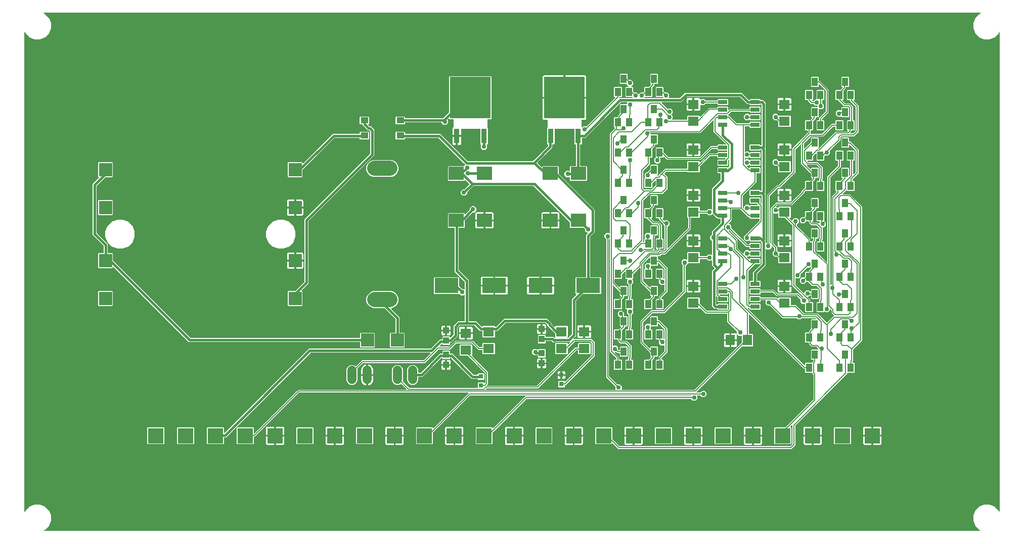
<source format=gbr>
G04 EAGLE Gerber RS-274X export*
G75*
%MOMM*%
%FSLAX34Y34*%
%LPD*%
%INTop Copper*%
%IPPOS*%
%AMOC8*
5,1,8,0,0,1.08239X$1,22.5*%
G01*
%ADD10R,2.184400X2.184400*%
%ADD11R,1.300000X1.000000*%
%ADD12R,4.000000X2.500000*%
%ADD13R,0.939800X2.489200*%
%ADD14R,6.781800X6.934200*%
%ADD15R,1.000000X1.100000*%
%ADD16R,1.803000X1.600000*%
%ADD17R,0.800000X0.800000*%
%ADD18R,2.500000X2.200000*%
%ADD19C,2.540000*%
%ADD20R,1.500000X0.650000*%
%ADD21R,1.600000X1.803000*%
%ADD22R,2.540000X2.540000*%
%ADD23R,1.000000X1.400000*%
%ADD24C,1.524000*%
%ADD25C,0.756400*%
%ADD26C,0.381000*%
%ADD27C,0.152400*%

G36*
X1610442Y10176D02*
X1610442Y10176D01*
X1610539Y10186D01*
X1610563Y10196D01*
X1610589Y10200D01*
X1610675Y10246D01*
X1610764Y10286D01*
X1610783Y10303D01*
X1610806Y10316D01*
X1610873Y10386D01*
X1610945Y10452D01*
X1610958Y10475D01*
X1610976Y10494D01*
X1611017Y10582D01*
X1611064Y10668D01*
X1611068Y10693D01*
X1611079Y10717D01*
X1611090Y10814D01*
X1611107Y10910D01*
X1611103Y10936D01*
X1611106Y10961D01*
X1611086Y11057D01*
X1611071Y11153D01*
X1611060Y11176D01*
X1611054Y11202D01*
X1611004Y11285D01*
X1610960Y11372D01*
X1610941Y11391D01*
X1610928Y11413D01*
X1610854Y11476D01*
X1610784Y11544D01*
X1610756Y11560D01*
X1610741Y11573D01*
X1610710Y11585D01*
X1610637Y11625D01*
X1608840Y12370D01*
X1602410Y18800D01*
X1598929Y27203D01*
X1598929Y36297D01*
X1602410Y44700D01*
X1608840Y51130D01*
X1617243Y54611D01*
X1626337Y54611D01*
X1634740Y51130D01*
X1641170Y44700D01*
X1641915Y42903D01*
X1641966Y42820D01*
X1642012Y42734D01*
X1642031Y42716D01*
X1642044Y42694D01*
X1642119Y42631D01*
X1642190Y42564D01*
X1642214Y42553D01*
X1642234Y42537D01*
X1642325Y42502D01*
X1642413Y42461D01*
X1642439Y42458D01*
X1642463Y42449D01*
X1642561Y42444D01*
X1642657Y42434D01*
X1642683Y42439D01*
X1642709Y42438D01*
X1642803Y42465D01*
X1642898Y42486D01*
X1642920Y42499D01*
X1642945Y42507D01*
X1643025Y42562D01*
X1643109Y42612D01*
X1643126Y42632D01*
X1643147Y42647D01*
X1643206Y42725D01*
X1643269Y42799D01*
X1643279Y42823D01*
X1643294Y42844D01*
X1643324Y42937D01*
X1643361Y43027D01*
X1643364Y43060D01*
X1643370Y43078D01*
X1643370Y43111D01*
X1643379Y43194D01*
X1643379Y845806D01*
X1643364Y845902D01*
X1643354Y845999D01*
X1643344Y846023D01*
X1643340Y846049D01*
X1643294Y846135D01*
X1643254Y846224D01*
X1643237Y846243D01*
X1643224Y846266D01*
X1643154Y846333D01*
X1643088Y846405D01*
X1643065Y846418D01*
X1643046Y846436D01*
X1642958Y846477D01*
X1642872Y846524D01*
X1642847Y846528D01*
X1642823Y846539D01*
X1642726Y846550D01*
X1642630Y846567D01*
X1642604Y846563D01*
X1642579Y846566D01*
X1642483Y846546D01*
X1642387Y846531D01*
X1642364Y846520D01*
X1642338Y846514D01*
X1642255Y846464D01*
X1642168Y846420D01*
X1642149Y846401D01*
X1642127Y846388D01*
X1642064Y846314D01*
X1641996Y846244D01*
X1641980Y846216D01*
X1641967Y846201D01*
X1641955Y846170D01*
X1641915Y846097D01*
X1641170Y844300D01*
X1634740Y837870D01*
X1626337Y834389D01*
X1617243Y834389D01*
X1608840Y837870D01*
X1602410Y844300D01*
X1598929Y852703D01*
X1598929Y861797D01*
X1602410Y870200D01*
X1608840Y876630D01*
X1610637Y877375D01*
X1610720Y877426D01*
X1610806Y877472D01*
X1610824Y877491D01*
X1610846Y877504D01*
X1610909Y877579D01*
X1610976Y877650D01*
X1610987Y877674D01*
X1611003Y877694D01*
X1611038Y877785D01*
X1611079Y877873D01*
X1611082Y877899D01*
X1611091Y877923D01*
X1611096Y878021D01*
X1611106Y878117D01*
X1611101Y878143D01*
X1611102Y878169D01*
X1611075Y878263D01*
X1611054Y878358D01*
X1611041Y878380D01*
X1611033Y878405D01*
X1610978Y878485D01*
X1610928Y878569D01*
X1610908Y878586D01*
X1610893Y878607D01*
X1610815Y878666D01*
X1610741Y878729D01*
X1610717Y878739D01*
X1610696Y878754D01*
X1610603Y878784D01*
X1610513Y878821D01*
X1610480Y878824D01*
X1610462Y878830D01*
X1610429Y878830D01*
X1610346Y878839D01*
X43194Y878839D01*
X43098Y878824D01*
X43001Y878814D01*
X42977Y878804D01*
X42951Y878800D01*
X42865Y878754D01*
X42776Y878714D01*
X42757Y878697D01*
X42734Y878684D01*
X42667Y878614D01*
X42595Y878548D01*
X42582Y878525D01*
X42564Y878506D01*
X42523Y878418D01*
X42476Y878332D01*
X42472Y878307D01*
X42461Y878283D01*
X42450Y878186D01*
X42433Y878090D01*
X42437Y878064D01*
X42434Y878039D01*
X42454Y877943D01*
X42469Y877847D01*
X42480Y877824D01*
X42486Y877798D01*
X42536Y877715D01*
X42580Y877628D01*
X42599Y877609D01*
X42612Y877587D01*
X42686Y877524D01*
X42756Y877456D01*
X42784Y877440D01*
X42799Y877427D01*
X42830Y877415D01*
X42903Y877375D01*
X44700Y876630D01*
X51130Y870200D01*
X54611Y861797D01*
X54611Y852703D01*
X51130Y844300D01*
X44700Y837870D01*
X36297Y834389D01*
X27203Y834389D01*
X18800Y837870D01*
X12370Y844300D01*
X11625Y846097D01*
X11574Y846180D01*
X11528Y846266D01*
X11510Y846284D01*
X11496Y846306D01*
X11420Y846369D01*
X11350Y846436D01*
X11326Y846447D01*
X11306Y846463D01*
X11215Y846498D01*
X11127Y846539D01*
X11101Y846542D01*
X11077Y846551D01*
X10979Y846556D01*
X10883Y846566D01*
X10857Y846561D01*
X10831Y846562D01*
X10737Y846535D01*
X10642Y846514D01*
X10620Y846501D01*
X10595Y846493D01*
X10515Y846438D01*
X10431Y846388D01*
X10414Y846368D01*
X10393Y846353D01*
X10334Y846275D01*
X10271Y846201D01*
X10261Y846177D01*
X10246Y846156D01*
X10216Y846063D01*
X10179Y845973D01*
X10176Y845940D01*
X10170Y845922D01*
X10170Y845889D01*
X10161Y845806D01*
X10161Y43194D01*
X10176Y43098D01*
X10186Y43001D01*
X10196Y42977D01*
X10200Y42951D01*
X10246Y42865D01*
X10286Y42776D01*
X10303Y42757D01*
X10316Y42734D01*
X10386Y42667D01*
X10452Y42595D01*
X10475Y42582D01*
X10494Y42564D01*
X10582Y42523D01*
X10668Y42476D01*
X10693Y42472D01*
X10717Y42461D01*
X10814Y42450D01*
X10910Y42433D01*
X10936Y42437D01*
X10961Y42434D01*
X11057Y42454D01*
X11153Y42469D01*
X11176Y42480D01*
X11202Y42486D01*
X11285Y42536D01*
X11372Y42580D01*
X11391Y42599D01*
X11413Y42612D01*
X11476Y42686D01*
X11544Y42756D01*
X11560Y42784D01*
X11573Y42799D01*
X11585Y42830D01*
X11625Y42903D01*
X12370Y44700D01*
X18800Y51130D01*
X27203Y54611D01*
X36297Y54611D01*
X44700Y51130D01*
X51130Y44700D01*
X54611Y36297D01*
X54611Y27203D01*
X51130Y18800D01*
X44700Y12370D01*
X42903Y11625D01*
X42820Y11574D01*
X42734Y11528D01*
X42716Y11510D01*
X42694Y11496D01*
X42631Y11420D01*
X42564Y11350D01*
X42553Y11326D01*
X42537Y11306D01*
X42502Y11215D01*
X42461Y11127D01*
X42458Y11101D01*
X42449Y11077D01*
X42444Y10979D01*
X42434Y10883D01*
X42439Y10857D01*
X42438Y10831D01*
X42465Y10737D01*
X42486Y10642D01*
X42499Y10620D01*
X42507Y10595D01*
X42562Y10515D01*
X42612Y10431D01*
X42632Y10414D01*
X42647Y10393D01*
X42725Y10334D01*
X42799Y10271D01*
X42823Y10261D01*
X42844Y10246D01*
X42937Y10216D01*
X43027Y10179D01*
X43060Y10176D01*
X43078Y10170D01*
X43111Y10170D01*
X43194Y10161D01*
X1610346Y10161D01*
X1610442Y10176D01*
G37*
%LPC*%
G36*
X1004893Y147827D02*
X1004893Y147827D01*
X995524Y157196D01*
X995466Y157238D01*
X995414Y157287D01*
X995367Y157309D01*
X995325Y157339D01*
X995256Y157360D01*
X995191Y157391D01*
X995139Y157396D01*
X995089Y157412D01*
X995018Y157410D01*
X994947Y157418D01*
X994896Y157407D01*
X994844Y157405D01*
X994776Y157381D01*
X994706Y157366D01*
X994661Y157339D01*
X994613Y157321D01*
X994557Y157276D01*
X994495Y157239D01*
X994461Y157200D01*
X994421Y157167D01*
X994382Y157107D01*
X994335Y157052D01*
X994316Y157004D01*
X994288Y156960D01*
X994270Y156891D01*
X994243Y156824D01*
X994235Y156753D01*
X994227Y156722D01*
X994229Y156698D01*
X994226Y156670D01*
X993332Y155775D01*
X966668Y155775D01*
X965775Y156668D01*
X965775Y183332D01*
X966668Y184225D01*
X993332Y184225D01*
X994225Y183332D01*
X994225Y165279D01*
X994239Y165188D01*
X994247Y165098D01*
X994259Y165068D01*
X994264Y165036D01*
X994307Y164955D01*
X994343Y164871D01*
X994369Y164839D01*
X994380Y164818D01*
X994403Y164796D01*
X994448Y164740D01*
X1006564Y152624D01*
X1006638Y152571D01*
X1006708Y152511D01*
X1006738Y152499D01*
X1006764Y152480D01*
X1006851Y152453D01*
X1006936Y152419D01*
X1006977Y152415D01*
X1006999Y152408D01*
X1007031Y152409D01*
X1007103Y152401D01*
X1291851Y152401D01*
X1291942Y152415D01*
X1292032Y152423D01*
X1292062Y152435D01*
X1292094Y152440D01*
X1292175Y152483D01*
X1292259Y152519D01*
X1292291Y152545D01*
X1292312Y152556D01*
X1292334Y152579D01*
X1292390Y152624D01*
X1295938Y156172D01*
X1295991Y156246D01*
X1296051Y156316D01*
X1296063Y156346D01*
X1296082Y156372D01*
X1296109Y156459D01*
X1296143Y156544D01*
X1296147Y156585D01*
X1296154Y156607D01*
X1296153Y156639D01*
X1296161Y156711D01*
X1296161Y186952D01*
X1296150Y187022D01*
X1296148Y187094D01*
X1296130Y187143D01*
X1296122Y187194D01*
X1296088Y187258D01*
X1296063Y187325D01*
X1296031Y187366D01*
X1296006Y187412D01*
X1295955Y187461D01*
X1295910Y187517D01*
X1295866Y187545D01*
X1295828Y187581D01*
X1295763Y187611D01*
X1295703Y187650D01*
X1295652Y187663D01*
X1295605Y187685D01*
X1295534Y187693D01*
X1295464Y187710D01*
X1295412Y187706D01*
X1295361Y187712D01*
X1295290Y187697D01*
X1295219Y187691D01*
X1295171Y187671D01*
X1295120Y187660D01*
X1295059Y187623D01*
X1294993Y187595D01*
X1294937Y187550D01*
X1294909Y187533D01*
X1294894Y187516D01*
X1294862Y187490D01*
X1292896Y185524D01*
X1292854Y185466D01*
X1292805Y185414D01*
X1292783Y185367D01*
X1292753Y185325D01*
X1292732Y185256D01*
X1292701Y185191D01*
X1292696Y185139D01*
X1292680Y185089D01*
X1292682Y185018D01*
X1292674Y184947D01*
X1292685Y184896D01*
X1292687Y184844D01*
X1292711Y184776D01*
X1292726Y184706D01*
X1292753Y184662D01*
X1292771Y184613D01*
X1292816Y184557D01*
X1292853Y184495D01*
X1292892Y184461D01*
X1292925Y184421D01*
X1292985Y184382D01*
X1293040Y184335D01*
X1293088Y184316D01*
X1293132Y184288D01*
X1293201Y184270D01*
X1293268Y184243D01*
X1293319Y184238D01*
X1294225Y183332D01*
X1294225Y156668D01*
X1293332Y155775D01*
X1266668Y155775D01*
X1265775Y156668D01*
X1265775Y183332D01*
X1266668Y184225D01*
X1284814Y184225D01*
X1284904Y184239D01*
X1284995Y184247D01*
X1285024Y184259D01*
X1285056Y184264D01*
X1285137Y184307D01*
X1285221Y184343D01*
X1285253Y184369D01*
X1285274Y184380D01*
X1285296Y184403D01*
X1285352Y184448D01*
X1330990Y230086D01*
X1331043Y230160D01*
X1331103Y230230D01*
X1331115Y230260D01*
X1331134Y230286D01*
X1331161Y230373D01*
X1331195Y230458D01*
X1331199Y230499D01*
X1331206Y230521D01*
X1331205Y230553D01*
X1331213Y230625D01*
X1331213Y272295D01*
X1331199Y272386D01*
X1331191Y272476D01*
X1331179Y272506D01*
X1331174Y272538D01*
X1331131Y272619D01*
X1331095Y272703D01*
X1331069Y272735D01*
X1331058Y272756D01*
X1331035Y272778D01*
X1330990Y272834D01*
X1329689Y274135D01*
X1329689Y274354D01*
X1329686Y274374D01*
X1329688Y274393D01*
X1329666Y274495D01*
X1329650Y274597D01*
X1329640Y274614D01*
X1329636Y274634D01*
X1329583Y274723D01*
X1329534Y274814D01*
X1329520Y274828D01*
X1329510Y274845D01*
X1329431Y274912D01*
X1329356Y274984D01*
X1329338Y274992D01*
X1329323Y275005D01*
X1329227Y275044D01*
X1329133Y275087D01*
X1329113Y275089D01*
X1329095Y275097D01*
X1328928Y275115D01*
X1318368Y275115D01*
X1317475Y276008D01*
X1317475Y281178D01*
X1317473Y281193D01*
X1317474Y281205D01*
X1317473Y281209D01*
X1317474Y281217D01*
X1317452Y281319D01*
X1317436Y281421D01*
X1317426Y281438D01*
X1317422Y281458D01*
X1317369Y281547D01*
X1317320Y281638D01*
X1317306Y281652D01*
X1317296Y281669D01*
X1317217Y281736D01*
X1317142Y281808D01*
X1317124Y281816D01*
X1317109Y281829D01*
X1317013Y281868D01*
X1316919Y281911D01*
X1316899Y281913D01*
X1316881Y281921D01*
X1316714Y281939D01*
X1315789Y281939D01*
X1224310Y373418D01*
X1224252Y373460D01*
X1224200Y373509D01*
X1224153Y373531D01*
X1224111Y373561D01*
X1224042Y373582D01*
X1223977Y373613D01*
X1223925Y373618D01*
X1223875Y373634D01*
X1223804Y373632D01*
X1223733Y373640D01*
X1223682Y373629D01*
X1223630Y373627D01*
X1223562Y373603D01*
X1223492Y373588D01*
X1223448Y373561D01*
X1223399Y373543D01*
X1223343Y373498D01*
X1223281Y373461D01*
X1223247Y373422D01*
X1223207Y373389D01*
X1223168Y373329D01*
X1223121Y373274D01*
X1223102Y373226D01*
X1223074Y373182D01*
X1223056Y373113D01*
X1223029Y373046D01*
X1223021Y372975D01*
X1223013Y372944D01*
X1223015Y372920D01*
X1223011Y372880D01*
X1223011Y341501D01*
X1223014Y341481D01*
X1223012Y341462D01*
X1223034Y341360D01*
X1223050Y341258D01*
X1223060Y341241D01*
X1223064Y341221D01*
X1223117Y341132D01*
X1223166Y341041D01*
X1223180Y341027D01*
X1223190Y341010D01*
X1223269Y340943D01*
X1223344Y340871D01*
X1223362Y340863D01*
X1223377Y340850D01*
X1223473Y340811D01*
X1223567Y340768D01*
X1223587Y340766D01*
X1223605Y340758D01*
X1223772Y340740D01*
X1229352Y340740D01*
X1230245Y339847D01*
X1230245Y320553D01*
X1229352Y319660D01*
X1211934Y319660D01*
X1211841Y319689D01*
X1211821Y319688D01*
X1211802Y319693D01*
X1211699Y319685D01*
X1211595Y319683D01*
X1211576Y319676D01*
X1211556Y319674D01*
X1211462Y319634D01*
X1211364Y319598D01*
X1211348Y319586D01*
X1211330Y319578D01*
X1211199Y319473D01*
X1135342Y243616D01*
X1135300Y243558D01*
X1135251Y243506D01*
X1135229Y243459D01*
X1135199Y243417D01*
X1135178Y243348D01*
X1135147Y243283D01*
X1135142Y243231D01*
X1135126Y243181D01*
X1135128Y243110D01*
X1135120Y243039D01*
X1135131Y242988D01*
X1135133Y242936D01*
X1135157Y242868D01*
X1135172Y242798D01*
X1135199Y242754D01*
X1135217Y242705D01*
X1135262Y242649D01*
X1135299Y242587D01*
X1135338Y242553D01*
X1135371Y242513D01*
X1135431Y242474D01*
X1135486Y242427D01*
X1135534Y242408D01*
X1135578Y242380D01*
X1135647Y242362D01*
X1135714Y242335D01*
X1135785Y242327D01*
X1135816Y242319D01*
X1135840Y242321D01*
X1135880Y242317D01*
X1141277Y242317D01*
X1141367Y242331D01*
X1141458Y242339D01*
X1141487Y242351D01*
X1141519Y242356D01*
X1141600Y242399D01*
X1141684Y242435D01*
X1141716Y242461D01*
X1141737Y242472D01*
X1141759Y242495D01*
X1141760Y242496D01*
X1141762Y242497D01*
X1141764Y242499D01*
X1141815Y242540D01*
X1144612Y245337D01*
X1149008Y245337D01*
X1152117Y242228D01*
X1152117Y237832D01*
X1149008Y234723D01*
X1144612Y234723D01*
X1141815Y237520D01*
X1141741Y237573D01*
X1141671Y237633D01*
X1141641Y237645D01*
X1141615Y237664D01*
X1141528Y237691D01*
X1141443Y237725D01*
X1141402Y237729D01*
X1141380Y237736D01*
X1141348Y237735D01*
X1141277Y237743D01*
X1137103Y237743D01*
X1137033Y237732D01*
X1136961Y237730D01*
X1136912Y237712D01*
X1136861Y237704D01*
X1136797Y237670D01*
X1136730Y237645D01*
X1136689Y237613D01*
X1136643Y237588D01*
X1136594Y237536D01*
X1136538Y237492D01*
X1136510Y237448D01*
X1136474Y237410D01*
X1136444Y237345D01*
X1136405Y237285D01*
X1136392Y237234D01*
X1136370Y237187D01*
X1136362Y237116D01*
X1136345Y237046D01*
X1136349Y236994D01*
X1136343Y236943D01*
X1136358Y236872D01*
X1136364Y236801D01*
X1136384Y236753D01*
X1136395Y236702D01*
X1136432Y236641D01*
X1136460Y236575D01*
X1136505Y236519D01*
X1136522Y236491D01*
X1136539Y236476D01*
X1136565Y236444D01*
X1136877Y236132D01*
X1136877Y231736D01*
X1133768Y228627D01*
X1129372Y228627D01*
X1126575Y231424D01*
X1126501Y231477D01*
X1126431Y231537D01*
X1126401Y231549D01*
X1126375Y231568D01*
X1126288Y231595D01*
X1126203Y231629D01*
X1126162Y231633D01*
X1126140Y231640D01*
X1126108Y231639D01*
X1126037Y231647D01*
X850893Y231647D01*
X850802Y231633D01*
X850712Y231625D01*
X850682Y231613D01*
X850650Y231608D01*
X850569Y231565D01*
X850485Y231529D01*
X850453Y231503D01*
X850432Y231492D01*
X850410Y231469D01*
X850354Y231424D01*
X794448Y175518D01*
X794395Y175444D01*
X794335Y175374D01*
X794323Y175344D01*
X794304Y175318D01*
X794277Y175231D01*
X794243Y175146D01*
X794239Y175105D01*
X794232Y175083D01*
X794233Y175051D01*
X794225Y174979D01*
X794225Y156668D01*
X793332Y155775D01*
X766668Y155775D01*
X765775Y156668D01*
X765775Y183332D01*
X766668Y184225D01*
X793332Y184225D01*
X794319Y183238D01*
X794323Y183227D01*
X794355Y183186D01*
X794380Y183140D01*
X794432Y183091D01*
X794476Y183035D01*
X794520Y183007D01*
X794558Y182971D01*
X794623Y182941D01*
X794683Y182902D01*
X794734Y182889D01*
X794781Y182867D01*
X794852Y182859D01*
X794922Y182842D01*
X794974Y182846D01*
X795025Y182840D01*
X795096Y182855D01*
X795167Y182861D01*
X795215Y182881D01*
X795266Y182892D01*
X795327Y182929D01*
X795393Y182957D01*
X795449Y183002D01*
X795477Y183019D01*
X795492Y183036D01*
X795524Y183062D01*
X848683Y236221D01*
X1126037Y236221D01*
X1126128Y236236D01*
X1126220Y236243D01*
X1126257Y236257D01*
X1126279Y236260D01*
X1126279Y236261D01*
X1126308Y236276D01*
X1126377Y236301D01*
X1126434Y236343D01*
X1126497Y236376D01*
X1126533Y236414D01*
X1126576Y236445D01*
X1126617Y236503D01*
X1126666Y236554D01*
X1126688Y236602D01*
X1126719Y236645D01*
X1126740Y236713D01*
X1126770Y236777D01*
X1126776Y236830D01*
X1126791Y236881D01*
X1126789Y236951D01*
X1126797Y237021D01*
X1126786Y237073D01*
X1126784Y237127D01*
X1126760Y237193D01*
X1126745Y237262D01*
X1126717Y237307D01*
X1126699Y237357D01*
X1126655Y237412D01*
X1126618Y237473D01*
X1126578Y237507D01*
X1126545Y237549D01*
X1126485Y237587D01*
X1126431Y237633D01*
X1126382Y237653D01*
X1126337Y237681D01*
X1126269Y237698D01*
X1126203Y237725D01*
X1126130Y237733D01*
X1126099Y237741D01*
X1126076Y237739D01*
X1126037Y237743D01*
X757166Y237743D01*
X757076Y237729D01*
X756985Y237721D01*
X756956Y237709D01*
X756924Y237704D01*
X756843Y237661D01*
X756759Y237625D01*
X756727Y237599D01*
X756706Y237588D01*
X756684Y237565D01*
X756628Y237520D01*
X694448Y175340D01*
X694395Y175266D01*
X694335Y175196D01*
X694323Y175166D01*
X694304Y175140D01*
X694277Y175053D01*
X694243Y174968D01*
X694239Y174927D01*
X694232Y174905D01*
X694233Y174873D01*
X694225Y174802D01*
X694225Y156668D01*
X693332Y155775D01*
X666668Y155775D01*
X665775Y156668D01*
X665775Y183332D01*
X666668Y184225D01*
X693332Y184225D01*
X694237Y183319D01*
X694238Y183280D01*
X694256Y183231D01*
X694264Y183180D01*
X694298Y183116D01*
X694323Y183049D01*
X694355Y183008D01*
X694380Y182962D01*
X694431Y182913D01*
X694476Y182857D01*
X694520Y182829D01*
X694558Y182793D01*
X694623Y182763D01*
X694683Y182724D01*
X694734Y182711D01*
X694781Y182689D01*
X694852Y182681D01*
X694922Y182664D01*
X694974Y182668D01*
X695025Y182662D01*
X695096Y182677D01*
X695167Y182683D01*
X695215Y182703D01*
X695266Y182714D01*
X695327Y182751D01*
X695393Y182779D01*
X695449Y182824D01*
X695477Y182841D01*
X695492Y182858D01*
X695524Y182884D01*
X753394Y240754D01*
X753656Y241016D01*
X753698Y241074D01*
X753747Y241126D01*
X753769Y241173D01*
X753799Y241215D01*
X753820Y241284D01*
X753851Y241349D01*
X753856Y241401D01*
X753872Y241451D01*
X753870Y241522D01*
X753878Y241593D01*
X753867Y241644D01*
X753865Y241696D01*
X753841Y241764D01*
X753826Y241834D01*
X753799Y241879D01*
X753781Y241927D01*
X753736Y241983D01*
X753699Y242045D01*
X753660Y242079D01*
X753627Y242119D01*
X753567Y242158D01*
X753512Y242205D01*
X753464Y242224D01*
X753420Y242252D01*
X753351Y242270D01*
X753284Y242297D01*
X753213Y242305D01*
X753182Y242313D01*
X753158Y242311D01*
X753118Y242315D01*
X470655Y242315D01*
X470564Y242301D01*
X470474Y242293D01*
X470444Y242281D01*
X470412Y242276D01*
X470331Y242233D01*
X470247Y242197D01*
X470215Y242171D01*
X470194Y242160D01*
X470172Y242137D01*
X470116Y242092D01*
X396425Y168401D01*
X394986Y168401D01*
X394966Y168398D01*
X394947Y168400D01*
X394845Y168378D01*
X394743Y168362D01*
X394726Y168352D01*
X394706Y168348D01*
X394617Y168295D01*
X394526Y168246D01*
X394512Y168232D01*
X394495Y168222D01*
X394428Y168143D01*
X394356Y168068D01*
X394348Y168050D01*
X394335Y168035D01*
X394296Y167939D01*
X394253Y167845D01*
X394251Y167825D01*
X394243Y167807D01*
X394225Y167640D01*
X394225Y156668D01*
X393332Y155775D01*
X366668Y155775D01*
X365775Y156668D01*
X365775Y183332D01*
X366668Y184225D01*
X393332Y184225D01*
X394225Y183332D01*
X394225Y174506D01*
X394236Y174436D01*
X394238Y174364D01*
X394256Y174315D01*
X394264Y174264D01*
X394298Y174200D01*
X394323Y174133D01*
X394355Y174092D01*
X394380Y174046D01*
X394432Y173997D01*
X394476Y173941D01*
X394520Y173913D01*
X394558Y173877D01*
X394623Y173847D01*
X394683Y173808D01*
X394734Y173795D01*
X394781Y173773D01*
X394852Y173765D01*
X394922Y173748D01*
X394974Y173752D01*
X395025Y173746D01*
X395096Y173761D01*
X395167Y173767D01*
X395215Y173787D01*
X395266Y173798D01*
X395327Y173835D01*
X395393Y173863D01*
X395449Y173908D01*
X395477Y173925D01*
X395492Y173942D01*
X395524Y173968D01*
X466882Y245326D01*
X468445Y246889D01*
X649486Y246889D01*
X649556Y246900D01*
X649628Y246902D01*
X649677Y246920D01*
X649728Y246928D01*
X649792Y246962D01*
X649859Y246987D01*
X649900Y247019D01*
X649946Y247044D01*
X649995Y247095D01*
X650051Y247140D01*
X650079Y247184D01*
X650115Y247222D01*
X650145Y247287D01*
X650184Y247347D01*
X650197Y247398D01*
X650219Y247445D01*
X650227Y247516D01*
X650244Y247586D01*
X650240Y247638D01*
X650246Y247689D01*
X650231Y247760D01*
X650225Y247831D01*
X650205Y247879D01*
X650194Y247930D01*
X650157Y247991D01*
X650129Y248057D01*
X650084Y248113D01*
X650067Y248141D01*
X650050Y248156D01*
X650047Y248162D01*
X650042Y248166D01*
X650024Y248188D01*
X641531Y256681D01*
X641514Y256693D01*
X641502Y256709D01*
X641415Y256765D01*
X641331Y256825D01*
X641312Y256831D01*
X641295Y256842D01*
X641195Y256867D01*
X641096Y256897D01*
X641076Y256897D01*
X641057Y256902D01*
X640954Y256894D01*
X640850Y256891D01*
X640831Y256884D01*
X640811Y256883D01*
X640717Y256842D01*
X640619Y256807D01*
X640603Y256794D01*
X640585Y256786D01*
X640454Y256681D01*
X640180Y256407D01*
X636819Y255015D01*
X633181Y255015D01*
X629820Y256407D01*
X627247Y258980D01*
X625855Y262341D01*
X625855Y281219D01*
X627247Y284580D01*
X629820Y287153D01*
X633181Y288545D01*
X636819Y288545D01*
X640180Y287153D01*
X642753Y284580D01*
X644145Y281219D01*
X644145Y262341D01*
X643810Y261534D01*
X643784Y261420D01*
X643755Y261307D01*
X643756Y261301D01*
X643754Y261295D01*
X643765Y261178D01*
X643774Y261062D01*
X643777Y261056D01*
X643777Y261050D01*
X643825Y260942D01*
X643871Y260835D01*
X643875Y260830D01*
X643877Y260825D01*
X643890Y260811D01*
X643975Y260704D01*
X654520Y250160D01*
X654594Y250107D01*
X654664Y250047D01*
X654694Y250035D01*
X654720Y250016D01*
X654807Y249989D01*
X654892Y249955D01*
X654933Y249951D01*
X654955Y249944D01*
X654987Y249945D01*
X655059Y249937D01*
X768414Y249937D01*
X768434Y249940D01*
X768453Y249938D01*
X768555Y249960D01*
X768657Y249976D01*
X768674Y249986D01*
X768694Y249990D01*
X768783Y250043D01*
X768874Y250092D01*
X768888Y250106D01*
X768905Y250116D01*
X768972Y250195D01*
X769044Y250270D01*
X769052Y250288D01*
X769065Y250303D01*
X769104Y250399D01*
X769147Y250493D01*
X769149Y250513D01*
X769157Y250531D01*
X769175Y250698D01*
X769175Y258752D01*
X770068Y259645D01*
X779332Y259645D01*
X780225Y258751D01*
X780236Y258684D01*
X780238Y258612D01*
X780256Y258563D01*
X780264Y258512D01*
X780298Y258448D01*
X780323Y258381D01*
X780355Y258340D01*
X780380Y258294D01*
X780431Y258245D01*
X780476Y258189D01*
X780520Y258161D01*
X780558Y258125D01*
X780623Y258095D01*
X780683Y258056D01*
X780734Y258043D01*
X780781Y258021D01*
X780852Y258013D01*
X780922Y257996D01*
X780974Y258000D01*
X781025Y257994D01*
X781096Y258009D01*
X781167Y258015D01*
X781215Y258035D01*
X781266Y258046D01*
X781327Y258083D01*
X781393Y258111D01*
X781449Y258156D01*
X781477Y258173D01*
X781492Y258191D01*
X781524Y258216D01*
X781588Y258280D01*
X781642Y258354D01*
X781701Y258424D01*
X781713Y258454D01*
X781732Y258480D01*
X781759Y258567D01*
X781793Y258652D01*
X781797Y258693D01*
X781804Y258715D01*
X781803Y258747D01*
X781811Y258819D01*
X781811Y274581D01*
X781797Y274672D01*
X781789Y274762D01*
X781777Y274792D01*
X781772Y274824D01*
X781729Y274905D01*
X781693Y274989D01*
X781667Y275021D01*
X781656Y275042D01*
X781633Y275064D01*
X781588Y275120D01*
X753016Y303692D01*
X752942Y303745D01*
X752872Y303805D01*
X752842Y303817D01*
X752816Y303836D01*
X752729Y303863D01*
X752644Y303897D01*
X752603Y303901D01*
X752581Y303908D01*
X752549Y303907D01*
X752477Y303915D01*
X739653Y303915D01*
X738760Y304808D01*
X738760Y322072D01*
X739653Y322965D01*
X758947Y322965D01*
X759840Y322072D01*
X759840Y304808D01*
X759642Y304611D01*
X759630Y304594D01*
X759615Y304582D01*
X759559Y304495D01*
X759498Y304411D01*
X759493Y304392D01*
X759482Y304375D01*
X759456Y304275D01*
X759426Y304176D01*
X759427Y304156D01*
X759422Y304137D01*
X759430Y304033D01*
X759432Y303930D01*
X759439Y303911D01*
X759441Y303891D01*
X759481Y303796D01*
X759517Y303699D01*
X759529Y303683D01*
X759537Y303665D01*
X759642Y303534D01*
X786385Y276791D01*
X786385Y256609D01*
X784822Y255046D01*
X784822Y255045D01*
X784821Y255045D01*
X784780Y254987D01*
X784731Y254936D01*
X784709Y254889D01*
X784679Y254847D01*
X784678Y254846D01*
X784678Y254845D01*
X784657Y254777D01*
X784627Y254713D01*
X784622Y254661D01*
X784606Y254611D01*
X784606Y254609D01*
X784608Y254539D01*
X784600Y254469D01*
X784611Y254417D01*
X784613Y254366D01*
X784613Y254365D01*
X784613Y254363D01*
X784637Y254297D01*
X784652Y254228D01*
X784679Y254183D01*
X784697Y254135D01*
X784698Y254134D01*
X784698Y254133D01*
X784742Y254078D01*
X784779Y254017D01*
X784818Y253983D01*
X784851Y253943D01*
X784852Y253942D01*
X784852Y253941D01*
X784912Y253903D01*
X784966Y253857D01*
X785014Y253838D01*
X785058Y253810D01*
X785059Y253809D01*
X785060Y253809D01*
X785128Y253792D01*
X785194Y253765D01*
X785265Y253757D01*
X785296Y253749D01*
X785297Y253750D01*
X785298Y253749D01*
X785321Y253751D01*
X785360Y253747D01*
X868179Y253747D01*
X868270Y253761D01*
X868360Y253769D01*
X868390Y253781D01*
X868422Y253786D01*
X868503Y253829D01*
X868587Y253865D01*
X868619Y253891D01*
X868640Y253902D01*
X868652Y253915D01*
X868654Y253916D01*
X868665Y253927D01*
X868718Y253970D01*
X932503Y317755D01*
X936119Y317755D01*
X936139Y317758D01*
X936158Y317756D01*
X936260Y317778D01*
X936362Y317794D01*
X936379Y317804D01*
X936399Y317808D01*
X936488Y317861D01*
X936579Y317910D01*
X936593Y317924D01*
X936610Y317934D01*
X936677Y318013D01*
X936749Y318088D01*
X936757Y318106D01*
X936770Y318121D01*
X936809Y318217D01*
X936852Y318311D01*
X936854Y318331D01*
X936862Y318349D01*
X936880Y318516D01*
X936880Y324612D01*
X937773Y325505D01*
X957067Y325505D01*
X957960Y324612D01*
X957960Y307348D01*
X957067Y306455D01*
X937773Y306455D01*
X936880Y307348D01*
X936880Y312420D01*
X936877Y312440D01*
X936879Y312459D01*
X936857Y312561D01*
X936841Y312663D01*
X936831Y312680D01*
X936827Y312700D01*
X936774Y312789D01*
X936725Y312880D01*
X936711Y312894D01*
X936701Y312911D01*
X936622Y312978D01*
X936547Y313050D01*
X936529Y313058D01*
X936514Y313071D01*
X936418Y313110D01*
X936324Y313153D01*
X936304Y313155D01*
X936286Y313163D01*
X936119Y313181D01*
X934713Y313181D01*
X934622Y313167D01*
X934532Y313159D01*
X934502Y313147D01*
X934470Y313142D01*
X934389Y313099D01*
X934305Y313063D01*
X934273Y313037D01*
X934252Y313026D01*
X934230Y313003D01*
X934174Y312958D01*
X870389Y249173D01*
X784599Y249173D01*
X784509Y249159D01*
X784418Y249151D01*
X784388Y249139D01*
X784356Y249134D01*
X784275Y249091D01*
X784191Y249055D01*
X784159Y249029D01*
X784138Y249018D01*
X784116Y248995D01*
X784060Y248950D01*
X783298Y248188D01*
X783256Y248130D01*
X783207Y248078D01*
X783185Y248031D01*
X783155Y247989D01*
X783134Y247920D01*
X783103Y247855D01*
X783098Y247803D01*
X783082Y247753D01*
X783084Y247682D01*
X783076Y247611D01*
X783087Y247560D01*
X783089Y247508D01*
X783113Y247440D01*
X783128Y247370D01*
X783155Y247325D01*
X783173Y247277D01*
X783218Y247221D01*
X783255Y247159D01*
X783294Y247125D01*
X783327Y247085D01*
X783387Y247046D01*
X783442Y246999D01*
X783490Y246980D01*
X783534Y246952D01*
X783603Y246934D01*
X783670Y246907D01*
X783741Y246899D01*
X783772Y246891D01*
X783796Y246893D01*
X783836Y246889D01*
X999545Y246889D01*
X999615Y246900D01*
X999687Y246902D01*
X999736Y246920D01*
X999787Y246928D01*
X999851Y246962D01*
X999918Y246987D01*
X999959Y247019D01*
X1000005Y247044D01*
X1000054Y247096D01*
X1000110Y247140D01*
X1000138Y247184D01*
X1000174Y247222D01*
X1000204Y247287D01*
X1000243Y247347D01*
X1000256Y247398D01*
X1000278Y247445D01*
X1000286Y247516D01*
X1000303Y247586D01*
X1000299Y247638D01*
X1000305Y247689D01*
X1000290Y247760D01*
X1000284Y247831D01*
X1000264Y247879D01*
X1000253Y247930D01*
X1000216Y247991D01*
X1000188Y248057D01*
X1000143Y248113D01*
X1000126Y248141D01*
X1000109Y248156D01*
X1000106Y248162D01*
X1000101Y248166D01*
X1000083Y248188D01*
X999771Y248500D01*
X999771Y252456D01*
X999757Y252546D01*
X999749Y252637D01*
X999737Y252666D01*
X999732Y252698D01*
X999689Y252779D01*
X999653Y252863D01*
X999627Y252895D01*
X999616Y252916D01*
X999593Y252938D01*
X999548Y252994D01*
X984503Y268039D01*
X984503Y498911D01*
X984502Y498919D01*
X984502Y498923D01*
X984498Y498941D01*
X984489Y499001D01*
X984481Y499092D01*
X984469Y499121D01*
X984464Y499153D01*
X984421Y499234D01*
X984385Y499318D01*
X984359Y499350D01*
X984348Y499371D01*
X984325Y499393D01*
X984280Y499449D01*
X981483Y502246D01*
X981483Y506642D01*
X984592Y509751D01*
X988988Y509751D01*
X989300Y509439D01*
X989358Y509397D01*
X989410Y509348D01*
X989457Y509326D01*
X989499Y509296D01*
X989568Y509274D01*
X989633Y509244D01*
X989685Y509239D01*
X989735Y509223D01*
X989806Y509225D01*
X989877Y509217D01*
X989928Y509228D01*
X989980Y509230D01*
X990048Y509254D01*
X990118Y509269D01*
X990163Y509296D01*
X990211Y509314D01*
X990267Y509359D01*
X990329Y509396D01*
X990363Y509435D01*
X990403Y509468D01*
X990442Y509528D01*
X990489Y509583D01*
X990508Y509631D01*
X990536Y509675D01*
X990554Y509744D01*
X990581Y509811D01*
X990589Y509882D01*
X990597Y509913D01*
X990595Y509936D01*
X990599Y509977D01*
X990599Y676841D01*
X998377Y684619D01*
X998758Y685000D01*
X998811Y685074D01*
X998871Y685144D01*
X998883Y685174D01*
X998902Y685200D01*
X998929Y685287D01*
X998963Y685372D01*
X998967Y685413D01*
X998974Y685435D01*
X998973Y685467D01*
X998981Y685539D01*
X998981Y685834D01*
X998978Y685854D01*
X998980Y685873D01*
X998958Y685975D01*
X998942Y686077D01*
X998932Y686094D01*
X998928Y686114D01*
X998875Y686203D01*
X998826Y686294D01*
X998812Y686308D01*
X998802Y686325D01*
X998723Y686392D01*
X998648Y686464D01*
X998630Y686472D01*
X998615Y686485D01*
X998519Y686524D01*
X998425Y686567D01*
X998405Y686569D01*
X998387Y686577D01*
X998342Y686582D01*
X997435Y687488D01*
X997435Y702752D01*
X998328Y703645D01*
X1002792Y703645D01*
X1002812Y703648D01*
X1002831Y703646D01*
X1002933Y703668D01*
X1003035Y703684D01*
X1003052Y703694D01*
X1003072Y703698D01*
X1003161Y703751D01*
X1003252Y703800D01*
X1003266Y703814D01*
X1003283Y703824D01*
X1003350Y703903D01*
X1003422Y703978D01*
X1003430Y703996D01*
X1003443Y704011D01*
X1003482Y704107D01*
X1003525Y704201D01*
X1003527Y704221D01*
X1003535Y704239D01*
X1003553Y704406D01*
X1003553Y705797D01*
X1005116Y707360D01*
X1006712Y708956D01*
X1006765Y709030D01*
X1006825Y709100D01*
X1006837Y709130D01*
X1006856Y709156D01*
X1006883Y709243D01*
X1006917Y709328D01*
X1006921Y709369D01*
X1006928Y709391D01*
X1006927Y709423D01*
X1006935Y709494D01*
X1006935Y724752D01*
X1007828Y725645D01*
X1018060Y725645D01*
X1018080Y725648D01*
X1018099Y725646D01*
X1018201Y725668D01*
X1018303Y725684D01*
X1018320Y725694D01*
X1018340Y725698D01*
X1018429Y725751D01*
X1018520Y725800D01*
X1018534Y725814D01*
X1018551Y725824D01*
X1018618Y725903D01*
X1018690Y725978D01*
X1018698Y725996D01*
X1018711Y726011D01*
X1018750Y726107D01*
X1018793Y726201D01*
X1018795Y726221D01*
X1018803Y726239D01*
X1018821Y726406D01*
X1018821Y726860D01*
X1019514Y727553D01*
X1019556Y727611D01*
X1019605Y727663D01*
X1019627Y727710D01*
X1019657Y727752D01*
X1019679Y727821D01*
X1019709Y727886D01*
X1019714Y727938D01*
X1019730Y727988D01*
X1019728Y728059D01*
X1019736Y728130D01*
X1019725Y728181D01*
X1019723Y728233D01*
X1019699Y728301D01*
X1019684Y728371D01*
X1019657Y728416D01*
X1019639Y728464D01*
X1019594Y728520D01*
X1019557Y728582D01*
X1019518Y728616D01*
X1019485Y728656D01*
X1019425Y728695D01*
X1019370Y728742D01*
X1019322Y728761D01*
X1019278Y728789D01*
X1019209Y728807D01*
X1019142Y728834D01*
X1019071Y728842D01*
X1019040Y728850D01*
X1019017Y728848D01*
X1018976Y728852D01*
X1009100Y728852D01*
X1009010Y728838D01*
X1008919Y728830D01*
X1008889Y728818D01*
X1008857Y728813D01*
X1008777Y728770D01*
X1008693Y728734D01*
X1008661Y728708D01*
X1008640Y728697D01*
X1008618Y728674D01*
X1008562Y728629D01*
X949349Y669416D01*
X944285Y669416D01*
X944265Y669413D01*
X944246Y669415D01*
X944144Y669393D01*
X944042Y669377D01*
X944025Y669367D01*
X944005Y669363D01*
X943916Y669310D01*
X943825Y669261D01*
X943811Y669247D01*
X943794Y669237D01*
X943727Y669158D01*
X943655Y669083D01*
X943647Y669065D01*
X943634Y669050D01*
X943595Y668954D01*
X943552Y668860D01*
X943550Y668840D01*
X943542Y668822D01*
X943524Y668655D01*
X943524Y659387D01*
X942631Y658494D01*
X941451Y658494D01*
X941431Y658491D01*
X941412Y658493D01*
X941310Y658471D01*
X941208Y658455D01*
X941191Y658445D01*
X941171Y658441D01*
X941082Y658388D01*
X940991Y658339D01*
X940977Y658325D01*
X940960Y658315D01*
X940893Y658236D01*
X940821Y658161D01*
X940813Y658143D01*
X940800Y658128D01*
X940761Y658032D01*
X940718Y657938D01*
X940716Y657918D01*
X940708Y657900D01*
X940690Y657733D01*
X940690Y622886D01*
X940693Y622866D01*
X940691Y622847D01*
X940713Y622745D01*
X940729Y622643D01*
X940739Y622626D01*
X940743Y622606D01*
X940796Y622517D01*
X940845Y622426D01*
X940859Y622412D01*
X940869Y622395D01*
X940948Y622328D01*
X941023Y622256D01*
X941041Y622248D01*
X941056Y622235D01*
X941152Y622196D01*
X941246Y622153D01*
X941266Y622151D01*
X941284Y622143D01*
X941451Y622125D01*
X951032Y622125D01*
X951925Y621232D01*
X951925Y597968D01*
X951032Y597075D01*
X924768Y597075D01*
X923875Y597968D01*
X923875Y603637D01*
X923864Y603707D01*
X923862Y603779D01*
X923844Y603828D01*
X923836Y603879D01*
X923802Y603943D01*
X923777Y604010D01*
X923745Y604051D01*
X923720Y604097D01*
X923668Y604146D01*
X923624Y604202D01*
X923580Y604230D01*
X923542Y604266D01*
X923477Y604296D01*
X923417Y604335D01*
X923366Y604348D01*
X923319Y604370D01*
X923248Y604378D01*
X923178Y604395D01*
X923126Y604391D01*
X923075Y604397D01*
X923004Y604382D01*
X922933Y604376D01*
X922885Y604356D01*
X922834Y604345D01*
X922773Y604308D01*
X922707Y604280D01*
X922651Y604235D01*
X922623Y604218D01*
X922608Y604201D01*
X922576Y604175D01*
X921932Y603531D01*
X917536Y603531D01*
X914427Y606640D01*
X914427Y611036D01*
X917536Y614145D01*
X921932Y614145D01*
X922576Y613501D01*
X922634Y613459D01*
X922686Y613410D01*
X922733Y613388D01*
X922775Y613358D01*
X922844Y613336D01*
X922909Y613306D01*
X922961Y613301D01*
X923011Y613285D01*
X923082Y613287D01*
X923153Y613279D01*
X923204Y613290D01*
X923256Y613292D01*
X923324Y613316D01*
X923394Y613331D01*
X923439Y613358D01*
X923487Y613376D01*
X923543Y613421D01*
X923605Y613458D01*
X923639Y613497D01*
X923679Y613530D01*
X923718Y613590D01*
X923765Y613645D01*
X923784Y613693D01*
X923812Y613737D01*
X923830Y613806D01*
X923857Y613873D01*
X923865Y613944D01*
X923873Y613975D01*
X923871Y613998D01*
X923875Y614039D01*
X923875Y621232D01*
X924768Y622125D01*
X933069Y622125D01*
X933089Y622128D01*
X933108Y622126D01*
X933210Y622148D01*
X933312Y622164D01*
X933329Y622174D01*
X933349Y622178D01*
X933438Y622231D01*
X933529Y622280D01*
X933543Y622294D01*
X933560Y622304D01*
X933627Y622383D01*
X933699Y622458D01*
X933707Y622476D01*
X933720Y622491D01*
X933759Y622587D01*
X933802Y622681D01*
X933804Y622701D01*
X933812Y622719D01*
X933830Y622886D01*
X933830Y657733D01*
X933827Y657753D01*
X933829Y657772D01*
X933807Y657874D01*
X933791Y657976D01*
X933781Y657993D01*
X933777Y658013D01*
X933724Y658102D01*
X933675Y658193D01*
X933661Y658207D01*
X933651Y658224D01*
X933572Y658291D01*
X933497Y658363D01*
X933479Y658371D01*
X933464Y658384D01*
X933368Y658423D01*
X933274Y658466D01*
X933254Y658468D01*
X933236Y658476D01*
X933069Y658494D01*
X931969Y658494D01*
X931076Y659387D01*
X931076Y683387D01*
X931073Y683407D01*
X931075Y683426D01*
X931053Y683528D01*
X931037Y683630D01*
X931027Y683647D01*
X931023Y683667D01*
X930970Y683756D01*
X930921Y683847D01*
X930907Y683861D01*
X930897Y683878D01*
X930818Y683945D01*
X930743Y684017D01*
X930725Y684025D01*
X930710Y684038D01*
X930614Y684077D01*
X930520Y684120D01*
X930500Y684122D01*
X930482Y684130D01*
X930315Y684148D01*
X898485Y684148D01*
X898465Y684145D01*
X898446Y684147D01*
X898344Y684125D01*
X898242Y684109D01*
X898225Y684099D01*
X898205Y684095D01*
X898116Y684042D01*
X898025Y683993D01*
X898011Y683979D01*
X897994Y683969D01*
X897927Y683890D01*
X897855Y683815D01*
X897847Y683797D01*
X897834Y683782D01*
X897795Y683686D01*
X897752Y683592D01*
X897750Y683572D01*
X897742Y683554D01*
X897724Y683387D01*
X897724Y659387D01*
X896831Y658494D01*
X894969Y658494D01*
X894949Y658491D01*
X894930Y658493D01*
X894828Y658471D01*
X894726Y658455D01*
X894709Y658445D01*
X894689Y658441D01*
X894600Y658388D01*
X894509Y658339D01*
X894495Y658325D01*
X894478Y658315D01*
X894411Y658236D01*
X894339Y658161D01*
X894331Y658143D01*
X894318Y658128D01*
X894279Y658032D01*
X894236Y657938D01*
X894234Y657918D01*
X894226Y657900D01*
X894208Y657733D01*
X894208Y653137D01*
X869116Y628045D01*
X869104Y628029D01*
X869088Y628017D01*
X869057Y627968D01*
X869052Y627963D01*
X869047Y627953D01*
X869032Y627929D01*
X868972Y627846D01*
X868966Y627827D01*
X868955Y627810D01*
X868930Y627709D01*
X868900Y627610D01*
X868900Y627591D01*
X868895Y627571D01*
X868903Y627468D01*
X868906Y627365D01*
X868913Y627346D01*
X868915Y627326D01*
X868955Y627231D01*
X868991Y627134D01*
X869003Y627118D01*
X869011Y627100D01*
X869116Y626969D01*
X875576Y620509D01*
X875634Y620467D01*
X875686Y620417D01*
X875733Y620395D01*
X875775Y620365D01*
X875844Y620344D01*
X875909Y620314D01*
X875961Y620308D01*
X876011Y620293D01*
X876082Y620295D01*
X876153Y620287D01*
X876204Y620298D01*
X876256Y620299D01*
X876324Y620324D01*
X876394Y620339D01*
X876438Y620366D01*
X876487Y620384D01*
X876543Y620428D01*
X876605Y620465D01*
X876639Y620505D01*
X876679Y620537D01*
X876718Y620598D01*
X876765Y620652D01*
X876784Y620700D01*
X876812Y620744D01*
X876830Y620814D01*
X876857Y620880D01*
X876865Y620952D01*
X876873Y620983D01*
X876871Y621006D01*
X876875Y621047D01*
X876875Y621232D01*
X877768Y622125D01*
X904032Y622125D01*
X904925Y621232D01*
X904925Y609763D01*
X904939Y609673D01*
X904947Y609582D01*
X904959Y609552D01*
X904964Y609520D01*
X905007Y609440D01*
X905043Y609356D01*
X905069Y609324D01*
X905080Y609303D01*
X905103Y609281D01*
X905148Y609225D01*
X962842Y551531D01*
X965074Y549299D01*
X965074Y511405D01*
X957677Y504008D01*
X957624Y503934D01*
X957564Y503865D01*
X957552Y503835D01*
X957533Y503809D01*
X957506Y503722D01*
X957472Y503637D01*
X957468Y503596D01*
X957461Y503573D01*
X957462Y503541D01*
X957454Y503470D01*
X957454Y436426D01*
X957457Y436406D01*
X957455Y436387D01*
X957477Y436285D01*
X957493Y436183D01*
X957503Y436166D01*
X957507Y436146D01*
X957560Y436057D01*
X957609Y435966D01*
X957623Y435952D01*
X957633Y435935D01*
X957712Y435868D01*
X957787Y435796D01*
X957805Y435788D01*
X957820Y435775D01*
X957916Y435736D01*
X958010Y435693D01*
X958030Y435691D01*
X958048Y435683D01*
X958215Y435665D01*
X975032Y435665D01*
X975925Y434772D01*
X975925Y408508D01*
X975032Y407615D01*
X945419Y407615D01*
X945329Y407601D01*
X945238Y407593D01*
X945208Y407581D01*
X945176Y407576D01*
X945096Y407533D01*
X945012Y407497D01*
X944980Y407471D01*
X944959Y407460D01*
X944937Y407437D01*
X944881Y407392D01*
X934055Y396566D01*
X934002Y396492D01*
X933942Y396423D01*
X933930Y396393D01*
X933911Y396367D01*
X933884Y396279D01*
X933850Y396195D01*
X933846Y396154D01*
X933839Y396131D01*
X933840Y396099D01*
X933832Y396028D01*
X933832Y337669D01*
X931600Y335437D01*
X929695Y333532D01*
X929653Y333474D01*
X929603Y333422D01*
X929581Y333375D01*
X929551Y333333D01*
X929530Y333264D01*
X929500Y333199D01*
X929494Y333147D01*
X929479Y333097D01*
X929481Y333026D01*
X929473Y332955D01*
X929484Y332904D01*
X929485Y332852D01*
X929510Y332784D01*
X929525Y332714D01*
X929552Y332669D01*
X929570Y332621D01*
X929614Y332565D01*
X929651Y332503D01*
X929691Y332469D01*
X929723Y332429D01*
X929784Y332390D01*
X929838Y332343D01*
X929886Y332324D01*
X929930Y332296D01*
X930000Y332278D01*
X930066Y332251D01*
X930138Y332243D01*
X930169Y332235D01*
X930192Y332237D01*
X930233Y332233D01*
X959543Y332233D01*
X964693Y327083D01*
X964693Y303091D01*
X916109Y254507D01*
X915606Y254507D01*
X915586Y254504D01*
X915567Y254506D01*
X915465Y254484D01*
X915363Y254468D01*
X915346Y254458D01*
X915326Y254454D01*
X915237Y254401D01*
X915146Y254352D01*
X915132Y254338D01*
X915115Y254328D01*
X915048Y254249D01*
X914976Y254174D01*
X914968Y254156D01*
X914955Y254141D01*
X914916Y254045D01*
X914873Y253951D01*
X914871Y253931D01*
X914863Y253913D01*
X914845Y253746D01*
X914845Y252028D01*
X913952Y251135D01*
X904688Y251135D01*
X903795Y252028D01*
X903795Y261292D01*
X904688Y262185D01*
X913952Y262185D01*
X914932Y261204D01*
X914943Y261175D01*
X914975Y261134D01*
X915000Y261088D01*
X915052Y261039D01*
X915096Y260983D01*
X915140Y260955D01*
X915178Y260919D01*
X915243Y260889D01*
X915303Y260850D01*
X915354Y260837D01*
X915401Y260815D01*
X915472Y260807D01*
X915542Y260790D01*
X915594Y260794D01*
X915645Y260788D01*
X915716Y260803D01*
X915787Y260809D01*
X915835Y260829D01*
X915886Y260840D01*
X915947Y260877D01*
X916013Y260905D01*
X916069Y260950D01*
X916097Y260967D01*
X916112Y260984D01*
X916144Y261010D01*
X959896Y304762D01*
X959949Y304836D01*
X960009Y304906D01*
X960021Y304936D01*
X960040Y304962D01*
X960067Y305049D01*
X960101Y305134D01*
X960105Y305175D01*
X960112Y305197D01*
X960111Y305229D01*
X960119Y305301D01*
X960119Y324873D01*
X960105Y324964D01*
X960097Y325054D01*
X960085Y325084D01*
X960080Y325116D01*
X960037Y325197D01*
X960001Y325281D01*
X959975Y325313D01*
X959964Y325334D01*
X959941Y325356D01*
X959896Y325412D01*
X957872Y327436D01*
X957798Y327489D01*
X957728Y327549D01*
X957698Y327561D01*
X957672Y327580D01*
X957585Y327607D01*
X957500Y327641D01*
X957459Y327645D01*
X957437Y327652D01*
X957405Y327651D01*
X957333Y327659D01*
X931665Y327659D01*
X931574Y327645D01*
X931484Y327637D01*
X931454Y327625D01*
X931422Y327620D01*
X931341Y327577D01*
X931257Y327541D01*
X931225Y327515D01*
X931204Y327504D01*
X931182Y327481D01*
X931126Y327436D01*
X920083Y316393D01*
X920030Y316319D01*
X919970Y316249D01*
X919958Y316219D01*
X919939Y316193D01*
X919912Y316106D01*
X919878Y316021D01*
X919874Y315980D01*
X919867Y315958D01*
X919868Y315926D01*
X919860Y315854D01*
X919860Y307348D01*
X918967Y306455D01*
X899673Y306455D01*
X898780Y307348D01*
X898780Y324612D01*
X899673Y325505D01*
X918967Y325505D01*
X919860Y324612D01*
X919860Y324475D01*
X919871Y324405D01*
X919873Y324333D01*
X919891Y324284D01*
X919899Y324233D01*
X919933Y324169D01*
X919958Y324102D01*
X919990Y324061D01*
X920015Y324015D01*
X920066Y323966D01*
X920111Y323910D01*
X920155Y323882D01*
X920193Y323846D01*
X920258Y323816D01*
X920318Y323777D01*
X920369Y323764D01*
X920416Y323742D01*
X920487Y323734D01*
X920557Y323717D01*
X920609Y323721D01*
X920660Y323715D01*
X920731Y323730D01*
X920802Y323736D01*
X920850Y323756D01*
X920901Y323767D01*
X920962Y323804D01*
X921028Y323832D01*
X921084Y323877D01*
X921112Y323894D01*
X921127Y323911D01*
X921159Y323937D01*
X923201Y325979D01*
X923243Y326037D01*
X923292Y326089D01*
X923314Y326136D01*
X923344Y326178D01*
X923365Y326247D01*
X923396Y326312D01*
X923401Y326364D01*
X923417Y326414D01*
X923415Y326485D01*
X923423Y326556D01*
X923412Y326607D01*
X923410Y326659D01*
X923386Y326727D01*
X923371Y326797D01*
X923344Y326841D01*
X923326Y326890D01*
X923281Y326946D01*
X923244Y327008D01*
X923205Y327042D01*
X923172Y327082D01*
X923112Y327121D01*
X923057Y327168D01*
X923009Y327187D01*
X922965Y327215D01*
X922896Y327233D01*
X922829Y327260D01*
X922758Y327268D01*
X922727Y327276D01*
X922703Y327274D01*
X922663Y327278D01*
X899372Y327278D01*
X899282Y327264D01*
X899191Y327256D01*
X899161Y327244D01*
X899129Y327239D01*
X899049Y327196D01*
X898965Y327160D01*
X898933Y327134D01*
X898912Y327123D01*
X898890Y327100D01*
X898834Y327055D01*
X898295Y326516D01*
X895453Y326516D01*
X893390Y328579D01*
X893316Y328632D01*
X893247Y328692D01*
X893217Y328704D01*
X893191Y328723D01*
X893104Y328750D01*
X893019Y328784D01*
X892978Y328788D01*
X892955Y328795D01*
X892923Y328794D01*
X892852Y328802D01*
X883586Y328802D01*
X883566Y328799D01*
X883547Y328801D01*
X883445Y328779D01*
X883343Y328763D01*
X883326Y328753D01*
X883306Y328749D01*
X883217Y328696D01*
X883126Y328647D01*
X883112Y328633D01*
X883095Y328623D01*
X883028Y328544D01*
X882956Y328469D01*
X882948Y328451D01*
X882935Y328436D01*
X882896Y328340D01*
X882853Y328246D01*
X882851Y328226D01*
X882843Y328208D01*
X882825Y328041D01*
X882825Y325728D01*
X881932Y324835D01*
X870668Y324835D01*
X869775Y325728D01*
X869775Y337992D01*
X870668Y338885D01*
X881932Y338885D01*
X882825Y337992D01*
X882825Y336423D01*
X882828Y336403D01*
X882826Y336384D01*
X882848Y336282D01*
X882864Y336180D01*
X882874Y336163D01*
X882878Y336143D01*
X882931Y336054D01*
X882980Y335963D01*
X882994Y335949D01*
X883004Y335932D01*
X883083Y335865D01*
X883158Y335793D01*
X883176Y335785D01*
X883191Y335772D01*
X883287Y335733D01*
X883381Y335690D01*
X883401Y335688D01*
X883419Y335680D01*
X883586Y335662D01*
X896009Y335662D01*
X897310Y334361D01*
X897384Y334308D01*
X897453Y334248D01*
X897483Y334236D01*
X897509Y334217D01*
X897596Y334190D01*
X897681Y334156D01*
X897722Y334152D01*
X897745Y334145D01*
X897777Y334146D01*
X897848Y334138D01*
X898593Y334138D01*
X898664Y334149D01*
X898736Y334151D01*
X898785Y334169D01*
X898836Y334177D01*
X898899Y334211D01*
X898967Y334236D01*
X899007Y334268D01*
X899053Y334293D01*
X899103Y334345D01*
X899159Y334389D01*
X899187Y334433D01*
X899223Y334471D01*
X899253Y334536D01*
X899292Y334596D01*
X899304Y334647D01*
X899326Y334694D01*
X899334Y334765D01*
X899352Y334835D01*
X899348Y334887D01*
X899353Y334938D01*
X899338Y335009D01*
X899333Y335080D01*
X899312Y335128D01*
X899301Y335179D01*
X899264Y335240D01*
X899236Y335306D01*
X899191Y335362D01*
X899175Y335390D01*
X899157Y335405D01*
X899131Y335437D01*
X898780Y335788D01*
X898780Y341162D01*
X898766Y341252D01*
X898758Y341343D01*
X898746Y341373D01*
X898741Y341405D01*
X898698Y341485D01*
X898662Y341569D01*
X898636Y341601D01*
X898625Y341622D01*
X898602Y341644D01*
X898557Y341700D01*
X885824Y354433D01*
X885824Y355642D01*
X885810Y355732D01*
X885802Y355823D01*
X885790Y355853D01*
X885785Y355885D01*
X885742Y355965D01*
X885706Y356049D01*
X885680Y356081D01*
X885669Y356102D01*
X885646Y356124D01*
X885601Y356180D01*
X882722Y359059D01*
X882648Y359112D01*
X882579Y359172D01*
X882549Y359184D01*
X882523Y359203D01*
X882436Y359230D01*
X882351Y359264D01*
X882310Y359268D01*
X882287Y359275D01*
X882255Y359274D01*
X882184Y359282D01*
X816314Y359282D01*
X816224Y359268D01*
X816133Y359260D01*
X816103Y359248D01*
X816071Y359243D01*
X815991Y359200D01*
X815907Y359164D01*
X815875Y359138D01*
X815854Y359127D01*
X815832Y359104D01*
X815776Y359059D01*
X802283Y345566D01*
X798701Y345566D01*
X798681Y345563D01*
X798662Y345565D01*
X798560Y345543D01*
X798458Y345527D01*
X798441Y345517D01*
X798421Y345513D01*
X798332Y345460D01*
X798241Y345411D01*
X798227Y345397D01*
X798210Y345387D01*
X798143Y345308D01*
X798071Y345233D01*
X798063Y345215D01*
X798050Y345200D01*
X798011Y345104D01*
X797968Y345010D01*
X797966Y344990D01*
X797958Y344972D01*
X797940Y344805D01*
X797940Y335788D01*
X797047Y334895D01*
X777753Y334895D01*
X776860Y335788D01*
X776860Y344805D01*
X776857Y344825D01*
X776859Y344844D01*
X776837Y344946D01*
X776821Y345048D01*
X776811Y345065D01*
X776807Y345085D01*
X776754Y345174D01*
X776705Y345265D01*
X776691Y345279D01*
X776681Y345296D01*
X776602Y345363D01*
X776527Y345435D01*
X776509Y345443D01*
X776494Y345456D01*
X776398Y345495D01*
X776304Y345538D01*
X776284Y345540D01*
X776266Y345548D01*
X776099Y345566D01*
X772771Y345566D01*
X763850Y354487D01*
X763776Y354540D01*
X763707Y354600D01*
X763677Y354612D01*
X763651Y354631D01*
X763564Y354658D01*
X763479Y354692D01*
X763438Y354696D01*
X763415Y354703D01*
X763383Y354702D01*
X763312Y354710D01*
X739352Y354710D01*
X739262Y354696D01*
X739171Y354688D01*
X739141Y354676D01*
X739109Y354671D01*
X739029Y354628D01*
X738945Y354592D01*
X738913Y354566D01*
X738892Y354555D01*
X738870Y354532D01*
X738814Y354487D01*
X735935Y351608D01*
X735882Y351534D01*
X735822Y351465D01*
X735810Y351435D01*
X735791Y351409D01*
X735764Y351322D01*
X735730Y351237D01*
X735726Y351196D01*
X735719Y351173D01*
X735720Y351141D01*
X735712Y351070D01*
X735712Y336907D01*
X725321Y326516D01*
X723566Y326516D01*
X723546Y326513D01*
X723527Y326515D01*
X723425Y326493D01*
X723323Y326477D01*
X723306Y326467D01*
X723286Y326463D01*
X723197Y326410D01*
X723106Y326361D01*
X723092Y326347D01*
X723075Y326337D01*
X723008Y326258D01*
X722936Y326183D01*
X722928Y326165D01*
X722915Y326150D01*
X722876Y326054D01*
X722833Y325960D01*
X722831Y325940D01*
X722823Y325922D01*
X722805Y325755D01*
X722805Y323188D01*
X721912Y322295D01*
X710648Y322295D01*
X709755Y323188D01*
X709755Y323469D01*
X709752Y323489D01*
X709754Y323508D01*
X709732Y323610D01*
X709716Y323712D01*
X709706Y323729D01*
X709702Y323749D01*
X709649Y323838D01*
X709600Y323929D01*
X709586Y323943D01*
X709576Y323960D01*
X709497Y324027D01*
X709422Y324099D01*
X709404Y324107D01*
X709389Y324120D01*
X709293Y324159D01*
X709199Y324202D01*
X709179Y324204D01*
X709161Y324212D01*
X708994Y324230D01*
X708872Y324230D01*
X708782Y324216D01*
X708691Y324208D01*
X708661Y324196D01*
X708629Y324191D01*
X708549Y324148D01*
X708465Y324112D01*
X708432Y324086D01*
X708412Y324075D01*
X708390Y324052D01*
X708334Y324007D01*
X704905Y320578D01*
X704863Y320520D01*
X704813Y320468D01*
X704791Y320421D01*
X704761Y320379D01*
X704740Y320310D01*
X704710Y320245D01*
X704704Y320193D01*
X704689Y320143D01*
X704691Y320072D01*
X704683Y320001D01*
X704694Y319950D01*
X704695Y319898D01*
X704720Y319830D01*
X704735Y319760D01*
X704762Y319715D01*
X704780Y319667D01*
X704824Y319611D01*
X704861Y319549D01*
X704901Y319515D01*
X704933Y319475D01*
X704994Y319436D01*
X705048Y319389D01*
X705096Y319370D01*
X705140Y319342D01*
X705210Y319324D01*
X705276Y319297D01*
X705348Y319289D01*
X705379Y319281D01*
X705402Y319283D01*
X705443Y319279D01*
X721113Y319279D01*
X721204Y319293D01*
X721294Y319301D01*
X721324Y319313D01*
X721356Y319318D01*
X721437Y319361D01*
X721521Y319397D01*
X721553Y319423D01*
X721574Y319434D01*
X721596Y319457D01*
X721652Y319502D01*
X731335Y329185D01*
X761423Y329185D01*
X771868Y318740D01*
X771942Y318687D01*
X772012Y318627D01*
X772042Y318615D01*
X772068Y318596D01*
X772155Y318569D01*
X772240Y318535D01*
X772281Y318531D01*
X772303Y318524D01*
X772335Y318525D01*
X772407Y318517D01*
X776099Y318517D01*
X776119Y318520D01*
X776138Y318518D01*
X776240Y318540D01*
X776342Y318556D01*
X776359Y318566D01*
X776379Y318570D01*
X776468Y318623D01*
X776559Y318672D01*
X776573Y318686D01*
X776590Y318696D01*
X776657Y318775D01*
X776729Y318850D01*
X776737Y318868D01*
X776750Y318883D01*
X776789Y318979D01*
X776832Y319073D01*
X776834Y319093D01*
X776842Y319111D01*
X776860Y319278D01*
X776860Y324612D01*
X777753Y325505D01*
X797047Y325505D01*
X797940Y324612D01*
X797940Y307348D01*
X797047Y306455D01*
X777753Y306455D01*
X776860Y307348D01*
X776860Y313182D01*
X776857Y313202D01*
X776859Y313221D01*
X776837Y313323D01*
X776821Y313425D01*
X776811Y313442D01*
X776807Y313462D01*
X776754Y313551D01*
X776705Y313642D01*
X776691Y313656D01*
X776681Y313673D01*
X776602Y313740D01*
X776527Y313812D01*
X776509Y313820D01*
X776494Y313833D01*
X776398Y313872D01*
X776304Y313915D01*
X776284Y313917D01*
X776266Y313925D01*
X776099Y313943D01*
X770197Y313943D01*
X759752Y324388D01*
X759678Y324441D01*
X759608Y324501D01*
X759578Y324513D01*
X759552Y324532D01*
X759465Y324559D01*
X759380Y324593D01*
X759339Y324597D01*
X759317Y324604D01*
X759285Y324603D01*
X759213Y324611D01*
X733545Y324611D01*
X733454Y324597D01*
X733364Y324589D01*
X733334Y324577D01*
X733302Y324572D01*
X733221Y324529D01*
X733137Y324493D01*
X733105Y324467D01*
X733084Y324456D01*
X733062Y324433D01*
X733006Y324388D01*
X723323Y314705D01*
X703827Y314705D01*
X703736Y314691D01*
X703646Y314683D01*
X703616Y314671D01*
X703584Y314666D01*
X703503Y314623D01*
X703419Y314587D01*
X703387Y314561D01*
X703366Y314550D01*
X703344Y314527D01*
X703288Y314482D01*
X680651Y291845D01*
X577335Y291845D01*
X577244Y291831D01*
X577154Y291823D01*
X577124Y291811D01*
X577092Y291806D01*
X577011Y291763D01*
X576927Y291727D01*
X576895Y291701D01*
X576874Y291690D01*
X576855Y291670D01*
X576852Y291668D01*
X576848Y291663D01*
X576796Y291622D01*
X567850Y282676D01*
X567782Y282582D01*
X567712Y282487D01*
X567710Y282481D01*
X567706Y282476D01*
X567672Y282365D01*
X567636Y282253D01*
X567636Y282247D01*
X567634Y282241D01*
X567637Y282124D01*
X567638Y282007D01*
X567640Y282000D01*
X567640Y281995D01*
X567647Y281978D01*
X567685Y281846D01*
X567945Y281219D01*
X567945Y262341D01*
X566553Y258980D01*
X563980Y256407D01*
X560619Y255015D01*
X556981Y255015D01*
X553620Y256407D01*
X551047Y258980D01*
X549655Y262341D01*
X549655Y281219D01*
X551047Y284580D01*
X553620Y287153D01*
X556981Y288545D01*
X560619Y288545D01*
X563980Y287153D01*
X564381Y286752D01*
X564397Y286740D01*
X564410Y286724D01*
X564497Y286668D01*
X564581Y286608D01*
X564600Y286602D01*
X564617Y286591D01*
X564717Y286566D01*
X564816Y286536D01*
X564836Y286536D01*
X564855Y286531D01*
X564958Y286539D01*
X565062Y286542D01*
X565081Y286549D01*
X565100Y286550D01*
X565195Y286591D01*
X565293Y286626D01*
X565308Y286639D01*
X565327Y286647D01*
X565458Y286752D01*
X575125Y296419D01*
X678441Y296419D01*
X678532Y296433D01*
X678622Y296441D01*
X678652Y296453D01*
X678684Y296458D01*
X678765Y296501D01*
X678849Y296537D01*
X678881Y296563D01*
X678902Y296574D01*
X678924Y296597D01*
X678980Y296642D01*
X690029Y307691D01*
X690071Y307749D01*
X690120Y307801D01*
X690142Y307848D01*
X690172Y307890D01*
X690193Y307959D01*
X690224Y308024D01*
X690229Y308076D01*
X690245Y308126D01*
X690243Y308197D01*
X690251Y308268D01*
X690240Y308319D01*
X690238Y308371D01*
X690214Y308439D01*
X690199Y308509D01*
X690172Y308554D01*
X690154Y308602D01*
X690109Y308658D01*
X690072Y308720D01*
X690033Y308754D01*
X690000Y308794D01*
X689940Y308833D01*
X689885Y308880D01*
X689837Y308899D01*
X689793Y308927D01*
X689724Y308945D01*
X689657Y308972D01*
X689586Y308980D01*
X689555Y308988D01*
X689531Y308986D01*
X689491Y308990D01*
X489416Y308990D01*
X489326Y308976D01*
X489235Y308968D01*
X489205Y308956D01*
X489173Y308951D01*
X489093Y308908D01*
X489009Y308872D01*
X488977Y308846D01*
X488956Y308835D01*
X488934Y308812D01*
X488878Y308767D01*
X347369Y167258D01*
X344986Y167258D01*
X344966Y167255D01*
X344947Y167257D01*
X344845Y167235D01*
X344743Y167219D01*
X344726Y167209D01*
X344706Y167205D01*
X344617Y167152D01*
X344526Y167103D01*
X344512Y167089D01*
X344495Y167079D01*
X344428Y167000D01*
X344356Y166925D01*
X344348Y166907D01*
X344335Y166892D01*
X344296Y166796D01*
X344253Y166702D01*
X344251Y166682D01*
X344243Y166664D01*
X344225Y166497D01*
X344225Y156668D01*
X343332Y155775D01*
X316668Y155775D01*
X315775Y156668D01*
X315775Y183332D01*
X316668Y184225D01*
X343332Y184225D01*
X344225Y183332D01*
X344225Y175653D01*
X344236Y175582D01*
X344238Y175510D01*
X344256Y175462D01*
X344264Y175410D01*
X344298Y175347D01*
X344323Y175279D01*
X344355Y175239D01*
X344380Y175193D01*
X344432Y175143D01*
X344476Y175087D01*
X344520Y175059D01*
X344558Y175023D01*
X344623Y174993D01*
X344683Y174954D01*
X344734Y174942D01*
X344781Y174920D01*
X344852Y174912D01*
X344922Y174894D01*
X344974Y174898D01*
X345025Y174893D01*
X345096Y174908D01*
X345167Y174914D01*
X345215Y174934D01*
X345266Y174945D01*
X345327Y174982D01*
X345393Y175010D01*
X345449Y175055D01*
X345477Y175071D01*
X345492Y175089D01*
X345524Y175115D01*
X484027Y313618D01*
X486259Y315850D01*
X690160Y315850D01*
X690250Y315864D01*
X690341Y315872D01*
X690371Y315884D01*
X690403Y315889D01*
X690483Y315932D01*
X690567Y315968D01*
X690599Y315994D01*
X690620Y316005D01*
X690642Y316028D01*
X690698Y316073D01*
X705715Y331090D01*
X708994Y331090D01*
X709014Y331093D01*
X709033Y331091D01*
X709135Y331113D01*
X709237Y331129D01*
X709254Y331139D01*
X709274Y331143D01*
X709363Y331196D01*
X709454Y331245D01*
X709468Y331259D01*
X709485Y331269D01*
X709552Y331348D01*
X709624Y331423D01*
X709632Y331441D01*
X709645Y331456D01*
X709684Y331552D01*
X709727Y331646D01*
X709729Y331666D01*
X709737Y331684D01*
X709755Y331851D01*
X709755Y335452D01*
X710648Y336345D01*
X721912Y336345D01*
X722817Y335439D01*
X722818Y335396D01*
X722836Y335348D01*
X722844Y335296D01*
X722878Y335233D01*
X722903Y335165D01*
X722935Y335125D01*
X722960Y335079D01*
X723012Y335029D01*
X723056Y334973D01*
X723100Y334945D01*
X723138Y334909D01*
X723203Y334879D01*
X723263Y334840D01*
X723314Y334828D01*
X723361Y334806D01*
X723432Y334798D01*
X723502Y334780D01*
X723554Y334784D01*
X723605Y334779D01*
X723676Y334794D01*
X723747Y334800D01*
X723795Y334820D01*
X723846Y334831D01*
X723907Y334868D01*
X723973Y334896D01*
X724029Y334941D01*
X724057Y334957D01*
X724072Y334975D01*
X724104Y335001D01*
X728629Y339526D01*
X728682Y339600D01*
X728742Y339669D01*
X728754Y339699D01*
X728773Y339725D01*
X728800Y339813D01*
X728834Y339897D01*
X728838Y339938D01*
X728845Y339961D01*
X728844Y339993D01*
X728852Y340064D01*
X728852Y354227D01*
X736195Y361570D01*
X746379Y361570D01*
X746399Y361573D01*
X746418Y361571D01*
X746520Y361593D01*
X746622Y361609D01*
X746639Y361619D01*
X746659Y361623D01*
X746748Y361676D01*
X746839Y361725D01*
X746853Y361739D01*
X746870Y361749D01*
X746937Y361828D01*
X747009Y361903D01*
X747017Y361921D01*
X747030Y361936D01*
X747069Y362032D01*
X747112Y362126D01*
X747114Y362146D01*
X747122Y362164D01*
X747140Y362331D01*
X747140Y405566D01*
X747129Y405636D01*
X747127Y405708D01*
X747109Y405757D01*
X747101Y405808D01*
X747067Y405872D01*
X747042Y405939D01*
X747010Y405980D01*
X746985Y406026D01*
X746933Y406075D01*
X746889Y406131D01*
X746845Y406159D01*
X746807Y406195D01*
X746742Y406225D01*
X746682Y406264D01*
X746631Y406277D01*
X746584Y406299D01*
X746513Y406307D01*
X746443Y406324D01*
X746391Y406320D01*
X746340Y406326D01*
X746269Y406311D01*
X746198Y406305D01*
X746150Y406285D01*
X746099Y406274D01*
X746038Y406237D01*
X745972Y406209D01*
X745916Y406164D01*
X745888Y406147D01*
X745873Y406130D01*
X745841Y406104D01*
X745148Y405411D01*
X740752Y405411D01*
X738588Y407575D01*
X738572Y407587D01*
X738559Y407602D01*
X738472Y407658D01*
X738388Y407719D01*
X738369Y407725D01*
X738352Y407735D01*
X738252Y407761D01*
X738153Y407791D01*
X738133Y407791D01*
X738114Y407795D01*
X738011Y407787D01*
X737907Y407785D01*
X737889Y407778D01*
X737869Y407776D01*
X737774Y407736D01*
X737676Y407700D01*
X737661Y407688D01*
X737642Y407680D01*
X737562Y407615D01*
X696288Y407615D01*
X695395Y408508D01*
X695395Y434772D01*
X696288Y435665D01*
X737552Y435665D01*
X738445Y434772D01*
X738445Y420389D01*
X738459Y420299D01*
X738467Y420208D01*
X738479Y420178D01*
X738484Y420146D01*
X738527Y420066D01*
X738563Y419982D01*
X738589Y419949D01*
X738600Y419929D01*
X738623Y419907D01*
X738668Y419851D01*
X742271Y416248D01*
X742345Y416195D01*
X742414Y416135D01*
X742444Y416123D01*
X742470Y416104D01*
X742557Y416077D01*
X742642Y416043D01*
X742683Y416039D01*
X742705Y416032D01*
X742738Y416033D01*
X742809Y416025D01*
X745148Y416025D01*
X745841Y415332D01*
X745899Y415290D01*
X745951Y415241D01*
X745998Y415219D01*
X746040Y415189D01*
X746109Y415167D01*
X746174Y415137D01*
X746226Y415132D01*
X746276Y415116D01*
X746347Y415118D01*
X746418Y415110D01*
X746469Y415121D01*
X746521Y415123D01*
X746589Y415147D01*
X746659Y415162D01*
X746704Y415189D01*
X746752Y415207D01*
X746808Y415252D01*
X746870Y415289D01*
X746904Y415328D01*
X746944Y415361D01*
X746983Y415421D01*
X747030Y415476D01*
X747049Y415524D01*
X747077Y415568D01*
X747095Y415637D01*
X747122Y415704D01*
X747130Y415775D01*
X747138Y415806D01*
X747136Y415829D01*
X747140Y415870D01*
X747140Y428032D01*
X747126Y428122D01*
X747118Y428213D01*
X747106Y428243D01*
X747101Y428275D01*
X747058Y428355D01*
X747022Y428439D01*
X746996Y428471D01*
X746985Y428492D01*
X746962Y428514D01*
X746917Y428570D01*
X730376Y445111D01*
X730376Y517574D01*
X730373Y517594D01*
X730375Y517613D01*
X730353Y517715D01*
X730337Y517817D01*
X730327Y517834D01*
X730323Y517854D01*
X730270Y517943D01*
X730221Y518034D01*
X730207Y518048D01*
X730197Y518065D01*
X730118Y518132D01*
X730043Y518204D01*
X730025Y518212D01*
X730010Y518225D01*
X729914Y518264D01*
X729820Y518307D01*
X729800Y518309D01*
X729782Y518317D01*
X729615Y518335D01*
X720288Y518335D01*
X719395Y519228D01*
X719395Y542492D01*
X720288Y543385D01*
X746552Y543385D01*
X747445Y542492D01*
X747445Y542297D01*
X747456Y542226D01*
X747458Y542154D01*
X747476Y542105D01*
X747484Y542054D01*
X747518Y541991D01*
X747543Y541923D01*
X747575Y541883D01*
X747600Y541837D01*
X747651Y541787D01*
X747696Y541731D01*
X747740Y541703D01*
X747778Y541667D01*
X747843Y541637D01*
X747903Y541598D01*
X747954Y541586D01*
X748001Y541564D01*
X748072Y541556D01*
X748142Y541538D01*
X748194Y541542D01*
X748245Y541537D01*
X748316Y541552D01*
X748387Y541558D01*
X748435Y541578D01*
X748486Y541589D01*
X748547Y541626D01*
X748613Y541654D01*
X748669Y541699D01*
X748697Y541715D01*
X748712Y541733D01*
X748744Y541759D01*
X755708Y548723D01*
X755761Y548797D01*
X755821Y548866D01*
X755833Y548896D01*
X755852Y548922D01*
X755879Y549009D01*
X755913Y549094D01*
X755917Y549135D01*
X755924Y549157D01*
X755923Y549190D01*
X755931Y549261D01*
X755931Y551600D01*
X759040Y554709D01*
X763436Y554709D01*
X766545Y551600D01*
X766545Y547204D01*
X763436Y544095D01*
X761097Y544095D01*
X761007Y544081D01*
X760916Y544073D01*
X760886Y544061D01*
X760854Y544056D01*
X760774Y544013D01*
X760690Y543977D01*
X760658Y543951D01*
X760637Y543940D01*
X760615Y543917D01*
X760559Y543872D01*
X747668Y530981D01*
X747615Y530907D01*
X747555Y530838D01*
X747543Y530808D01*
X747524Y530782D01*
X747497Y530695D01*
X747463Y530610D01*
X747459Y530569D01*
X747452Y530547D01*
X747453Y530514D01*
X747445Y530443D01*
X747445Y519228D01*
X746552Y518335D01*
X737997Y518335D01*
X737977Y518332D01*
X737958Y518334D01*
X737856Y518312D01*
X737754Y518296D01*
X737737Y518286D01*
X737717Y518282D01*
X737628Y518229D01*
X737537Y518180D01*
X737523Y518166D01*
X737506Y518156D01*
X737439Y518077D01*
X737367Y518002D01*
X737359Y517984D01*
X737346Y517969D01*
X737307Y517873D01*
X737264Y517779D01*
X737262Y517759D01*
X737254Y517741D01*
X737236Y517574D01*
X737236Y448268D01*
X737250Y448178D01*
X737258Y448087D01*
X737270Y448057D01*
X737275Y448025D01*
X737318Y447945D01*
X737354Y447861D01*
X737380Y447829D01*
X737391Y447808D01*
X737414Y447786D01*
X737459Y447730D01*
X754000Y431189D01*
X754000Y362331D01*
X754003Y362311D01*
X754001Y362292D01*
X754023Y362190D01*
X754039Y362088D01*
X754049Y362071D01*
X754053Y362051D01*
X754106Y361962D01*
X754155Y361871D01*
X754169Y361857D01*
X754179Y361840D01*
X754258Y361773D01*
X754333Y361701D01*
X754351Y361693D01*
X754366Y361680D01*
X754462Y361641D01*
X754556Y361598D01*
X754576Y361596D01*
X754594Y361588D01*
X754761Y361570D01*
X766469Y361570D01*
X775390Y352649D01*
X775464Y352596D01*
X775533Y352536D01*
X775563Y352524D01*
X775589Y352505D01*
X775676Y352478D01*
X775761Y352444D01*
X775802Y352440D01*
X775825Y352433D01*
X775857Y352434D01*
X775928Y352426D01*
X776099Y352426D01*
X776119Y352429D01*
X776138Y352427D01*
X776240Y352449D01*
X776342Y352465D01*
X776359Y352475D01*
X776379Y352479D01*
X776468Y352532D01*
X776559Y352581D01*
X776573Y352595D01*
X776590Y352605D01*
X776657Y352684D01*
X776729Y352759D01*
X776737Y352777D01*
X776750Y352792D01*
X776789Y352888D01*
X776832Y352982D01*
X776834Y353002D01*
X776842Y353020D01*
X776843Y353035D01*
X777753Y353945D01*
X797047Y353945D01*
X797966Y353025D01*
X797979Y352944D01*
X797989Y352927D01*
X797993Y352907D01*
X798046Y352818D01*
X798095Y352727D01*
X798109Y352713D01*
X798119Y352696D01*
X798198Y352629D01*
X798273Y352557D01*
X798291Y352549D01*
X798306Y352536D01*
X798402Y352497D01*
X798496Y352454D01*
X798516Y352452D01*
X798534Y352444D01*
X798701Y352426D01*
X799126Y352426D01*
X799216Y352440D01*
X799307Y352448D01*
X799337Y352460D01*
X799369Y352465D01*
X799449Y352508D01*
X799533Y352544D01*
X799565Y352570D01*
X799586Y352581D01*
X799608Y352604D01*
X799664Y352649D01*
X813157Y366142D01*
X885341Y366142D01*
X892684Y358799D01*
X892684Y357590D01*
X892698Y357500D01*
X892706Y357409D01*
X892718Y357379D01*
X892723Y357347D01*
X892766Y357267D01*
X892802Y357183D01*
X892828Y357151D01*
X892839Y357130D01*
X892862Y357108D01*
X892907Y357052D01*
X897481Y352478D01*
X897539Y352436D01*
X897591Y352386D01*
X897638Y352364D01*
X897680Y352334D01*
X897749Y352313D01*
X897814Y352283D01*
X897866Y352277D01*
X897916Y352262D01*
X897987Y352264D01*
X898058Y352256D01*
X898109Y352267D01*
X898161Y352268D01*
X898229Y352293D01*
X898299Y352308D01*
X898344Y352335D01*
X898392Y352353D01*
X898448Y352397D01*
X898510Y352434D01*
X898544Y352474D01*
X898584Y352506D01*
X898623Y352567D01*
X898670Y352621D01*
X898689Y352669D01*
X898717Y352713D01*
X898735Y352783D01*
X898762Y352849D01*
X898770Y352921D01*
X898778Y352952D01*
X898776Y352975D01*
X898780Y353016D01*
X898780Y353052D01*
X899673Y353945D01*
X918967Y353945D01*
X919860Y353052D01*
X919860Y335788D01*
X919509Y335437D01*
X919467Y335379D01*
X919417Y335327D01*
X919395Y335280D01*
X919365Y335238D01*
X919344Y335169D01*
X919314Y335104D01*
X919308Y335052D01*
X919293Y335002D01*
X919295Y334931D01*
X919287Y334860D01*
X919298Y334809D01*
X919299Y334757D01*
X919324Y334689D01*
X919339Y334619D01*
X919366Y334574D01*
X919383Y334526D01*
X919428Y334470D01*
X919465Y334408D01*
X919505Y334374D01*
X919537Y334334D01*
X919597Y334295D01*
X919652Y334248D01*
X919700Y334229D01*
X919744Y334201D01*
X919813Y334183D01*
X919880Y334156D01*
X919951Y334148D01*
X919983Y334140D01*
X920006Y334142D01*
X920047Y334138D01*
X920284Y334138D01*
X920374Y334152D01*
X920465Y334160D01*
X920495Y334172D01*
X920527Y334177D01*
X920607Y334220D01*
X920691Y334256D01*
X920723Y334282D01*
X920744Y334293D01*
X920766Y334316D01*
X920822Y334361D01*
X926749Y340288D01*
X926802Y340362D01*
X926862Y340431D01*
X926874Y340461D01*
X926893Y340487D01*
X926920Y340574D01*
X926954Y340659D01*
X926958Y340700D01*
X926965Y340723D01*
X926964Y340755D01*
X926972Y340826D01*
X926972Y399185D01*
X934103Y406316D01*
X934145Y406374D01*
X934195Y406426D01*
X934217Y406473D01*
X934247Y406515D01*
X934268Y406584D01*
X934298Y406649D01*
X934304Y406701D01*
X934319Y406751D01*
X934317Y406822D01*
X934325Y406893D01*
X934314Y406944D01*
X934313Y406996D01*
X934288Y407064D01*
X934273Y407134D01*
X934246Y407179D01*
X934228Y407227D01*
X934184Y407283D01*
X934147Y407345D01*
X934107Y407379D01*
X934075Y407419D01*
X934014Y407458D01*
X933960Y407505D01*
X933912Y407524D01*
X933868Y407552D01*
X933819Y407565D01*
X932875Y408508D01*
X932875Y434772D01*
X933768Y435665D01*
X949833Y435665D01*
X949853Y435668D01*
X949872Y435666D01*
X949974Y435688D01*
X950076Y435704D01*
X950093Y435714D01*
X950113Y435718D01*
X950202Y435771D01*
X950293Y435820D01*
X950307Y435834D01*
X950324Y435844D01*
X950391Y435923D01*
X950463Y435998D01*
X950471Y436016D01*
X950484Y436031D01*
X950523Y436127D01*
X950566Y436221D01*
X950568Y436241D01*
X950576Y436259D01*
X950594Y436426D01*
X950594Y506627D01*
X953235Y509268D01*
X953277Y509326D01*
X953327Y509378D01*
X953349Y509425D01*
X953379Y509467D01*
X953400Y509536D01*
X953430Y509601D01*
X953436Y509653D01*
X953451Y509703D01*
X953449Y509774D01*
X953457Y509845D01*
X953446Y509896D01*
X953445Y509948D01*
X953420Y510016D01*
X953405Y510086D01*
X953378Y510131D01*
X953360Y510179D01*
X953316Y510235D01*
X953279Y510297D01*
X953239Y510331D01*
X953207Y510371D01*
X953146Y510410D01*
X953092Y510457D01*
X953044Y510476D01*
X953000Y510504D01*
X952930Y510522D01*
X952864Y510549D01*
X952792Y510557D01*
X952761Y510565D01*
X952738Y510563D01*
X952697Y510567D01*
X951826Y510567D01*
X948717Y513676D01*
X948717Y516015D01*
X948703Y516105D01*
X948695Y516196D01*
X948683Y516226D01*
X948678Y516258D01*
X948635Y516338D01*
X948599Y516422D01*
X948573Y516454D01*
X948562Y516475D01*
X948539Y516497D01*
X948494Y516553D01*
X946935Y518112D01*
X946861Y518165D01*
X946792Y518225D01*
X946762Y518237D01*
X946736Y518256D01*
X946649Y518283D01*
X946564Y518317D01*
X946523Y518321D01*
X946500Y518328D01*
X946468Y518327D01*
X946397Y518335D01*
X924768Y518335D01*
X923875Y519228D01*
X923875Y527141D01*
X923861Y527231D01*
X923853Y527322D01*
X923841Y527352D01*
X923836Y527384D01*
X923793Y527464D01*
X923757Y527548D01*
X923731Y527580D01*
X923720Y527601D01*
X923697Y527623D01*
X923652Y527679D01*
X862910Y588421D01*
X862836Y588474D01*
X862767Y588534D01*
X862737Y588546D01*
X862711Y588565D01*
X862624Y588592D01*
X862539Y588626D01*
X862498Y588630D01*
X862475Y588637D01*
X862443Y588636D01*
X862372Y588644D01*
X762304Y588644D01*
X762215Y588630D01*
X762125Y588623D01*
X762094Y588610D01*
X762061Y588605D01*
X761982Y588562D01*
X761899Y588527D01*
X761874Y588505D01*
X761844Y588489D01*
X761782Y588424D01*
X761714Y588364D01*
X761691Y588329D01*
X761675Y588311D01*
X761661Y588282D01*
X761623Y588223D01*
X761384Y587746D01*
X760975Y587609D01*
X760893Y587566D01*
X760809Y587530D01*
X760778Y587505D01*
X760757Y587495D01*
X760735Y587471D01*
X760678Y587425D01*
X751528Y578275D01*
X751475Y578201D01*
X751415Y578132D01*
X751403Y578102D01*
X751384Y578076D01*
X751357Y577989D01*
X751323Y577904D01*
X751319Y577863D01*
X751312Y577840D01*
X751313Y577808D01*
X751305Y577737D01*
X751305Y575398D01*
X748196Y572289D01*
X743800Y572289D01*
X740691Y575398D01*
X740691Y579794D01*
X743800Y582903D01*
X746139Y582903D01*
X746229Y582917D01*
X746320Y582925D01*
X746350Y582937D01*
X746382Y582942D01*
X746462Y582985D01*
X746546Y583021D01*
X746578Y583047D01*
X746599Y583058D01*
X746621Y583081D01*
X746677Y583126D01*
X754706Y591155D01*
X754718Y591171D01*
X754734Y591183D01*
X754790Y591271D01*
X754850Y591354D01*
X754856Y591373D01*
X754867Y591390D01*
X754892Y591491D01*
X754922Y591590D01*
X754922Y591609D01*
X754927Y591629D01*
X754919Y591732D01*
X754916Y591835D01*
X754909Y591854D01*
X754907Y591874D01*
X754867Y591969D01*
X754831Y592066D01*
X754819Y592082D01*
X754811Y592100D01*
X754706Y592231D01*
X748744Y598193D01*
X748724Y598208D01*
X748716Y598219D01*
X748678Y598243D01*
X748634Y598285D01*
X748587Y598307D01*
X748545Y598337D01*
X748520Y598345D01*
X748509Y598352D01*
X748467Y598362D01*
X748411Y598388D01*
X748359Y598394D01*
X748309Y598409D01*
X748282Y598409D01*
X748270Y598412D01*
X748229Y598408D01*
X748167Y598415D01*
X748116Y598404D01*
X748064Y598403D01*
X748038Y598394D01*
X748025Y598393D01*
X747987Y598376D01*
X747926Y598363D01*
X747882Y598336D01*
X747833Y598318D01*
X747812Y598302D01*
X747799Y598296D01*
X747752Y598259D01*
X747715Y598237D01*
X747694Y598213D01*
X747668Y598191D01*
X747643Y598167D01*
X747641Y598165D01*
X747640Y598163D01*
X746552Y597075D01*
X720288Y597075D01*
X719395Y597968D01*
X719395Y621232D01*
X720288Y622125D01*
X746131Y622125D01*
X746221Y622139D01*
X746312Y622147D01*
X746341Y622159D01*
X746373Y622164D01*
X746454Y622207D01*
X746538Y622243D01*
X746570Y622269D01*
X746591Y622280D01*
X746613Y622303D01*
X746669Y622348D01*
X748045Y623724D01*
X748057Y623740D01*
X748072Y623753D01*
X748128Y623840D01*
X748189Y623924D01*
X748195Y623943D01*
X748205Y623960D01*
X748231Y624060D01*
X748261Y624159D01*
X748260Y624179D01*
X748265Y624198D01*
X748257Y624301D01*
X748255Y624405D01*
X748248Y624423D01*
X748246Y624443D01*
X748206Y624538D01*
X748170Y624636D01*
X748158Y624651D01*
X748150Y624670D01*
X748045Y624801D01*
X746917Y625928D01*
X703652Y669193D01*
X703578Y669246D01*
X703509Y669306D01*
X703479Y669318D01*
X703453Y669337D01*
X703366Y669364D01*
X703281Y669398D01*
X703240Y669402D01*
X703217Y669409D01*
X703185Y669408D01*
X703114Y669416D01*
X648386Y669416D01*
X648366Y669413D01*
X648347Y669415D01*
X648245Y669393D01*
X648143Y669377D01*
X648126Y669367D01*
X648106Y669363D01*
X648017Y669310D01*
X647926Y669261D01*
X647912Y669247D01*
X647895Y669237D01*
X647828Y669158D01*
X647756Y669083D01*
X647748Y669065D01*
X647735Y669050D01*
X647696Y668954D01*
X647653Y668860D01*
X647651Y668840D01*
X647643Y668822D01*
X647625Y668655D01*
X647625Y667468D01*
X646732Y666575D01*
X632468Y666575D01*
X631575Y667468D01*
X631575Y678732D01*
X632468Y679625D01*
X646732Y679625D01*
X647625Y678732D01*
X647625Y677037D01*
X647628Y677017D01*
X647626Y676998D01*
X647648Y676896D01*
X647664Y676794D01*
X647674Y676777D01*
X647678Y676757D01*
X647731Y676668D01*
X647780Y676577D01*
X647794Y676563D01*
X647804Y676546D01*
X647883Y676479D01*
X647958Y676407D01*
X647976Y676399D01*
X647991Y676386D01*
X648087Y676347D01*
X648181Y676304D01*
X648201Y676302D01*
X648219Y676294D01*
X648386Y676276D01*
X706271Y676276D01*
X751768Y630779D01*
X751842Y630726D01*
X751911Y630666D01*
X751941Y630654D01*
X751967Y630635D01*
X752054Y630608D01*
X752139Y630574D01*
X752180Y630570D01*
X752203Y630563D01*
X752235Y630564D01*
X752306Y630556D01*
X861518Y630556D01*
X861607Y630570D01*
X861697Y630577D01*
X861728Y630590D01*
X861761Y630595D01*
X861840Y630638D01*
X861923Y630673D01*
X861948Y630695D01*
X861978Y630711D01*
X862040Y630776D01*
X862108Y630836D01*
X862131Y630871D01*
X862147Y630889D01*
X862158Y630911D01*
X862159Y630913D01*
X862164Y630923D01*
X862199Y630977D01*
X862438Y631454D01*
X862847Y631591D01*
X862929Y631634D01*
X863013Y631670D01*
X863044Y631695D01*
X863065Y631705D01*
X863087Y631729D01*
X863144Y631775D01*
X887125Y655756D01*
X887178Y655830D01*
X887238Y655899D01*
X887250Y655929D01*
X887269Y655955D01*
X887296Y656042D01*
X887330Y656127D01*
X887334Y656168D01*
X887341Y656191D01*
X887340Y656223D01*
X887348Y656294D01*
X887348Y657733D01*
X887345Y657753D01*
X887347Y657772D01*
X887325Y657874D01*
X887309Y657976D01*
X887299Y657993D01*
X887295Y658013D01*
X887242Y658102D01*
X887193Y658193D01*
X887179Y658207D01*
X887169Y658224D01*
X887090Y658291D01*
X887015Y658363D01*
X886997Y658371D01*
X886982Y658384D01*
X886886Y658423D01*
X886792Y658466D01*
X886772Y658468D01*
X886754Y658476D01*
X886587Y658494D01*
X886169Y658494D01*
X885276Y659387D01*
X885276Y685543D01*
X885815Y686082D01*
X885868Y686156D01*
X885928Y686225D01*
X885940Y686255D01*
X885959Y686281D01*
X885986Y686368D01*
X886020Y686453D01*
X886024Y686494D01*
X886031Y686516D01*
X886030Y686549D01*
X886038Y686620D01*
X886038Y698627D01*
X886035Y698647D01*
X886037Y698666D01*
X886015Y698768D01*
X885999Y698870D01*
X885989Y698887D01*
X885985Y698907D01*
X885932Y698996D01*
X885883Y699087D01*
X885869Y699101D01*
X885859Y699118D01*
X885780Y699185D01*
X885705Y699257D01*
X885687Y699265D01*
X885672Y699278D01*
X885576Y699317D01*
X885482Y699360D01*
X885462Y699362D01*
X885444Y699370D01*
X885277Y699388D01*
X880157Y699388D01*
X879510Y699561D01*
X878931Y699896D01*
X878458Y700369D01*
X878123Y700948D01*
X877950Y701595D01*
X877950Y735077D01*
X913638Y735077D01*
X913658Y735080D01*
X913677Y735078D01*
X913779Y735100D01*
X913881Y735117D01*
X913898Y735126D01*
X913918Y735130D01*
X914007Y735183D01*
X914098Y735232D01*
X914112Y735246D01*
X914129Y735256D01*
X914196Y735335D01*
X914267Y735410D01*
X914276Y735428D01*
X914289Y735443D01*
X914328Y735539D01*
X914371Y735633D01*
X914373Y735653D01*
X914381Y735671D01*
X914399Y735838D01*
X914399Y736601D01*
X914401Y736601D01*
X914401Y735838D01*
X914404Y735818D01*
X914402Y735799D01*
X914424Y735697D01*
X914441Y735595D01*
X914450Y735578D01*
X914454Y735558D01*
X914507Y735469D01*
X914556Y735378D01*
X914570Y735364D01*
X914580Y735347D01*
X914659Y735280D01*
X914734Y735209D01*
X914752Y735200D01*
X914767Y735187D01*
X914863Y735148D01*
X914957Y735105D01*
X914977Y735103D01*
X914995Y735095D01*
X915162Y735077D01*
X950850Y735077D01*
X950850Y701595D01*
X950677Y700948D01*
X950342Y700369D01*
X949869Y699896D01*
X949290Y699561D01*
X948643Y699388D01*
X943523Y699388D01*
X943503Y699385D01*
X943484Y699387D01*
X943382Y699365D01*
X943280Y699349D01*
X943263Y699339D01*
X943243Y699335D01*
X943154Y699282D01*
X943063Y699233D01*
X943049Y699219D01*
X943032Y699209D01*
X942965Y699130D01*
X942893Y699055D01*
X942885Y699037D01*
X942872Y699022D01*
X942833Y698926D01*
X942790Y698832D01*
X942788Y698812D01*
X942780Y698794D01*
X942762Y698627D01*
X942762Y687690D01*
X942773Y687620D01*
X942775Y687548D01*
X942793Y687499D01*
X942801Y687448D01*
X942835Y687384D01*
X942860Y687317D01*
X942892Y687276D01*
X942917Y687230D01*
X942969Y687181D01*
X943013Y687125D01*
X943057Y687097D01*
X943095Y687061D01*
X943160Y687031D01*
X943220Y686992D01*
X943271Y686979D01*
X943318Y686957D01*
X943389Y686949D01*
X943459Y686932D01*
X943511Y686936D01*
X943562Y686930D01*
X943633Y686945D01*
X943704Y686951D01*
X943752Y686971D01*
X943803Y686982D01*
X943864Y687019D01*
X943930Y687047D01*
X943986Y687092D01*
X944014Y687109D01*
X944029Y687126D01*
X944061Y687152D01*
X945730Y688821D01*
X950126Y688821D01*
X950287Y688660D01*
X950303Y688648D01*
X950316Y688632D01*
X950403Y688576D01*
X950487Y688516D01*
X950506Y688510D01*
X950523Y688499D01*
X950623Y688474D01*
X950722Y688444D01*
X950742Y688444D01*
X950761Y688439D01*
X950864Y688447D01*
X950968Y688450D01*
X950987Y688457D01*
X951006Y688459D01*
X951101Y688499D01*
X951199Y688535D01*
X951214Y688547D01*
X951233Y688555D01*
X951364Y688660D01*
X998800Y736096D01*
X998842Y736154D01*
X998891Y736206D01*
X998913Y736253D01*
X998943Y736295D01*
X998964Y736364D01*
X998995Y736429D01*
X999000Y736481D01*
X999016Y736531D01*
X999014Y736602D01*
X999022Y736673D01*
X999011Y736724D01*
X999009Y736776D01*
X998985Y736844D01*
X998970Y736914D01*
X998943Y736959D01*
X998925Y737007D01*
X998880Y737063D01*
X998843Y737125D01*
X998804Y737159D01*
X998771Y737199D01*
X998711Y737238D01*
X998656Y737285D01*
X998608Y737304D01*
X998564Y737332D01*
X998495Y737350D01*
X998428Y737377D01*
X998357Y737385D01*
X998333Y737391D01*
X997435Y738288D01*
X997435Y753552D01*
X998328Y754445D01*
X1009592Y754445D01*
X1010485Y753552D01*
X1010485Y738288D01*
X1009592Y737395D01*
X1006602Y737395D01*
X1006582Y737392D01*
X1006563Y737394D01*
X1006461Y737372D01*
X1006359Y737356D01*
X1006342Y737346D01*
X1006322Y737342D01*
X1006233Y737289D01*
X1006142Y737240D01*
X1006128Y737226D01*
X1006111Y737216D01*
X1006044Y737137D01*
X1005972Y737062D01*
X1005964Y737044D01*
X1005951Y737029D01*
X1005912Y736933D01*
X1005869Y736839D01*
X1005867Y736819D01*
X1005859Y736801D01*
X1005841Y736634D01*
X1005841Y736473D01*
X1005844Y736453D01*
X1005842Y736434D01*
X1005864Y736332D01*
X1005880Y736230D01*
X1005890Y736213D01*
X1005894Y736193D01*
X1005947Y736104D01*
X1005996Y736013D01*
X1006010Y735999D01*
X1006020Y735982D01*
X1006099Y735915D01*
X1006174Y735843D01*
X1006192Y735835D01*
X1006207Y735822D01*
X1006303Y735783D01*
X1006397Y735740D01*
X1006417Y735738D01*
X1006435Y735730D01*
X1006602Y735712D01*
X1028120Y735712D01*
X1028190Y735723D01*
X1028262Y735725D01*
X1028311Y735743D01*
X1028362Y735751D01*
X1028426Y735785D01*
X1028493Y735810D01*
X1028534Y735842D01*
X1028580Y735867D01*
X1028629Y735919D01*
X1028685Y735963D01*
X1028713Y736007D01*
X1028749Y736045D01*
X1028779Y736110D01*
X1028818Y736170D01*
X1028831Y736221D01*
X1028853Y736268D01*
X1028861Y736339D01*
X1028878Y736409D01*
X1028874Y736461D01*
X1028880Y736512D01*
X1028865Y736583D01*
X1028859Y736654D01*
X1028839Y736702D01*
X1028828Y736753D01*
X1028791Y736814D01*
X1028763Y736880D01*
X1028718Y736936D01*
X1028701Y736964D01*
X1028684Y736979D01*
X1028658Y737011D01*
X1028497Y737172D01*
X1028423Y737226D01*
X1028353Y737285D01*
X1028323Y737297D01*
X1028297Y737316D01*
X1028210Y737343D01*
X1028125Y737377D01*
X1028084Y737381D01*
X1028062Y737388D01*
X1028030Y737387D01*
X1027959Y737395D01*
X1017328Y737395D01*
X1016435Y738288D01*
X1016435Y753552D01*
X1017328Y754445D01*
X1021579Y754445D01*
X1021649Y754456D01*
X1021721Y754458D01*
X1021770Y754476D01*
X1021821Y754484D01*
X1021885Y754518D01*
X1021952Y754543D01*
X1021993Y754575D01*
X1022039Y754600D01*
X1022088Y754651D01*
X1022144Y754696D01*
X1022172Y754740D01*
X1022208Y754778D01*
X1022238Y754843D01*
X1022277Y754903D01*
X1022290Y754954D01*
X1022312Y755001D01*
X1022320Y755072D01*
X1022337Y755142D01*
X1022333Y755194D01*
X1022339Y755245D01*
X1022324Y755316D01*
X1022318Y755387D01*
X1022298Y755435D01*
X1022287Y755486D01*
X1022250Y755547D01*
X1022222Y755613D01*
X1022177Y755669D01*
X1022160Y755697D01*
X1022143Y755712D01*
X1022117Y755744D01*
X1018689Y759172D01*
X1018615Y759225D01*
X1018545Y759285D01*
X1018515Y759297D01*
X1018489Y759316D01*
X1018402Y759343D01*
X1018317Y759377D01*
X1018276Y759381D01*
X1018254Y759388D01*
X1018222Y759387D01*
X1018151Y759395D01*
X1007828Y759395D01*
X1006935Y760288D01*
X1006935Y775552D01*
X1007828Y776445D01*
X1019092Y776445D01*
X1019985Y775552D01*
X1019985Y768931D01*
X1019999Y768840D01*
X1020007Y768750D01*
X1020019Y768720D01*
X1020024Y768688D01*
X1020067Y768607D01*
X1020103Y768523D01*
X1020129Y768491D01*
X1020140Y768470D01*
X1020163Y768448D01*
X1020208Y768392D01*
X1021832Y766768D01*
X1021906Y766715D01*
X1021976Y766655D01*
X1022006Y766643D01*
X1022032Y766624D01*
X1022119Y766597D01*
X1022204Y766563D01*
X1022245Y766559D01*
X1022267Y766552D01*
X1022299Y766553D01*
X1022371Y766545D01*
X1026326Y766545D01*
X1029435Y763436D01*
X1029435Y759040D01*
X1026139Y755744D01*
X1026097Y755686D01*
X1026048Y755634D01*
X1026026Y755587D01*
X1025996Y755545D01*
X1025974Y755476D01*
X1025944Y755411D01*
X1025939Y755359D01*
X1025923Y755309D01*
X1025925Y755238D01*
X1025917Y755167D01*
X1025928Y755116D01*
X1025930Y755064D01*
X1025954Y754996D01*
X1025969Y754926D01*
X1025996Y754881D01*
X1026014Y754833D01*
X1026059Y754777D01*
X1026096Y754715D01*
X1026135Y754681D01*
X1026168Y754641D01*
X1026228Y754602D01*
X1026283Y754555D01*
X1026331Y754536D01*
X1026375Y754508D01*
X1026444Y754490D01*
X1026511Y754463D01*
X1026582Y754455D01*
X1026613Y754447D01*
X1026636Y754449D01*
X1026677Y754445D01*
X1028592Y754445D01*
X1029485Y753552D01*
X1029485Y747239D01*
X1029499Y747148D01*
X1029507Y747058D01*
X1029519Y747028D01*
X1029524Y746996D01*
X1029567Y746915D01*
X1029603Y746831D01*
X1029629Y746799D01*
X1029640Y746778D01*
X1029663Y746756D01*
X1029708Y746700D01*
X1030976Y745432D01*
X1031050Y745379D01*
X1031120Y745319D01*
X1031150Y745307D01*
X1031176Y745288D01*
X1031263Y745261D01*
X1031348Y745227D01*
X1031389Y745223D01*
X1031411Y745216D01*
X1031443Y745217D01*
X1031515Y745209D01*
X1035470Y745209D01*
X1038068Y742611D01*
X1038084Y742600D01*
X1038096Y742584D01*
X1038184Y742528D01*
X1038267Y742468D01*
X1038286Y742462D01*
X1038303Y742451D01*
X1038404Y742426D01*
X1038503Y742395D01*
X1038522Y742396D01*
X1038542Y742391D01*
X1038645Y742399D01*
X1038748Y742402D01*
X1038767Y742408D01*
X1038787Y742410D01*
X1038882Y742450D01*
X1038979Y742486D01*
X1038995Y742499D01*
X1039013Y742506D01*
X1039144Y742611D01*
X1041742Y745209D01*
X1045697Y745209D01*
X1045788Y745223D01*
X1045878Y745231D01*
X1045908Y745243D01*
X1045940Y745248D01*
X1046021Y745291D01*
X1046105Y745327D01*
X1046137Y745353D01*
X1046158Y745364D01*
X1046180Y745387D01*
X1046236Y745432D01*
X1048012Y747208D01*
X1048065Y747282D01*
X1048125Y747352D01*
X1048137Y747382D01*
X1048156Y747408D01*
X1048183Y747495D01*
X1048217Y747580D01*
X1048221Y747621D01*
X1048228Y747643D01*
X1048227Y747675D01*
X1048235Y747747D01*
X1048235Y753552D01*
X1049128Y754445D01*
X1054934Y754445D01*
X1055024Y754459D01*
X1055115Y754467D01*
X1055144Y754479D01*
X1055176Y754484D01*
X1055257Y754527D01*
X1055341Y754563D01*
X1055373Y754589D01*
X1055394Y754600D01*
X1055416Y754623D01*
X1055472Y754668D01*
X1058900Y758096D01*
X1058942Y758154D01*
X1058991Y758206D01*
X1059013Y758253D01*
X1059043Y758295D01*
X1059064Y758364D01*
X1059095Y758429D01*
X1059100Y758481D01*
X1059116Y758531D01*
X1059114Y758602D01*
X1059122Y758673D01*
X1059111Y758724D01*
X1059109Y758776D01*
X1059085Y758844D01*
X1059070Y758914D01*
X1059043Y758958D01*
X1059025Y759007D01*
X1058980Y759063D01*
X1058943Y759125D01*
X1058904Y759159D01*
X1058871Y759199D01*
X1058811Y759238D01*
X1058756Y759285D01*
X1058727Y759297D01*
X1057735Y760288D01*
X1057735Y775552D01*
X1058628Y776445D01*
X1069892Y776445D01*
X1070785Y775552D01*
X1070785Y760288D01*
X1069892Y759395D01*
X1065276Y759395D01*
X1065256Y759392D01*
X1065237Y759394D01*
X1065135Y759372D01*
X1065033Y759356D01*
X1065016Y759346D01*
X1064996Y759342D01*
X1064907Y759289D01*
X1064816Y759240D01*
X1064802Y759226D01*
X1064785Y759216D01*
X1064718Y759137D01*
X1064646Y759062D01*
X1064638Y759044D01*
X1064625Y759029D01*
X1064586Y758933D01*
X1064543Y758839D01*
X1064541Y758819D01*
X1064533Y758801D01*
X1064515Y758634D01*
X1064515Y757243D01*
X1062952Y755680D01*
X1061508Y754236D01*
X1061455Y754162D01*
X1061395Y754092D01*
X1061383Y754062D01*
X1061364Y754036D01*
X1061337Y753949D01*
X1061303Y753864D01*
X1061299Y753823D01*
X1061292Y753801D01*
X1061293Y753769D01*
X1061285Y753698D01*
X1061285Y738288D01*
X1060392Y737395D01*
X1049253Y737395D01*
X1049164Y737381D01*
X1049073Y737373D01*
X1049043Y737361D01*
X1049011Y737356D01*
X1048930Y737313D01*
X1048846Y737277D01*
X1048814Y737251D01*
X1048793Y737240D01*
X1048771Y737217D01*
X1048715Y737172D01*
X1048554Y737011D01*
X1048512Y736953D01*
X1048463Y736901D01*
X1048441Y736854D01*
X1048411Y736812D01*
X1048389Y736743D01*
X1048359Y736678D01*
X1048354Y736626D01*
X1048338Y736577D01*
X1048340Y736505D01*
X1048332Y736434D01*
X1048343Y736383D01*
X1048345Y736331D01*
X1048369Y736263D01*
X1048384Y736193D01*
X1048411Y736148D01*
X1048429Y736100D01*
X1048474Y736044D01*
X1048511Y735982D01*
X1048550Y735948D01*
X1048583Y735908D01*
X1048643Y735869D01*
X1048698Y735822D01*
X1048746Y735803D01*
X1048790Y735775D01*
X1048859Y735757D01*
X1048926Y735730D01*
X1048997Y735722D01*
X1049028Y735714D01*
X1049051Y735716D01*
X1049092Y735712D01*
X1079174Y735712D01*
X1079244Y735723D01*
X1079316Y735725D01*
X1079365Y735743D01*
X1079416Y735751D01*
X1079480Y735785D01*
X1079547Y735810D01*
X1079588Y735842D01*
X1079634Y735867D01*
X1079683Y735918D01*
X1079739Y735963D01*
X1079767Y736007D01*
X1079803Y736045D01*
X1079833Y736110D01*
X1079872Y736170D01*
X1079885Y736221D01*
X1079907Y736268D01*
X1079915Y736339D01*
X1079932Y736409D01*
X1079928Y736461D01*
X1079934Y736512D01*
X1079919Y736583D01*
X1079913Y736654D01*
X1079893Y736702D01*
X1079882Y736753D01*
X1079845Y736814D01*
X1079817Y736880D01*
X1079772Y736936D01*
X1079755Y736964D01*
X1079738Y736979D01*
X1079712Y737011D01*
X1079551Y737172D01*
X1079477Y737225D01*
X1079407Y737285D01*
X1079377Y737297D01*
X1079351Y737316D01*
X1079264Y737343D01*
X1079179Y737377D01*
X1079138Y737381D01*
X1079116Y737388D01*
X1079084Y737387D01*
X1079013Y737395D01*
X1068128Y737395D01*
X1067235Y738288D01*
X1067235Y753552D01*
X1068128Y754445D01*
X1079392Y754445D01*
X1080285Y753552D01*
X1080285Y747493D01*
X1080299Y747402D01*
X1080307Y747312D01*
X1080319Y747282D01*
X1080324Y747250D01*
X1080367Y747169D01*
X1080403Y747085D01*
X1080429Y747053D01*
X1080440Y747032D01*
X1080463Y747010D01*
X1080508Y746954D01*
X1081502Y745960D01*
X1082030Y745432D01*
X1082104Y745379D01*
X1082174Y745319D01*
X1082204Y745307D01*
X1082230Y745288D01*
X1082317Y745261D01*
X1082402Y745227D01*
X1082443Y745223D01*
X1082465Y745216D01*
X1082497Y745217D01*
X1082568Y745209D01*
X1086524Y745209D01*
X1089633Y742100D01*
X1089633Y737704D01*
X1088940Y737011D01*
X1088898Y736953D01*
X1088849Y736901D01*
X1088827Y736854D01*
X1088797Y736812D01*
X1088775Y736743D01*
X1088745Y736678D01*
X1088740Y736626D01*
X1088724Y736576D01*
X1088726Y736505D01*
X1088718Y736434D01*
X1088729Y736383D01*
X1088731Y736331D01*
X1088755Y736263D01*
X1088770Y736193D01*
X1088797Y736148D01*
X1088815Y736100D01*
X1088860Y736044D01*
X1088897Y735982D01*
X1088936Y735948D01*
X1088969Y735908D01*
X1089029Y735869D01*
X1089084Y735822D01*
X1089132Y735803D01*
X1089176Y735775D01*
X1089245Y735757D01*
X1089312Y735730D01*
X1089383Y735722D01*
X1089414Y735714D01*
X1089437Y735716D01*
X1089478Y735712D01*
X1106974Y735712D01*
X1107064Y735726D01*
X1107155Y735734D01*
X1107185Y735746D01*
X1107217Y735751D01*
X1107297Y735794D01*
X1107381Y735830D01*
X1107413Y735856D01*
X1107434Y735867D01*
X1107456Y735890D01*
X1107512Y735935D01*
X1116433Y744856D01*
X1210715Y744856D01*
X1212947Y742624D01*
X1222684Y732887D01*
X1222758Y732834D01*
X1222827Y732774D01*
X1222857Y732762D01*
X1222883Y732743D01*
X1222970Y732716D01*
X1223055Y732682D01*
X1223096Y732678D01*
X1223118Y732671D01*
X1223151Y732672D01*
X1223222Y732664D01*
X1223742Y732664D01*
X1223832Y732678D01*
X1223923Y732686D01*
X1223953Y732698D01*
X1223985Y732703D01*
X1224066Y732746D01*
X1224149Y732782D01*
X1224182Y732808D01*
X1224202Y732819D01*
X1224224Y732842D01*
X1224280Y732887D01*
X1225368Y733975D01*
X1241632Y733975D01*
X1242720Y732887D01*
X1242794Y732834D01*
X1242863Y732774D01*
X1242893Y732762D01*
X1242919Y732743D01*
X1243006Y732716D01*
X1243091Y732682D01*
X1243132Y732678D01*
X1243154Y732671D01*
X1243187Y732672D01*
X1243258Y732664D01*
X1246529Y732664D01*
X1251586Y727607D01*
X1251586Y652359D01*
X1251584Y652356D01*
X1251552Y652323D01*
X1251532Y652279D01*
X1251496Y652230D01*
X1251490Y652211D01*
X1251479Y652194D01*
X1251465Y652134D01*
X1251448Y652099D01*
X1251444Y652060D01*
X1251424Y651994D01*
X1251424Y651974D01*
X1251419Y651955D01*
X1251425Y651887D01*
X1251421Y651855D01*
X1251428Y651823D01*
X1251430Y651749D01*
X1251437Y651730D01*
X1251439Y651710D01*
X1251468Y651642D01*
X1251473Y651615D01*
X1251488Y651591D01*
X1251515Y651518D01*
X1251527Y651502D01*
X1251535Y651484D01*
X1251586Y651420D01*
X1251586Y576159D01*
X1251556Y576113D01*
X1251496Y576030D01*
X1251490Y576011D01*
X1251479Y575994D01*
X1251454Y575893D01*
X1251424Y575794D01*
X1251424Y575774D01*
X1251419Y575755D01*
X1251427Y575652D01*
X1251430Y575549D01*
X1251437Y575530D01*
X1251439Y575510D01*
X1251479Y575415D01*
X1251515Y575318D01*
X1251527Y575302D01*
X1251535Y575284D01*
X1251586Y575220D01*
X1251586Y497673D01*
X1251556Y497627D01*
X1251496Y497544D01*
X1251490Y497525D01*
X1251479Y497508D01*
X1251454Y497407D01*
X1251424Y497308D01*
X1251424Y497288D01*
X1251419Y497269D01*
X1251427Y497166D01*
X1251430Y497063D01*
X1251437Y497044D01*
X1251439Y497024D01*
X1251479Y496929D01*
X1251515Y496832D01*
X1251527Y496816D01*
X1251535Y496798D01*
X1251586Y496734D01*
X1251586Y492832D01*
X1251597Y492762D01*
X1251599Y492690D01*
X1251617Y492641D01*
X1251625Y492590D01*
X1251659Y492526D01*
X1251684Y492459D01*
X1251716Y492418D01*
X1251741Y492372D01*
X1251792Y492323D01*
X1251837Y492267D01*
X1251881Y492239D01*
X1251919Y492203D01*
X1251984Y492173D01*
X1252044Y492134D01*
X1252095Y492121D01*
X1252142Y492099D01*
X1252213Y492091D01*
X1252283Y492074D01*
X1252335Y492078D01*
X1252386Y492072D01*
X1252457Y492087D01*
X1252528Y492093D01*
X1252576Y492113D01*
X1252627Y492124D01*
X1252688Y492161D01*
X1252754Y492189D01*
X1252810Y492234D01*
X1252838Y492251D01*
X1252853Y492268D01*
X1252885Y492294D01*
X1253266Y492675D01*
X1253320Y492749D01*
X1253379Y492819D01*
X1253391Y492849D01*
X1253410Y492875D01*
X1253437Y492962D01*
X1253471Y493047D01*
X1253475Y493088D01*
X1253482Y493110D01*
X1253481Y493142D01*
X1253489Y493213D01*
X1253489Y573209D01*
X1270069Y589789D01*
X1272801Y589789D01*
X1272892Y589803D01*
X1272982Y589811D01*
X1273012Y589823D01*
X1273044Y589828D01*
X1273125Y589871D01*
X1273209Y589907D01*
X1273241Y589933D01*
X1273262Y589944D01*
X1273284Y589967D01*
X1273340Y590012D01*
X1295938Y612610D01*
X1295991Y612684D01*
X1296051Y612754D01*
X1296063Y612784D01*
X1296082Y612810D01*
X1296109Y612897D01*
X1296143Y612982D01*
X1296147Y613023D01*
X1296154Y613045D01*
X1296153Y613077D01*
X1296161Y613149D01*
X1296161Y651695D01*
X1321846Y677380D01*
X1321899Y677454D01*
X1321959Y677524D01*
X1321971Y677554D01*
X1321990Y677580D01*
X1322017Y677667D01*
X1322051Y677752D01*
X1322055Y677793D01*
X1322062Y677815D01*
X1322061Y677847D01*
X1322069Y677919D01*
X1322069Y680754D01*
X1322066Y680774D01*
X1322068Y680793D01*
X1322046Y680895D01*
X1322030Y680997D01*
X1322020Y681014D01*
X1322016Y681034D01*
X1321963Y681123D01*
X1321914Y681214D01*
X1321900Y681228D01*
X1321890Y681245D01*
X1321811Y681312D01*
X1321736Y681384D01*
X1321718Y681392D01*
X1321703Y681405D01*
X1321607Y681444D01*
X1321513Y681487D01*
X1321493Y681489D01*
X1321475Y681497D01*
X1321308Y681515D01*
X1318368Y681515D01*
X1317475Y682408D01*
X1317475Y697672D01*
X1318368Y698565D01*
X1325190Y698565D01*
X1325280Y698579D01*
X1325371Y698587D01*
X1325400Y698599D01*
X1325432Y698604D01*
X1325513Y698647D01*
X1325597Y698683D01*
X1325629Y698709D01*
X1325650Y698720D01*
X1325672Y698743D01*
X1325728Y698788D01*
X1329156Y702216D01*
X1329198Y702274D01*
X1329247Y702326D01*
X1329269Y702373D01*
X1329299Y702415D01*
X1329320Y702484D01*
X1329351Y702549D01*
X1329356Y702601D01*
X1329372Y702651D01*
X1329370Y702722D01*
X1329378Y702793D01*
X1329367Y702844D01*
X1329365Y702896D01*
X1329341Y702964D01*
X1329326Y703034D01*
X1329299Y703078D01*
X1329281Y703127D01*
X1329236Y703183D01*
X1329199Y703245D01*
X1329160Y703279D01*
X1329127Y703319D01*
X1329067Y703358D01*
X1329012Y703405D01*
X1328964Y703424D01*
X1328920Y703452D01*
X1328851Y703470D01*
X1328784Y703497D01*
X1328713Y703505D01*
X1328682Y703513D01*
X1328658Y703511D01*
X1328618Y703515D01*
X1327868Y703515D01*
X1326975Y704408D01*
X1326975Y719672D01*
X1327868Y720565D01*
X1337338Y720565D01*
X1337358Y720568D01*
X1337377Y720566D01*
X1337479Y720588D01*
X1337581Y720604D01*
X1337598Y720614D01*
X1337618Y720618D01*
X1337707Y720671D01*
X1337798Y720720D01*
X1337812Y720734D01*
X1337829Y720744D01*
X1337896Y720823D01*
X1337968Y720898D01*
X1337976Y720916D01*
X1337989Y720931D01*
X1338028Y721027D01*
X1338071Y721121D01*
X1338073Y721141D01*
X1338081Y721159D01*
X1338099Y721326D01*
X1338099Y722404D01*
X1338096Y722424D01*
X1338098Y722443D01*
X1338076Y722545D01*
X1338060Y722647D01*
X1338050Y722664D01*
X1338046Y722684D01*
X1337993Y722773D01*
X1337944Y722864D01*
X1337930Y722878D01*
X1337920Y722895D01*
X1337841Y722962D01*
X1337766Y723034D01*
X1337748Y723042D01*
X1337733Y723055D01*
X1337637Y723094D01*
X1337543Y723137D01*
X1337523Y723139D01*
X1337505Y723147D01*
X1337338Y723165D01*
X1334350Y723165D01*
X1331553Y725962D01*
X1331479Y726015D01*
X1331409Y726075D01*
X1331379Y726087D01*
X1331353Y726106D01*
X1331266Y726133D01*
X1331181Y726167D01*
X1331140Y726171D01*
X1331118Y726178D01*
X1331086Y726177D01*
X1331015Y726185D01*
X1327219Y726185D01*
X1322069Y731335D01*
X1322069Y731554D01*
X1322066Y731574D01*
X1322068Y731593D01*
X1322046Y731695D01*
X1322030Y731797D01*
X1322020Y731814D01*
X1322016Y731834D01*
X1321963Y731923D01*
X1321914Y732014D01*
X1321900Y732028D01*
X1321890Y732045D01*
X1321811Y732112D01*
X1321736Y732184D01*
X1321718Y732192D01*
X1321703Y732205D01*
X1321607Y732244D01*
X1321513Y732287D01*
X1321493Y732289D01*
X1321475Y732297D01*
X1321308Y732315D01*
X1318368Y732315D01*
X1317475Y733208D01*
X1317475Y748472D01*
X1318368Y749365D01*
X1329632Y749365D01*
X1330525Y748472D01*
X1330525Y733208D01*
X1329632Y732315D01*
X1329394Y732315D01*
X1329324Y732304D01*
X1329252Y732302D01*
X1329203Y732284D01*
X1329152Y732276D01*
X1329088Y732242D01*
X1329021Y732217D01*
X1328980Y732185D01*
X1328934Y732160D01*
X1328885Y732108D01*
X1328829Y732063D01*
X1328801Y732020D01*
X1328765Y731982D01*
X1328735Y731917D01*
X1328696Y731856D01*
X1328683Y731806D01*
X1328661Y731759D01*
X1328653Y731688D01*
X1328636Y731618D01*
X1328640Y731566D01*
X1328634Y731515D01*
X1328649Y731444D01*
X1328655Y731373D01*
X1328675Y731325D01*
X1328686Y731274D01*
X1328723Y731212D01*
X1328752Y731146D01*
X1328796Y731091D01*
X1328813Y731063D01*
X1328831Y731048D01*
X1328856Y731015D01*
X1328890Y730981D01*
X1328964Y730928D01*
X1329034Y730869D01*
X1329064Y730857D01*
X1329090Y730838D01*
X1329177Y730811D01*
X1329262Y730777D01*
X1329303Y730773D01*
X1329325Y730766D01*
X1329357Y730767D01*
X1329429Y730759D01*
X1331015Y730759D01*
X1331105Y730773D01*
X1331196Y730781D01*
X1331225Y730793D01*
X1331257Y730798D01*
X1331338Y730841D01*
X1331422Y730877D01*
X1331454Y730903D01*
X1331475Y730914D01*
X1331497Y730937D01*
X1331553Y730982D01*
X1334350Y733779D01*
X1335714Y733779D01*
X1335734Y733782D01*
X1335753Y733780D01*
X1335855Y733802D01*
X1335957Y733818D01*
X1335974Y733828D01*
X1335994Y733832D01*
X1336083Y733885D01*
X1336174Y733934D01*
X1336188Y733948D01*
X1336205Y733958D01*
X1336272Y734037D01*
X1336344Y734112D01*
X1336352Y734130D01*
X1336365Y734145D01*
X1336404Y734241D01*
X1336447Y734335D01*
X1336449Y734355D01*
X1336457Y734373D01*
X1336475Y734540D01*
X1336475Y748472D01*
X1337368Y749365D01*
X1348632Y749365D01*
X1349525Y748472D01*
X1349525Y733208D01*
X1348632Y732315D01*
X1346454Y732315D01*
X1346434Y732312D01*
X1346415Y732314D01*
X1346313Y732292D01*
X1346211Y732276D01*
X1346194Y732266D01*
X1346174Y732262D01*
X1346085Y732209D01*
X1345994Y732160D01*
X1345980Y732146D01*
X1345963Y732136D01*
X1345896Y732057D01*
X1345824Y731982D01*
X1345816Y731964D01*
X1345803Y731949D01*
X1345764Y731853D01*
X1345721Y731759D01*
X1345719Y731739D01*
X1345711Y731721D01*
X1345693Y731554D01*
X1345693Y727909D01*
X1345707Y727819D01*
X1345715Y727728D01*
X1345727Y727699D01*
X1345732Y727667D01*
X1345775Y727586D01*
X1345811Y727502D01*
X1345837Y727470D01*
X1345848Y727449D01*
X1345871Y727427D01*
X1345916Y727371D01*
X1348713Y724574D01*
X1348713Y720178D01*
X1345604Y717069D01*
X1341162Y717069D01*
X1341125Y717096D01*
X1341056Y717118D01*
X1340991Y717148D01*
X1340939Y717153D01*
X1340890Y717169D01*
X1340818Y717167D01*
X1340747Y717175D01*
X1340696Y717164D01*
X1340644Y717162D01*
X1340576Y717138D01*
X1340506Y717123D01*
X1340461Y717096D01*
X1340413Y717078D01*
X1340357Y717033D01*
X1340295Y716996D01*
X1340261Y716957D01*
X1340221Y716924D01*
X1340182Y716864D01*
X1340135Y716809D01*
X1340116Y716761D01*
X1340088Y716717D01*
X1340070Y716648D01*
X1340043Y716581D01*
X1340035Y716510D01*
X1340027Y716479D01*
X1340029Y716456D01*
X1340025Y716415D01*
X1340025Y704408D01*
X1339132Y703515D01*
X1335786Y703515D01*
X1335766Y703512D01*
X1335747Y703514D01*
X1335645Y703492D01*
X1335543Y703476D01*
X1335526Y703466D01*
X1335506Y703462D01*
X1335417Y703409D01*
X1335326Y703360D01*
X1335312Y703346D01*
X1335295Y703336D01*
X1335228Y703257D01*
X1335156Y703182D01*
X1335148Y703164D01*
X1335135Y703149D01*
X1335096Y703053D01*
X1335053Y702959D01*
X1335051Y702939D01*
X1335043Y702921D01*
X1335025Y702754D01*
X1335025Y701617D01*
X1333462Y700054D01*
X1330748Y697340D01*
X1330705Y697280D01*
X1330663Y697236D01*
X1330656Y697221D01*
X1330635Y697196D01*
X1330623Y697166D01*
X1330604Y697140D01*
X1330577Y697053D01*
X1330573Y697042D01*
X1330560Y697013D01*
X1330559Y697007D01*
X1330543Y696968D01*
X1330539Y696927D01*
X1330532Y696905D01*
X1330533Y696873D01*
X1330525Y696802D01*
X1330525Y682408D01*
X1329632Y681515D01*
X1327404Y681515D01*
X1327384Y681512D01*
X1327365Y681514D01*
X1327263Y681492D01*
X1327161Y681476D01*
X1327144Y681466D01*
X1327124Y681462D01*
X1327035Y681409D01*
X1326944Y681360D01*
X1326930Y681346D01*
X1326913Y681336D01*
X1326846Y681257D01*
X1326774Y681182D01*
X1326766Y681164D01*
X1326753Y681149D01*
X1326714Y681053D01*
X1326671Y680959D01*
X1326669Y680939D01*
X1326661Y680921D01*
X1326643Y680754D01*
X1326643Y676656D01*
X1326646Y676636D01*
X1326644Y676617D01*
X1326666Y676515D01*
X1326682Y676413D01*
X1326692Y676396D01*
X1326696Y676376D01*
X1326749Y676287D01*
X1326798Y676196D01*
X1326812Y676182D01*
X1326822Y676165D01*
X1326901Y676098D01*
X1326976Y676026D01*
X1326994Y676018D01*
X1327009Y676005D01*
X1327105Y675966D01*
X1327199Y675923D01*
X1327219Y675921D01*
X1327237Y675913D01*
X1327404Y675895D01*
X1345191Y675895D01*
X1345282Y675909D01*
X1345372Y675917D01*
X1345402Y675929D01*
X1345434Y675934D01*
X1345515Y675977D01*
X1345599Y676013D01*
X1345631Y676039D01*
X1345652Y676050D01*
X1345674Y676073D01*
X1345730Y676118D01*
X1362271Y692659D01*
X1367514Y692659D01*
X1367534Y692662D01*
X1367553Y692660D01*
X1367655Y692682D01*
X1367757Y692698D01*
X1367774Y692708D01*
X1367794Y692712D01*
X1367883Y692765D01*
X1367974Y692814D01*
X1367988Y692828D01*
X1368005Y692838D01*
X1368072Y692917D01*
X1368144Y692992D01*
X1368152Y693010D01*
X1368165Y693025D01*
X1368204Y693121D01*
X1368247Y693215D01*
X1368249Y693235D01*
X1368257Y693253D01*
X1368275Y693420D01*
X1368275Y697672D01*
X1369168Y698565D01*
X1380432Y698565D01*
X1381325Y697672D01*
X1381325Y682408D01*
X1380432Y681515D01*
X1369168Y681515D01*
X1368275Y682408D01*
X1368275Y687324D01*
X1368272Y687344D01*
X1368274Y687363D01*
X1368252Y687465D01*
X1368236Y687567D01*
X1368226Y687584D01*
X1368222Y687604D01*
X1368169Y687693D01*
X1368120Y687784D01*
X1368106Y687798D01*
X1368096Y687815D01*
X1368017Y687882D01*
X1367942Y687954D01*
X1367924Y687962D01*
X1367909Y687975D01*
X1367813Y688014D01*
X1367719Y688057D01*
X1367699Y688059D01*
X1367681Y688067D01*
X1367514Y688085D01*
X1364481Y688085D01*
X1364390Y688071D01*
X1364300Y688063D01*
X1364270Y688051D01*
X1364238Y688046D01*
X1364157Y688003D01*
X1364073Y687967D01*
X1364041Y687941D01*
X1364020Y687930D01*
X1363998Y687907D01*
X1363942Y687862D01*
X1347401Y671321D01*
X1327143Y671321D01*
X1327052Y671307D01*
X1326962Y671299D01*
X1326932Y671287D01*
X1326900Y671282D01*
X1326819Y671239D01*
X1326735Y671203D01*
X1326703Y671177D01*
X1326682Y671166D01*
X1326660Y671143D01*
X1326604Y671098D01*
X1315436Y659930D01*
X1315383Y659856D01*
X1315323Y659786D01*
X1315311Y659756D01*
X1315292Y659730D01*
X1315265Y659643D01*
X1315231Y659558D01*
X1315227Y659517D01*
X1315220Y659495D01*
X1315221Y659463D01*
X1315213Y659391D01*
X1315213Y652010D01*
X1315224Y651940D01*
X1315226Y651868D01*
X1315244Y651819D01*
X1315252Y651768D01*
X1315286Y651704D01*
X1315311Y651637D01*
X1315343Y651596D01*
X1315368Y651550D01*
X1315420Y651501D01*
X1315464Y651445D01*
X1315508Y651417D01*
X1315546Y651381D01*
X1315611Y651351D01*
X1315671Y651312D01*
X1315722Y651299D01*
X1315769Y651277D01*
X1315840Y651269D01*
X1315910Y651252D01*
X1315962Y651256D01*
X1316013Y651250D01*
X1316084Y651265D01*
X1316155Y651271D01*
X1316203Y651291D01*
X1316254Y651302D01*
X1316315Y651339D01*
X1316381Y651367D01*
X1316437Y651412D01*
X1316465Y651429D01*
X1316480Y651446D01*
X1316512Y651472D01*
X1326418Y661378D01*
X1326752Y661712D01*
X1326805Y661786D01*
X1326865Y661856D01*
X1326877Y661886D01*
X1326896Y661912D01*
X1326923Y661999D01*
X1326957Y662084D01*
X1326961Y662125D01*
X1326968Y662147D01*
X1326967Y662179D01*
X1326975Y662250D01*
X1326975Y668872D01*
X1327868Y669765D01*
X1339132Y669765D01*
X1340025Y668872D01*
X1340025Y653608D01*
X1339227Y652810D01*
X1339185Y652752D01*
X1339135Y652700D01*
X1339113Y652653D01*
X1339083Y652611D01*
X1339062Y652542D01*
X1339032Y652477D01*
X1339026Y652425D01*
X1339011Y652375D01*
X1339013Y652304D01*
X1339005Y652233D01*
X1339016Y652182D01*
X1339017Y652130D01*
X1339042Y652062D01*
X1339057Y651992D01*
X1339084Y651947D01*
X1339101Y651899D01*
X1339146Y651843D01*
X1339183Y651781D01*
X1339223Y651747D01*
X1339255Y651707D01*
X1339315Y651668D01*
X1339370Y651621D01*
X1339418Y651602D01*
X1339462Y651574D01*
X1339532Y651556D01*
X1339598Y651529D01*
X1339669Y651521D01*
X1339701Y651513D01*
X1339724Y651515D01*
X1339765Y651511D01*
X1339857Y651511D01*
X1339948Y651525D01*
X1340038Y651533D01*
X1340068Y651545D01*
X1340100Y651550D01*
X1340181Y651593D01*
X1340265Y651629D01*
X1340297Y651655D01*
X1340318Y651666D01*
X1340340Y651689D01*
X1340396Y651734D01*
X1368367Y679705D01*
X1387864Y679705D01*
X1387954Y679719D01*
X1388045Y679727D01*
X1388074Y679739D01*
X1388106Y679744D01*
X1388187Y679787D01*
X1388271Y679823D01*
X1388303Y679849D01*
X1388324Y679860D01*
X1388346Y679883D01*
X1388402Y679928D01*
X1388690Y680216D01*
X1388732Y680274D01*
X1388781Y680326D01*
X1388803Y680373D01*
X1388833Y680415D01*
X1388854Y680484D01*
X1388885Y680549D01*
X1388890Y680601D01*
X1388906Y680651D01*
X1388904Y680722D01*
X1388912Y680793D01*
X1388901Y680844D01*
X1388899Y680896D01*
X1388875Y680964D01*
X1388860Y681034D01*
X1388833Y681078D01*
X1388815Y681127D01*
X1388770Y681183D01*
X1388733Y681245D01*
X1388694Y681279D01*
X1388661Y681319D01*
X1388601Y681358D01*
X1388546Y681405D01*
X1388498Y681424D01*
X1388454Y681452D01*
X1388385Y681470D01*
X1388318Y681497D01*
X1388247Y681505D01*
X1388216Y681513D01*
X1388192Y681511D01*
X1388171Y681513D01*
X1387275Y682408D01*
X1387275Y697672D01*
X1388168Y698565D01*
X1392174Y698565D01*
X1392194Y698568D01*
X1392213Y698566D01*
X1392315Y698588D01*
X1392417Y698604D01*
X1392434Y698614D01*
X1392454Y698618D01*
X1392543Y698671D01*
X1392634Y698720D01*
X1392648Y698734D01*
X1392665Y698744D01*
X1392732Y698823D01*
X1392804Y698898D01*
X1392812Y698916D01*
X1392825Y698931D01*
X1392864Y699027D01*
X1392907Y699121D01*
X1392909Y699141D01*
X1392917Y699159D01*
X1392935Y699326D01*
X1392935Y719589D01*
X1392921Y719680D01*
X1392913Y719770D01*
X1392901Y719800D01*
X1392896Y719832D01*
X1392853Y719913D01*
X1392817Y719997D01*
X1392791Y720029D01*
X1392780Y720050D01*
X1392757Y720072D01*
X1392712Y720128D01*
X1390688Y722152D01*
X1390614Y722205D01*
X1390544Y722265D01*
X1390514Y722277D01*
X1390488Y722296D01*
X1390401Y722323D01*
X1390316Y722357D01*
X1390275Y722361D01*
X1390253Y722368D01*
X1390221Y722367D01*
X1390149Y722375D01*
X1382083Y722375D01*
X1373123Y731335D01*
X1373123Y731554D01*
X1373120Y731574D01*
X1373122Y731593D01*
X1373100Y731695D01*
X1373084Y731797D01*
X1373074Y731814D01*
X1373070Y731834D01*
X1373017Y731923D01*
X1372968Y732014D01*
X1372954Y732028D01*
X1372944Y732045D01*
X1372865Y732112D01*
X1372790Y732184D01*
X1372772Y732192D01*
X1372757Y732205D01*
X1372661Y732244D01*
X1372567Y732287D01*
X1372547Y732289D01*
X1372529Y732297D01*
X1372362Y732315D01*
X1369168Y732315D01*
X1368275Y733208D01*
X1368275Y748472D01*
X1369168Y749365D01*
X1375989Y749365D01*
X1376080Y749379D01*
X1376170Y749387D01*
X1376200Y749399D01*
X1376232Y749404D01*
X1376313Y749447D01*
X1376397Y749483D01*
X1376429Y749509D01*
X1376450Y749520D01*
X1376472Y749543D01*
X1376528Y749588D01*
X1379956Y753016D01*
X1379998Y753074D01*
X1380047Y753126D01*
X1380069Y753173D01*
X1380099Y753215D01*
X1380120Y753284D01*
X1380151Y753349D01*
X1380156Y753401D01*
X1380172Y753451D01*
X1380170Y753522D01*
X1380178Y753593D01*
X1380167Y753644D01*
X1380165Y753696D01*
X1380141Y753764D01*
X1380126Y753834D01*
X1380099Y753879D01*
X1380081Y753927D01*
X1380036Y753983D01*
X1379999Y754045D01*
X1379960Y754079D01*
X1379927Y754119D01*
X1379867Y754158D01*
X1379812Y754205D01*
X1379764Y754224D01*
X1379720Y754252D01*
X1379651Y754270D01*
X1379584Y754297D01*
X1379513Y754305D01*
X1379482Y754313D01*
X1379458Y754311D01*
X1379418Y754315D01*
X1378668Y754315D01*
X1377775Y755208D01*
X1377775Y770472D01*
X1378668Y771365D01*
X1389932Y771365D01*
X1390825Y770472D01*
X1390825Y755208D01*
X1389932Y754315D01*
X1386078Y754315D01*
X1386058Y754312D01*
X1386039Y754314D01*
X1385937Y754292D01*
X1385835Y754276D01*
X1385818Y754266D01*
X1385798Y754262D01*
X1385709Y754209D01*
X1385618Y754160D01*
X1385604Y754146D01*
X1385587Y754136D01*
X1385520Y754057D01*
X1385448Y753982D01*
X1385440Y753964D01*
X1385427Y753949D01*
X1385388Y753853D01*
X1385345Y753759D01*
X1385343Y753739D01*
X1385335Y753721D01*
X1385317Y753554D01*
X1385317Y751909D01*
X1381548Y748140D01*
X1381495Y748066D01*
X1381435Y747996D01*
X1381423Y747966D01*
X1381404Y747940D01*
X1381377Y747853D01*
X1381343Y747768D01*
X1381339Y747727D01*
X1381332Y747705D01*
X1381333Y747673D01*
X1381325Y747601D01*
X1381325Y733208D01*
X1380428Y732312D01*
X1380378Y732304D01*
X1380306Y732302D01*
X1380257Y732284D01*
X1380206Y732276D01*
X1380142Y732242D01*
X1380075Y732217D01*
X1380034Y732185D01*
X1379988Y732160D01*
X1379939Y732108D01*
X1379883Y732064D01*
X1379855Y732020D01*
X1379819Y731982D01*
X1379789Y731917D01*
X1379750Y731857D01*
X1379737Y731806D01*
X1379715Y731759D01*
X1379707Y731688D01*
X1379690Y731618D01*
X1379694Y731566D01*
X1379688Y731515D01*
X1379703Y731444D01*
X1379709Y731373D01*
X1379729Y731325D01*
X1379740Y731274D01*
X1379777Y731213D01*
X1379805Y731147D01*
X1379850Y731091D01*
X1379867Y731063D01*
X1379884Y731048D01*
X1379910Y731016D01*
X1383754Y727172D01*
X1383828Y727119D01*
X1383898Y727059D01*
X1383928Y727047D01*
X1383954Y727028D01*
X1384041Y727001D01*
X1384126Y726967D01*
X1384167Y726963D01*
X1384189Y726956D01*
X1384221Y726957D01*
X1384293Y726949D01*
X1392359Y726949D01*
X1397509Y721799D01*
X1397509Y699326D01*
X1397512Y699306D01*
X1397510Y699287D01*
X1397532Y699185D01*
X1397548Y699083D01*
X1397558Y699066D01*
X1397562Y699046D01*
X1397615Y698957D01*
X1397664Y698866D01*
X1397678Y698852D01*
X1397688Y698835D01*
X1397767Y698768D01*
X1397842Y698696D01*
X1397860Y698688D01*
X1397875Y698675D01*
X1397971Y698636D01*
X1398065Y698593D01*
X1398085Y698591D01*
X1398103Y698583D01*
X1398270Y698565D01*
X1399432Y698565D01*
X1400325Y697672D01*
X1400325Y682408D01*
X1399432Y681515D01*
X1395222Y681515D01*
X1395202Y681512D01*
X1395183Y681514D01*
X1395081Y681492D01*
X1394979Y681476D01*
X1394962Y681466D01*
X1394942Y681462D01*
X1394853Y681409D01*
X1394762Y681360D01*
X1394748Y681346D01*
X1394731Y681336D01*
X1394664Y681257D01*
X1394592Y681182D01*
X1394584Y681164D01*
X1394571Y681149D01*
X1394532Y681053D01*
X1394489Y680959D01*
X1394487Y680939D01*
X1394479Y680921D01*
X1394461Y680754D01*
X1394461Y679519D01*
X1392898Y677956D01*
X1392856Y677898D01*
X1392807Y677846D01*
X1392785Y677799D01*
X1392755Y677757D01*
X1392734Y677688D01*
X1392703Y677623D01*
X1392698Y677571D01*
X1392682Y677521D01*
X1392684Y677450D01*
X1392676Y677379D01*
X1392687Y677328D01*
X1392689Y677276D01*
X1392713Y677208D01*
X1392728Y677138D01*
X1392755Y677094D01*
X1392773Y677045D01*
X1392818Y676989D01*
X1392855Y676927D01*
X1392894Y676893D01*
X1392927Y676853D01*
X1392987Y676814D01*
X1393042Y676767D01*
X1393090Y676748D01*
X1393134Y676720D01*
X1393203Y676702D01*
X1393270Y676675D01*
X1393341Y676667D01*
X1393372Y676659D01*
X1393396Y676661D01*
X1393436Y676657D01*
X1397007Y676657D01*
X1397098Y676671D01*
X1397188Y676679D01*
X1397218Y676691D01*
X1397250Y676696D01*
X1397331Y676739D01*
X1397415Y676775D01*
X1397447Y676801D01*
X1397468Y676812D01*
X1397490Y676835D01*
X1397546Y676880D01*
X1401856Y681190D01*
X1401909Y681264D01*
X1401969Y681334D01*
X1401981Y681364D01*
X1402000Y681390D01*
X1402027Y681477D01*
X1402061Y681562D01*
X1402065Y681603D01*
X1402072Y681625D01*
X1402071Y681657D01*
X1402079Y681729D01*
X1402079Y721113D01*
X1402065Y721204D01*
X1402057Y721294D01*
X1402045Y721324D01*
X1402040Y721356D01*
X1401997Y721437D01*
X1401961Y721521D01*
X1401935Y721553D01*
X1401924Y721574D01*
X1401901Y721596D01*
X1401856Y721652D01*
X1392935Y730573D01*
X1392935Y731554D01*
X1392932Y731574D01*
X1392934Y731593D01*
X1392912Y731695D01*
X1392896Y731797D01*
X1392886Y731814D01*
X1392882Y731834D01*
X1392829Y731923D01*
X1392780Y732014D01*
X1392766Y732028D01*
X1392756Y732045D01*
X1392677Y732112D01*
X1392602Y732184D01*
X1392584Y732192D01*
X1392569Y732205D01*
X1392473Y732244D01*
X1392379Y732287D01*
X1392359Y732289D01*
X1392341Y732297D01*
X1392174Y732315D01*
X1388168Y732315D01*
X1387275Y733208D01*
X1387275Y748472D01*
X1388168Y749365D01*
X1399432Y749365D01*
X1400325Y748472D01*
X1400325Y733208D01*
X1399420Y732303D01*
X1399356Y732302D01*
X1399307Y732284D01*
X1399256Y732276D01*
X1399192Y732242D01*
X1399125Y732217D01*
X1399084Y732185D01*
X1399038Y732160D01*
X1398989Y732108D01*
X1398933Y732064D01*
X1398905Y732020D01*
X1398869Y731982D01*
X1398839Y731917D01*
X1398800Y731857D01*
X1398787Y731806D01*
X1398765Y731759D01*
X1398757Y731688D01*
X1398740Y731618D01*
X1398744Y731566D01*
X1398738Y731515D01*
X1398753Y731444D01*
X1398759Y731373D01*
X1398779Y731325D01*
X1398790Y731274D01*
X1398827Y731213D01*
X1398855Y731147D01*
X1398900Y731091D01*
X1398917Y731063D01*
X1398934Y731048D01*
X1398960Y731016D01*
X1406653Y723323D01*
X1406653Y679519D01*
X1399217Y672083D01*
X1378958Y672083D01*
X1378868Y672069D01*
X1378777Y672061D01*
X1378748Y672049D01*
X1378716Y672044D01*
X1378635Y672001D01*
X1378551Y671965D01*
X1378519Y671939D01*
X1378498Y671928D01*
X1378476Y671905D01*
X1378420Y671860D01*
X1376396Y669836D01*
X1376343Y669762D01*
X1376283Y669692D01*
X1376271Y669662D01*
X1376252Y669636D01*
X1376225Y669549D01*
X1376191Y669464D01*
X1376187Y669423D01*
X1376180Y669401D01*
X1376181Y669369D01*
X1376173Y669298D01*
X1376173Y665041D01*
X1358839Y647707D01*
X1358826Y647689D01*
X1358809Y647675D01*
X1358755Y647591D01*
X1358729Y647560D01*
X1358724Y647547D01*
X1358695Y647507D01*
X1358689Y647486D01*
X1358677Y647468D01*
X1358654Y647373D01*
X1358637Y647332D01*
X1358635Y647311D01*
X1358623Y647272D01*
X1358623Y647250D01*
X1358618Y647229D01*
X1358621Y647189D01*
X1358619Y647165D01*
X1358619Y642454D01*
X1355510Y639345D01*
X1350861Y639345D01*
X1350860Y639346D01*
X1350856Y639345D01*
X1350799Y639345D01*
X1350751Y639338D01*
X1350657Y639336D01*
X1350636Y639328D01*
X1350615Y639326D01*
X1350571Y639308D01*
X1350556Y639306D01*
X1350518Y639286D01*
X1350426Y639252D01*
X1350408Y639239D01*
X1350388Y639230D01*
X1350339Y639191D01*
X1350338Y639190D01*
X1350257Y639125D01*
X1349748Y638616D01*
X1349695Y638542D01*
X1349635Y638472D01*
X1349623Y638442D01*
X1349604Y638416D01*
X1349577Y638329D01*
X1349543Y638244D01*
X1349539Y638203D01*
X1349532Y638181D01*
X1349533Y638149D01*
X1349525Y638077D01*
X1349525Y631608D01*
X1348632Y630715D01*
X1337368Y630715D01*
X1336475Y631608D01*
X1336475Y642556D01*
X1336464Y642626D01*
X1336462Y642698D01*
X1336444Y642747D01*
X1336436Y642798D01*
X1336402Y642862D01*
X1336377Y642929D01*
X1336345Y642970D01*
X1336320Y643016D01*
X1336268Y643065D01*
X1336224Y643121D01*
X1336180Y643149D01*
X1336142Y643185D01*
X1336077Y643215D01*
X1336017Y643254D01*
X1335966Y643267D01*
X1335919Y643289D01*
X1335848Y643297D01*
X1335778Y643314D01*
X1335726Y643310D01*
X1335675Y643316D01*
X1335604Y643301D01*
X1335533Y643295D01*
X1335485Y643275D01*
X1335434Y643264D01*
X1335373Y643227D01*
X1335307Y643199D01*
X1335251Y643154D01*
X1335223Y643137D01*
X1335208Y643120D01*
X1335176Y643094D01*
X1330748Y638666D01*
X1330695Y638592D01*
X1330635Y638522D01*
X1330623Y638492D01*
X1330604Y638466D01*
X1330577Y638379D01*
X1330543Y638294D01*
X1330539Y638253D01*
X1330532Y638231D01*
X1330533Y638199D01*
X1330525Y638127D01*
X1330525Y631608D01*
X1329632Y630715D01*
X1322028Y630715D01*
X1321958Y630704D01*
X1321886Y630702D01*
X1321837Y630684D01*
X1321786Y630676D01*
X1321722Y630642D01*
X1321655Y630617D01*
X1321614Y630585D01*
X1321568Y630560D01*
X1321519Y630508D01*
X1321463Y630464D01*
X1321435Y630420D01*
X1321399Y630382D01*
X1321369Y630317D01*
X1321330Y630257D01*
X1321317Y630206D01*
X1321295Y630159D01*
X1321287Y630088D01*
X1321270Y630018D01*
X1321274Y629966D01*
X1321268Y629915D01*
X1321283Y629844D01*
X1321289Y629773D01*
X1321309Y629725D01*
X1321320Y629674D01*
X1321357Y629613D01*
X1321385Y629547D01*
X1321430Y629491D01*
X1321447Y629463D01*
X1321464Y629448D01*
X1321490Y629416D01*
X1322032Y628874D01*
X1322106Y628820D01*
X1322176Y628761D01*
X1322206Y628749D01*
X1322232Y628730D01*
X1322319Y628703D01*
X1322404Y628669D01*
X1322445Y628665D01*
X1322467Y628658D01*
X1322499Y628659D01*
X1322571Y628651D01*
X1338257Y628651D01*
X1346455Y620453D01*
X1346455Y600271D01*
X1345916Y599732D01*
X1345863Y599658D01*
X1345803Y599588D01*
X1345791Y599558D01*
X1345772Y599532D01*
X1345745Y599445D01*
X1345711Y599360D01*
X1345707Y599319D01*
X1345700Y599297D01*
X1345701Y599265D01*
X1345693Y599193D01*
X1345693Y597726D01*
X1345696Y597706D01*
X1345694Y597687D01*
X1345716Y597585D01*
X1345732Y597483D01*
X1345742Y597466D01*
X1345746Y597446D01*
X1345799Y597357D01*
X1345848Y597266D01*
X1345862Y597252D01*
X1345872Y597235D01*
X1345951Y597168D01*
X1346026Y597096D01*
X1346044Y597088D01*
X1346059Y597075D01*
X1346155Y597036D01*
X1346249Y596993D01*
X1346269Y596991D01*
X1346287Y596983D01*
X1346454Y596965D01*
X1348632Y596965D01*
X1349525Y596072D01*
X1349525Y580808D01*
X1348632Y579915D01*
X1337368Y579915D01*
X1336475Y580808D01*
X1336475Y596072D01*
X1337368Y596965D01*
X1340358Y596965D01*
X1340378Y596968D01*
X1340397Y596966D01*
X1340499Y596988D01*
X1340601Y597004D01*
X1340618Y597014D01*
X1340638Y597018D01*
X1340727Y597071D01*
X1340818Y597120D01*
X1340832Y597134D01*
X1340849Y597144D01*
X1340916Y597223D01*
X1340988Y597298D01*
X1340996Y597316D01*
X1341009Y597331D01*
X1341048Y597427D01*
X1341091Y597521D01*
X1341093Y597541D01*
X1341101Y597559D01*
X1341119Y597726D01*
X1341119Y601403D01*
X1341658Y601942D01*
X1341711Y602016D01*
X1341771Y602086D01*
X1341783Y602116D01*
X1341802Y602142D01*
X1341829Y602229D01*
X1341863Y602314D01*
X1341867Y602355D01*
X1341874Y602377D01*
X1341873Y602409D01*
X1341881Y602481D01*
X1341881Y618243D01*
X1341867Y618334D01*
X1341859Y618424D01*
X1341847Y618454D01*
X1341842Y618486D01*
X1341799Y618567D01*
X1341763Y618651D01*
X1341737Y618683D01*
X1341726Y618704D01*
X1341703Y618726D01*
X1341658Y618782D01*
X1336586Y623854D01*
X1336512Y623907D01*
X1336442Y623967D01*
X1336412Y623979D01*
X1336386Y623998D01*
X1336299Y624025D01*
X1336214Y624059D01*
X1336173Y624063D01*
X1336151Y624070D01*
X1336119Y624069D01*
X1336047Y624077D01*
X1321046Y624077D01*
X1320976Y624066D01*
X1320904Y624064D01*
X1320855Y624046D01*
X1320804Y624038D01*
X1320740Y624004D01*
X1320673Y623979D01*
X1320632Y623947D01*
X1320586Y623922D01*
X1320537Y623871D01*
X1320481Y623826D01*
X1320453Y623782D01*
X1320417Y623744D01*
X1320387Y623679D01*
X1320348Y623619D01*
X1320335Y623568D01*
X1320313Y623521D01*
X1320305Y623450D01*
X1320288Y623380D01*
X1320292Y623328D01*
X1320286Y623277D01*
X1320301Y623206D01*
X1320307Y623135D01*
X1320327Y623087D01*
X1320338Y623036D01*
X1320375Y622975D01*
X1320403Y622909D01*
X1320448Y622853D01*
X1320465Y622825D01*
X1320482Y622810D01*
X1320508Y622778D01*
X1325676Y617610D01*
X1325734Y617568D01*
X1325786Y617519D01*
X1325833Y617497D01*
X1325875Y617467D01*
X1325944Y617446D01*
X1326009Y617415D01*
X1326061Y617410D01*
X1326111Y617394D01*
X1326182Y617396D01*
X1326253Y617388D01*
X1326304Y617399D01*
X1326356Y617401D01*
X1326424Y617425D01*
X1326494Y617440D01*
X1326538Y617467D01*
X1326587Y617485D01*
X1326643Y617530D01*
X1326705Y617567D01*
X1326739Y617606D01*
X1326779Y617639D01*
X1326818Y617699D01*
X1326865Y617754D01*
X1326884Y617802D01*
X1326912Y617846D01*
X1326930Y617915D01*
X1326957Y617982D01*
X1326965Y618053D01*
X1326967Y618064D01*
X1327868Y618965D01*
X1339132Y618965D01*
X1340025Y618072D01*
X1340025Y602808D01*
X1339132Y601915D01*
X1335024Y601915D01*
X1335004Y601912D01*
X1334985Y601914D01*
X1334883Y601892D01*
X1334781Y601876D01*
X1334764Y601866D01*
X1334744Y601862D01*
X1334655Y601809D01*
X1334564Y601760D01*
X1334550Y601746D01*
X1334533Y601736D01*
X1334466Y601657D01*
X1334394Y601582D01*
X1334386Y601564D01*
X1334373Y601549D01*
X1334334Y601453D01*
X1334291Y601359D01*
X1334289Y601339D01*
X1334281Y601321D01*
X1334263Y601154D01*
X1334263Y599509D01*
X1332700Y597946D01*
X1330748Y595994D01*
X1330695Y595920D01*
X1330635Y595850D01*
X1330623Y595820D01*
X1330604Y595794D01*
X1330577Y595707D01*
X1330543Y595622D01*
X1330539Y595581D01*
X1330532Y595559D01*
X1330533Y595527D01*
X1330525Y595456D01*
X1330525Y580808D01*
X1329632Y579915D01*
X1318157Y579915D01*
X1318146Y579919D01*
X1318126Y579918D01*
X1318107Y579923D01*
X1318004Y579915D01*
X1317900Y579912D01*
X1317882Y579905D01*
X1317862Y579904D01*
X1317767Y579863D01*
X1317669Y579828D01*
X1317654Y579815D01*
X1317635Y579807D01*
X1317505Y579703D01*
X1316198Y578396D01*
X1316145Y578322D01*
X1316085Y578252D01*
X1316073Y578222D01*
X1316054Y578196D01*
X1316027Y578109D01*
X1315993Y578024D01*
X1315989Y577983D01*
X1315982Y577961D01*
X1315983Y577929D01*
X1315975Y577857D01*
X1315975Y576649D01*
X1295585Y556259D01*
X1270755Y556259D01*
X1270664Y556245D01*
X1270574Y556237D01*
X1270544Y556225D01*
X1270512Y556220D01*
X1270431Y556177D01*
X1270347Y556141D01*
X1270315Y556115D01*
X1270294Y556104D01*
X1270272Y556081D01*
X1270216Y556036D01*
X1268664Y554484D01*
X1268622Y554426D01*
X1268573Y554374D01*
X1268551Y554327D01*
X1268521Y554285D01*
X1268500Y554216D01*
X1268469Y554151D01*
X1268464Y554099D01*
X1268448Y554049D01*
X1268450Y553978D01*
X1268442Y553907D01*
X1268453Y553856D01*
X1268455Y553804D01*
X1268479Y553736D01*
X1268494Y553666D01*
X1268521Y553621D01*
X1268539Y553573D01*
X1268584Y553517D01*
X1268621Y553455D01*
X1268660Y553421D01*
X1268693Y553381D01*
X1268753Y553342D01*
X1268808Y553295D01*
X1268856Y553276D01*
X1268900Y553248D01*
X1268969Y553230D01*
X1269036Y553203D01*
X1269107Y553195D01*
X1269138Y553187D01*
X1269162Y553189D01*
X1269202Y553185D01*
X1270166Y553185D01*
X1270861Y552490D01*
X1270919Y552448D01*
X1270971Y552399D01*
X1271018Y552377D01*
X1271060Y552347D01*
X1271129Y552325D01*
X1271194Y552295D01*
X1271246Y552290D01*
X1271296Y552274D01*
X1271367Y552276D01*
X1271438Y552268D01*
X1271489Y552279D01*
X1271541Y552281D01*
X1271609Y552305D01*
X1271679Y552320D01*
X1271724Y552347D01*
X1271772Y552365D01*
X1271828Y552410D01*
X1271890Y552447D01*
X1271924Y552486D01*
X1271964Y552519D01*
X1272003Y552579D01*
X1272050Y552634D01*
X1272069Y552682D01*
X1272097Y552726D01*
X1272115Y552795D01*
X1272142Y552862D01*
X1272150Y552933D01*
X1272158Y552964D01*
X1272156Y552987D01*
X1272160Y553028D01*
X1272160Y553212D01*
X1273053Y554105D01*
X1292347Y554105D01*
X1293240Y553212D01*
X1293240Y535948D01*
X1292347Y535055D01*
X1291958Y535055D01*
X1291888Y535044D01*
X1291816Y535042D01*
X1291767Y535024D01*
X1291716Y535016D01*
X1291652Y534982D01*
X1291585Y534957D01*
X1291544Y534925D01*
X1291498Y534900D01*
X1291449Y534849D01*
X1291393Y534804D01*
X1291365Y534760D01*
X1291329Y534722D01*
X1291299Y534657D01*
X1291260Y534597D01*
X1291247Y534546D01*
X1291225Y534499D01*
X1291217Y534428D01*
X1291200Y534358D01*
X1291204Y534306D01*
X1291198Y534255D01*
X1291213Y534184D01*
X1291219Y534113D01*
X1291239Y534065D01*
X1291250Y534014D01*
X1291287Y533953D01*
X1291315Y533887D01*
X1291360Y533831D01*
X1291377Y533803D01*
X1291394Y533788D01*
X1291420Y533756D01*
X1294890Y530286D01*
X1294948Y530244D01*
X1295000Y530195D01*
X1295047Y530173D01*
X1295089Y530143D01*
X1295158Y530122D01*
X1295223Y530091D01*
X1295275Y530086D01*
X1295325Y530070D01*
X1295396Y530072D01*
X1295467Y530064D01*
X1295518Y530075D01*
X1295570Y530077D01*
X1295638Y530101D01*
X1295708Y530116D01*
X1295752Y530143D01*
X1295801Y530161D01*
X1295857Y530206D01*
X1295919Y530243D01*
X1295953Y530282D01*
X1295993Y530315D01*
X1296032Y530375D01*
X1296079Y530430D01*
X1296098Y530478D01*
X1296126Y530522D01*
X1296144Y530591D01*
X1296171Y530658D01*
X1296179Y530729D01*
X1296187Y530760D01*
X1296185Y530784D01*
X1296189Y530824D01*
X1296189Y531788D01*
X1299298Y534897D01*
X1303694Y534897D01*
X1306803Y531788D01*
X1306803Y527392D01*
X1304006Y524595D01*
X1303953Y524521D01*
X1303893Y524451D01*
X1303881Y524421D01*
X1303862Y524395D01*
X1303835Y524308D01*
X1303801Y524223D01*
X1303797Y524182D01*
X1303790Y524160D01*
X1303791Y524128D01*
X1303783Y524057D01*
X1303783Y522471D01*
X1303785Y522455D01*
X1303784Y522443D01*
X1303798Y522379D01*
X1303805Y522290D01*
X1303817Y522260D01*
X1303822Y522228D01*
X1303836Y522202D01*
X1303865Y522147D01*
X1303901Y522063D01*
X1303927Y522031D01*
X1303938Y522010D01*
X1303961Y521988D01*
X1304006Y521932D01*
X1325881Y500057D01*
X1325881Y496126D01*
X1325884Y496106D01*
X1325882Y496087D01*
X1325904Y495985D01*
X1325920Y495883D01*
X1325930Y495866D01*
X1325934Y495846D01*
X1325987Y495757D01*
X1326036Y495666D01*
X1326050Y495652D01*
X1326060Y495635D01*
X1326139Y495568D01*
X1326214Y495496D01*
X1326232Y495488D01*
X1326247Y495475D01*
X1326343Y495436D01*
X1326437Y495393D01*
X1326457Y495391D01*
X1326475Y495383D01*
X1326642Y495365D01*
X1328928Y495365D01*
X1328948Y495368D01*
X1328967Y495366D01*
X1329069Y495388D01*
X1329171Y495404D01*
X1329188Y495414D01*
X1329208Y495418D01*
X1329297Y495471D01*
X1329388Y495520D01*
X1329402Y495534D01*
X1329419Y495544D01*
X1329486Y495623D01*
X1329558Y495698D01*
X1329566Y495716D01*
X1329579Y495731D01*
X1329618Y495827D01*
X1329661Y495921D01*
X1329663Y495941D01*
X1329671Y495959D01*
X1329689Y496126D01*
X1329689Y497009D01*
X1330990Y498310D01*
X1331043Y498384D01*
X1331103Y498454D01*
X1331115Y498484D01*
X1331134Y498510D01*
X1331161Y498597D01*
X1331195Y498682D01*
X1331199Y498723D01*
X1331206Y498745D01*
X1331205Y498777D01*
X1331213Y498849D01*
X1331213Y499554D01*
X1331210Y499574D01*
X1331212Y499593D01*
X1331190Y499695D01*
X1331174Y499797D01*
X1331164Y499814D01*
X1331160Y499834D01*
X1331107Y499923D01*
X1331058Y500014D01*
X1331044Y500028D01*
X1331034Y500045D01*
X1330955Y500112D01*
X1330880Y500184D01*
X1330862Y500192D01*
X1330847Y500205D01*
X1330751Y500244D01*
X1330657Y500287D01*
X1330637Y500289D01*
X1330619Y500297D01*
X1330452Y500315D01*
X1327868Y500315D01*
X1326975Y501208D01*
X1326975Y516472D01*
X1327868Y517365D01*
X1339132Y517365D01*
X1340025Y516472D01*
X1340025Y501208D01*
X1339132Y500315D01*
X1336548Y500315D01*
X1336528Y500312D01*
X1336509Y500314D01*
X1336407Y500292D01*
X1336305Y500276D01*
X1336288Y500266D01*
X1336268Y500262D01*
X1336179Y500209D01*
X1336088Y500160D01*
X1336074Y500146D01*
X1336057Y500136D01*
X1335990Y500057D01*
X1335918Y499982D01*
X1335910Y499964D01*
X1335897Y499949D01*
X1335858Y499853D01*
X1335815Y499759D01*
X1335813Y499739D01*
X1335805Y499721D01*
X1335787Y499554D01*
X1335787Y496639D01*
X1334486Y495338D01*
X1334433Y495264D01*
X1334373Y495194D01*
X1334361Y495164D01*
X1334342Y495138D01*
X1334315Y495051D01*
X1334281Y494966D01*
X1334277Y494925D01*
X1334270Y494903D01*
X1334271Y494871D01*
X1334263Y494799D01*
X1334263Y479037D01*
X1334277Y478946D01*
X1334285Y478856D01*
X1334297Y478826D01*
X1334302Y478794D01*
X1334345Y478713D01*
X1334381Y478629D01*
X1334407Y478597D01*
X1334418Y478576D01*
X1334441Y478554D01*
X1334486Y478498D01*
X1339558Y473426D01*
X1339632Y473373D01*
X1339702Y473313D01*
X1339732Y473301D01*
X1339758Y473282D01*
X1339845Y473255D01*
X1339930Y473221D01*
X1339971Y473217D01*
X1339993Y473210D01*
X1340025Y473211D01*
X1340097Y473203D01*
X1341305Y473203D01*
X1353536Y460972D01*
X1353594Y460930D01*
X1353646Y460881D01*
X1353693Y460859D01*
X1353735Y460829D01*
X1353804Y460808D01*
X1353869Y460777D01*
X1353921Y460772D01*
X1353971Y460756D01*
X1354042Y460758D01*
X1354113Y460750D01*
X1354164Y460761D01*
X1354216Y460763D01*
X1354284Y460787D01*
X1354354Y460802D01*
X1354399Y460829D01*
X1354447Y460847D01*
X1354503Y460892D01*
X1354565Y460929D01*
X1354599Y460968D01*
X1354639Y461001D01*
X1354678Y461061D01*
X1354725Y461116D01*
X1354744Y461164D01*
X1354772Y461208D01*
X1354790Y461277D01*
X1354817Y461344D01*
X1354825Y461415D01*
X1354833Y461446D01*
X1354831Y461470D01*
X1354835Y461510D01*
X1354835Y604451D01*
X1372138Y621754D01*
X1372191Y621828D01*
X1372251Y621898D01*
X1372263Y621928D01*
X1372282Y621954D01*
X1372309Y622041D01*
X1372343Y622126D01*
X1372347Y622167D01*
X1372354Y622189D01*
X1372353Y622221D01*
X1372361Y622293D01*
X1372361Y629954D01*
X1372358Y629974D01*
X1372360Y629993D01*
X1372338Y630095D01*
X1372322Y630197D01*
X1372312Y630214D01*
X1372308Y630234D01*
X1372255Y630323D01*
X1372206Y630414D01*
X1372192Y630428D01*
X1372182Y630445D01*
X1372103Y630512D01*
X1372028Y630584D01*
X1372010Y630592D01*
X1371995Y630605D01*
X1371899Y630644D01*
X1371805Y630687D01*
X1371785Y630689D01*
X1371767Y630697D01*
X1371600Y630715D01*
X1369168Y630715D01*
X1368275Y631608D01*
X1368275Y646872D01*
X1369168Y647765D01*
X1380432Y647765D01*
X1381325Y646872D01*
X1381325Y631608D01*
X1380432Y630715D01*
X1377696Y630715D01*
X1377676Y630712D01*
X1377657Y630714D01*
X1377555Y630692D01*
X1377453Y630676D01*
X1377436Y630666D01*
X1377416Y630662D01*
X1377327Y630609D01*
X1377236Y630560D01*
X1377222Y630546D01*
X1377205Y630536D01*
X1377138Y630457D01*
X1377066Y630382D01*
X1377058Y630364D01*
X1377045Y630349D01*
X1377006Y630253D01*
X1376963Y630159D01*
X1376961Y630139D01*
X1376953Y630121D01*
X1376935Y629954D01*
X1376935Y620083D01*
X1359632Y602780D01*
X1359579Y602706D01*
X1359519Y602636D01*
X1359507Y602606D01*
X1359488Y602580D01*
X1359461Y602493D01*
X1359427Y602408D01*
X1359423Y602367D01*
X1359416Y602345D01*
X1359417Y602313D01*
X1359409Y602241D01*
X1359409Y423109D01*
X1359420Y423039D01*
X1359422Y422967D01*
X1359440Y422918D01*
X1359448Y422867D01*
X1359482Y422803D01*
X1359507Y422736D01*
X1359539Y422695D01*
X1359564Y422649D01*
X1359616Y422600D01*
X1359660Y422544D01*
X1359704Y422516D01*
X1359742Y422480D01*
X1359807Y422450D01*
X1359867Y422411D01*
X1359918Y422398D01*
X1359965Y422376D01*
X1360036Y422368D01*
X1360106Y422351D01*
X1360158Y422355D01*
X1360209Y422349D01*
X1360280Y422364D01*
X1360351Y422370D01*
X1360399Y422390D01*
X1360450Y422401D01*
X1360511Y422438D01*
X1360577Y422466D01*
X1360633Y422511D01*
X1360661Y422528D01*
X1360676Y422545D01*
X1360708Y422571D01*
X1361035Y422898D01*
X1361073Y422906D01*
X1361175Y422922D01*
X1361192Y422932D01*
X1361212Y422936D01*
X1361301Y422989D01*
X1361392Y423038D01*
X1361406Y423052D01*
X1361423Y423062D01*
X1361490Y423141D01*
X1361562Y423216D01*
X1361570Y423234D01*
X1361583Y423249D01*
X1361622Y423345D01*
X1361665Y423439D01*
X1361667Y423459D01*
X1361675Y423477D01*
X1361693Y423644D01*
X1361693Y570161D01*
X1369852Y578320D01*
X1369905Y578394D01*
X1369965Y578464D01*
X1369977Y578494D01*
X1369996Y578520D01*
X1370023Y578607D01*
X1370057Y578692D01*
X1370061Y578733D01*
X1370068Y578755D01*
X1370067Y578787D01*
X1370075Y578859D01*
X1370075Y579154D01*
X1370072Y579174D01*
X1370074Y579193D01*
X1370052Y579295D01*
X1370036Y579397D01*
X1370026Y579414D01*
X1370022Y579434D01*
X1369969Y579523D01*
X1369920Y579614D01*
X1369906Y579628D01*
X1369896Y579645D01*
X1369817Y579712D01*
X1369742Y579784D01*
X1369724Y579792D01*
X1369709Y579805D01*
X1369613Y579844D01*
X1369519Y579887D01*
X1369499Y579889D01*
X1369481Y579897D01*
X1369314Y579915D01*
X1369168Y579915D01*
X1368275Y580808D01*
X1368275Y596072D01*
X1369168Y596965D01*
X1375990Y596965D01*
X1376080Y596979D01*
X1376171Y596987D01*
X1376200Y596999D01*
X1376232Y597004D01*
X1376313Y597047D01*
X1376397Y597083D01*
X1376429Y597109D01*
X1376450Y597120D01*
X1376472Y597143D01*
X1376528Y597188D01*
X1379956Y600616D01*
X1379998Y600674D01*
X1380047Y600726D01*
X1380069Y600773D01*
X1380099Y600815D01*
X1380120Y600884D01*
X1380151Y600949D01*
X1380156Y601001D01*
X1380172Y601051D01*
X1380170Y601122D01*
X1380178Y601193D01*
X1380167Y601244D01*
X1380165Y601296D01*
X1380141Y601364D01*
X1380126Y601434D01*
X1380099Y601478D01*
X1380081Y601527D01*
X1380036Y601583D01*
X1379999Y601645D01*
X1379960Y601679D01*
X1379927Y601719D01*
X1379867Y601758D01*
X1379812Y601805D01*
X1379764Y601824D01*
X1379720Y601852D01*
X1379651Y601870D01*
X1379584Y601897D01*
X1379513Y601905D01*
X1379482Y601913D01*
X1379458Y601911D01*
X1379418Y601915D01*
X1378668Y601915D01*
X1377775Y602808D01*
X1377775Y618072D01*
X1378668Y618965D01*
X1389932Y618965D01*
X1390825Y618072D01*
X1390825Y606464D01*
X1390836Y606394D01*
X1390838Y606322D01*
X1390856Y606273D01*
X1390864Y606222D01*
X1390898Y606158D01*
X1390923Y606091D01*
X1390955Y606050D01*
X1390980Y606004D01*
X1391032Y605955D01*
X1391076Y605899D01*
X1391120Y605871D01*
X1391158Y605835D01*
X1391223Y605805D01*
X1391283Y605766D01*
X1391334Y605753D01*
X1391381Y605731D01*
X1391452Y605723D01*
X1391522Y605706D01*
X1391574Y605710D01*
X1391625Y605704D01*
X1391696Y605719D01*
X1391767Y605725D01*
X1391815Y605745D01*
X1391866Y605756D01*
X1391927Y605793D01*
X1391993Y605821D01*
X1392049Y605866D01*
X1392077Y605883D01*
X1392092Y605900D01*
X1392124Y605926D01*
X1392712Y606514D01*
X1392766Y606588D01*
X1392825Y606658D01*
X1392837Y606688D01*
X1392856Y606714D01*
X1392883Y606801D01*
X1392917Y606886D01*
X1392921Y606927D01*
X1392928Y606949D01*
X1392927Y606981D01*
X1392935Y607053D01*
X1392935Y629954D01*
X1392932Y629974D01*
X1392934Y629993D01*
X1392912Y630095D01*
X1392896Y630197D01*
X1392886Y630214D01*
X1392882Y630234D01*
X1392829Y630323D01*
X1392780Y630414D01*
X1392766Y630428D01*
X1392756Y630445D01*
X1392677Y630512D01*
X1392602Y630584D01*
X1392584Y630592D01*
X1392569Y630605D01*
X1392473Y630644D01*
X1392379Y630687D01*
X1392359Y630689D01*
X1392341Y630697D01*
X1392174Y630715D01*
X1388168Y630715D01*
X1387275Y631608D01*
X1387275Y646872D01*
X1388168Y647765D01*
X1399432Y647765D01*
X1400325Y646872D01*
X1400325Y631608D01*
X1399432Y630715D01*
X1398270Y630715D01*
X1398250Y630712D01*
X1398231Y630714D01*
X1398129Y630692D01*
X1398027Y630676D01*
X1398010Y630666D01*
X1397990Y630662D01*
X1397901Y630609D01*
X1397810Y630560D01*
X1397796Y630546D01*
X1397779Y630536D01*
X1397712Y630457D01*
X1397640Y630382D01*
X1397632Y630364D01*
X1397619Y630349D01*
X1397580Y630253D01*
X1397537Y630159D01*
X1397535Y630139D01*
X1397527Y630121D01*
X1397509Y629954D01*
X1397509Y608576D01*
X1397520Y608506D01*
X1397522Y608434D01*
X1397540Y608385D01*
X1397548Y608334D01*
X1397582Y608270D01*
X1397607Y608203D01*
X1397639Y608162D01*
X1397664Y608116D01*
X1397716Y608067D01*
X1397760Y608011D01*
X1397804Y607983D01*
X1397842Y607947D01*
X1397907Y607917D01*
X1397967Y607878D01*
X1398018Y607865D01*
X1398065Y607843D01*
X1398136Y607835D01*
X1398206Y607818D01*
X1398258Y607822D01*
X1398309Y607816D01*
X1398380Y607831D01*
X1398451Y607837D01*
X1398499Y607857D01*
X1398550Y607868D01*
X1398611Y607905D01*
X1398677Y607933D01*
X1398733Y607978D01*
X1398761Y607995D01*
X1398776Y608012D01*
X1398808Y608038D01*
X1401856Y611086D01*
X1401909Y611160D01*
X1401969Y611230D01*
X1401981Y611260D01*
X1402000Y611286D01*
X1402027Y611373D01*
X1402061Y611458D01*
X1402065Y611499D01*
X1402072Y611521D01*
X1402071Y611553D01*
X1402079Y611625D01*
X1402079Y647199D01*
X1402065Y647290D01*
X1402057Y647380D01*
X1402045Y647410D01*
X1402040Y647442D01*
X1401997Y647523D01*
X1401961Y647607D01*
X1401935Y647639D01*
X1401924Y647660D01*
X1401901Y647682D01*
X1401856Y647738D01*
X1392124Y657470D01*
X1392066Y657512D01*
X1392014Y657561D01*
X1391967Y657583D01*
X1391925Y657613D01*
X1391856Y657634D01*
X1391791Y657665D01*
X1391739Y657670D01*
X1391689Y657686D01*
X1391618Y657684D01*
X1391547Y657692D01*
X1391496Y657681D01*
X1391444Y657679D01*
X1391376Y657655D01*
X1391306Y657640D01*
X1391261Y657613D01*
X1391213Y657595D01*
X1391157Y657550D01*
X1391095Y657513D01*
X1391061Y657474D01*
X1391021Y657441D01*
X1390982Y657381D01*
X1390935Y657326D01*
X1390916Y657278D01*
X1390888Y657234D01*
X1390870Y657165D01*
X1390843Y657098D01*
X1390835Y657027D01*
X1390827Y656996D01*
X1390829Y656972D01*
X1390825Y656932D01*
X1390825Y653608D01*
X1389932Y652715D01*
X1378668Y652715D01*
X1377775Y653608D01*
X1377775Y668872D01*
X1378668Y669765D01*
X1389932Y669765D01*
X1390825Y668872D01*
X1390825Y663702D01*
X1390828Y663682D01*
X1390826Y663663D01*
X1390848Y663561D01*
X1390864Y663459D01*
X1390874Y663442D01*
X1390878Y663422D01*
X1390931Y663333D01*
X1390980Y663242D01*
X1390994Y663228D01*
X1391004Y663211D01*
X1391083Y663144D01*
X1391158Y663072D01*
X1391176Y663064D01*
X1391191Y663051D01*
X1391287Y663012D01*
X1391381Y662969D01*
X1391401Y662967D01*
X1391419Y662959D01*
X1391586Y662941D01*
X1393121Y662941D01*
X1406653Y649409D01*
X1406653Y609415D01*
X1396970Y599732D01*
X1396917Y599658D01*
X1396857Y599588D01*
X1396845Y599558D01*
X1396826Y599532D01*
X1396799Y599445D01*
X1396765Y599360D01*
X1396761Y599319D01*
X1396754Y599297D01*
X1396755Y599265D01*
X1396747Y599193D01*
X1396747Y597726D01*
X1396750Y597706D01*
X1396748Y597687D01*
X1396770Y597585D01*
X1396786Y597483D01*
X1396796Y597466D01*
X1396800Y597446D01*
X1396853Y597357D01*
X1396902Y597266D01*
X1396916Y597252D01*
X1396926Y597235D01*
X1397005Y597168D01*
X1397080Y597096D01*
X1397098Y597088D01*
X1397113Y597075D01*
X1397209Y597036D01*
X1397303Y596993D01*
X1397323Y596991D01*
X1397341Y596983D01*
X1397508Y596965D01*
X1399432Y596965D01*
X1400325Y596072D01*
X1400325Y580808D01*
X1399432Y579915D01*
X1388168Y579915D01*
X1387206Y580877D01*
X1387202Y580886D01*
X1387177Y580953D01*
X1387145Y580994D01*
X1387120Y581040D01*
X1387069Y581089D01*
X1387024Y581145D01*
X1386980Y581173D01*
X1386942Y581209D01*
X1386877Y581239D01*
X1386817Y581278D01*
X1386766Y581291D01*
X1386719Y581313D01*
X1386648Y581321D01*
X1386578Y581338D01*
X1386526Y581334D01*
X1386475Y581340D01*
X1386404Y581325D01*
X1386333Y581319D01*
X1386285Y581299D01*
X1386234Y581288D01*
X1386173Y581251D01*
X1386107Y581223D01*
X1386051Y581178D01*
X1386023Y581161D01*
X1386008Y581144D01*
X1385976Y581118D01*
X1380706Y575848D01*
X1380664Y575790D01*
X1380615Y575738D01*
X1380593Y575691D01*
X1380563Y575649D01*
X1380542Y575580D01*
X1380511Y575515D01*
X1380506Y575463D01*
X1380490Y575413D01*
X1380492Y575342D01*
X1380484Y575271D01*
X1380495Y575220D01*
X1380497Y575168D01*
X1380521Y575100D01*
X1380536Y575030D01*
X1380563Y574986D01*
X1380581Y574937D01*
X1380626Y574881D01*
X1380663Y574819D01*
X1380702Y574785D01*
X1380735Y574745D01*
X1380795Y574706D01*
X1380850Y574659D01*
X1380898Y574640D01*
X1380942Y574612D01*
X1381011Y574594D01*
X1381078Y574567D01*
X1381149Y574559D01*
X1381180Y574551D01*
X1381204Y574553D01*
X1381244Y574549D01*
X1392359Y574549D01*
X1412749Y554159D01*
X1412749Y329761D01*
X1397732Y314744D01*
X1397679Y314670D01*
X1397619Y314600D01*
X1397607Y314570D01*
X1397588Y314544D01*
X1397561Y314457D01*
X1397527Y314372D01*
X1397523Y314331D01*
X1397516Y314309D01*
X1397517Y314277D01*
X1397509Y314205D01*
X1397509Y295471D01*
X1396970Y294932D01*
X1396917Y294858D01*
X1396857Y294788D01*
X1396845Y294758D01*
X1396826Y294732D01*
X1396799Y294645D01*
X1396765Y294560D01*
X1396761Y294519D01*
X1396754Y294497D01*
X1396755Y294465D01*
X1396747Y294393D01*
X1396747Y292926D01*
X1396750Y292906D01*
X1396748Y292887D01*
X1396770Y292785D01*
X1396786Y292683D01*
X1396796Y292666D01*
X1396800Y292646D01*
X1396853Y292557D01*
X1396902Y292466D01*
X1396916Y292452D01*
X1396926Y292435D01*
X1397005Y292368D01*
X1397080Y292296D01*
X1397098Y292288D01*
X1397113Y292275D01*
X1397209Y292236D01*
X1397303Y292193D01*
X1397323Y292191D01*
X1397341Y292183D01*
X1397508Y292165D01*
X1399432Y292165D01*
X1400325Y291272D01*
X1400325Y276008D01*
X1399432Y275115D01*
X1388364Y275115D01*
X1388344Y275112D01*
X1388325Y275114D01*
X1388223Y275092D01*
X1388121Y275076D01*
X1388104Y275066D01*
X1388084Y275062D01*
X1387995Y275009D01*
X1387904Y274960D01*
X1387890Y274946D01*
X1387873Y274936D01*
X1387806Y274857D01*
X1387734Y274782D01*
X1387726Y274764D01*
X1387713Y274749D01*
X1387674Y274653D01*
X1387631Y274559D01*
X1387629Y274539D01*
X1387621Y274521D01*
X1387603Y274354D01*
X1387603Y273373D01*
X1300958Y186728D01*
X1300905Y186654D01*
X1300845Y186584D01*
X1300833Y186554D01*
X1300814Y186528D01*
X1300787Y186441D01*
X1300753Y186356D01*
X1300749Y186315D01*
X1300742Y186293D01*
X1300743Y186261D01*
X1300735Y186189D01*
X1300735Y154501D01*
X1294061Y147827D01*
X1004893Y147827D01*
G37*
%LPD*%
G36*
X1131922Y246903D02*
X1131922Y246903D01*
X1132012Y246911D01*
X1132042Y246923D01*
X1132074Y246928D01*
X1132155Y246971D01*
X1132239Y247007D01*
X1132271Y247033D01*
X1132292Y247044D01*
X1132310Y247063D01*
X1132312Y247064D01*
X1132318Y247071D01*
X1132370Y247112D01*
X1210972Y325714D01*
X1211025Y325788D01*
X1211085Y325858D01*
X1211097Y325888D01*
X1211116Y325914D01*
X1211143Y326001D01*
X1211177Y326086D01*
X1211181Y326127D01*
X1211188Y326149D01*
X1211187Y326181D01*
X1211195Y326252D01*
X1211195Y336832D01*
X1211192Y336852D01*
X1211194Y336871D01*
X1211172Y336973D01*
X1211156Y337075D01*
X1211146Y337092D01*
X1211142Y337112D01*
X1211089Y337201D01*
X1211040Y337292D01*
X1211026Y337306D01*
X1211016Y337323D01*
X1210937Y337390D01*
X1210862Y337462D01*
X1210844Y337470D01*
X1210829Y337483D01*
X1210733Y337522D01*
X1210639Y337565D01*
X1210619Y337567D01*
X1210601Y337575D01*
X1210434Y337593D01*
X1206334Y337593D01*
X1204120Y339807D01*
X1204062Y339849D01*
X1204010Y339898D01*
X1203963Y339920D01*
X1203921Y339950D01*
X1203852Y339972D01*
X1203787Y340002D01*
X1203735Y340007D01*
X1203685Y340023D01*
X1203614Y340021D01*
X1203543Y340029D01*
X1203492Y340018D01*
X1203440Y340016D01*
X1203372Y339992D01*
X1203302Y339977D01*
X1203257Y339950D01*
X1203209Y339932D01*
X1203153Y339887D01*
X1203091Y339850D01*
X1203057Y339811D01*
X1203017Y339778D01*
X1202978Y339718D01*
X1202931Y339663D01*
X1202912Y339615D01*
X1202884Y339571D01*
X1202866Y339502D01*
X1202839Y339435D01*
X1202831Y339364D01*
X1202823Y339333D01*
X1202825Y339310D01*
X1202821Y339269D01*
X1202821Y331723D01*
X1193803Y331723D01*
X1193803Y341756D01*
X1200614Y341756D01*
X1201261Y341583D01*
X1201840Y341248D01*
X1201926Y341162D01*
X1201984Y341121D01*
X1202036Y341071D01*
X1202083Y341049D01*
X1202125Y341019D01*
X1202194Y340998D01*
X1202259Y340968D01*
X1202311Y340962D01*
X1202360Y340946D01*
X1202432Y340948D01*
X1202503Y340940D01*
X1202554Y340952D01*
X1202606Y340953D01*
X1202674Y340977D01*
X1202744Y340993D01*
X1202789Y341019D01*
X1202837Y341037D01*
X1202893Y341082D01*
X1202955Y341119D01*
X1202989Y341158D01*
X1203029Y341191D01*
X1203068Y341251D01*
X1203115Y341306D01*
X1203134Y341354D01*
X1203162Y341398D01*
X1203180Y341467D01*
X1203207Y341534D01*
X1203215Y341605D01*
X1203223Y341636D01*
X1203221Y341660D01*
X1203225Y341701D01*
X1203225Y344657D01*
X1203211Y344748D01*
X1203203Y344838D01*
X1203191Y344868D01*
X1203186Y344900D01*
X1203143Y344981D01*
X1203107Y345065D01*
X1203081Y345097D01*
X1203070Y345118D01*
X1203047Y345140D01*
X1203002Y345196D01*
X1187195Y361003D01*
X1187195Y374142D01*
X1187192Y374162D01*
X1187194Y374181D01*
X1187172Y374283D01*
X1187156Y374385D01*
X1187146Y374402D01*
X1187142Y374422D01*
X1187089Y374511D01*
X1187040Y374602D01*
X1187026Y374616D01*
X1187016Y374633D01*
X1186937Y374700D01*
X1186862Y374772D01*
X1186844Y374780D01*
X1186829Y374793D01*
X1186733Y374832D01*
X1186639Y374875D01*
X1186619Y374877D01*
X1186601Y374885D01*
X1186434Y374903D01*
X1151197Y374903D01*
X1142139Y383961D01*
X1142081Y384003D01*
X1142029Y384052D01*
X1141982Y384074D01*
X1141940Y384104D01*
X1141871Y384125D01*
X1141806Y384156D01*
X1141754Y384161D01*
X1141704Y384177D01*
X1141633Y384175D01*
X1141562Y384183D01*
X1141511Y384172D01*
X1141459Y384170D01*
X1141391Y384146D01*
X1141321Y384131D01*
X1141276Y384104D01*
X1141228Y384086D01*
X1141172Y384041D01*
X1141110Y384004D01*
X1141076Y383965D01*
X1141036Y383932D01*
X1140997Y383872D01*
X1140950Y383817D01*
X1140931Y383769D01*
X1140903Y383725D01*
X1140885Y383656D01*
X1140858Y383589D01*
X1140855Y383564D01*
X1139947Y382655D01*
X1120653Y382655D01*
X1119760Y383548D01*
X1119760Y400812D01*
X1120653Y401705D01*
X1139947Y401705D01*
X1140840Y400812D01*
X1140840Y392044D01*
X1140854Y391953D01*
X1140862Y391863D01*
X1140874Y391833D01*
X1140879Y391801D01*
X1140922Y391720D01*
X1140958Y391636D01*
X1140984Y391604D01*
X1140995Y391583D01*
X1141018Y391561D01*
X1141063Y391505D01*
X1152868Y379700D01*
X1152942Y379647D01*
X1153012Y379587D01*
X1153042Y379575D01*
X1153068Y379556D01*
X1153155Y379529D01*
X1153240Y379495D01*
X1153281Y379491D01*
X1153303Y379484D01*
X1153335Y379485D01*
X1153407Y379477D01*
X1187457Y379477D01*
X1187548Y379491D01*
X1187638Y379499D01*
X1187668Y379511D01*
X1187700Y379516D01*
X1187781Y379559D01*
X1187865Y379595D01*
X1187897Y379621D01*
X1187918Y379632D01*
X1187940Y379655D01*
X1187996Y379700D01*
X1190020Y381724D01*
X1190073Y381798D01*
X1190133Y381868D01*
X1190145Y381898D01*
X1190164Y381924D01*
X1190191Y382011D01*
X1190225Y382096D01*
X1190229Y382137D01*
X1190236Y382159D01*
X1190235Y382191D01*
X1190243Y382263D01*
X1190243Y407931D01*
X1190229Y408021D01*
X1190221Y408112D01*
X1190209Y408142D01*
X1190204Y408174D01*
X1190161Y408255D01*
X1190125Y408339D01*
X1190099Y408371D01*
X1190088Y408392D01*
X1190065Y408414D01*
X1190020Y408470D01*
X1189824Y408666D01*
X1189766Y408708D01*
X1189714Y408757D01*
X1189667Y408779D01*
X1189625Y408809D01*
X1189556Y408830D01*
X1189491Y408861D01*
X1189439Y408866D01*
X1189390Y408882D01*
X1189318Y408880D01*
X1189247Y408888D01*
X1189196Y408877D01*
X1189144Y408875D01*
X1189076Y408851D01*
X1189006Y408836D01*
X1188961Y408809D01*
X1188913Y408791D01*
X1188857Y408746D01*
X1188795Y408709D01*
X1188761Y408670D01*
X1188721Y408637D01*
X1188682Y408577D01*
X1188635Y408522D01*
X1188616Y408474D01*
X1188588Y408430D01*
X1188570Y408361D01*
X1188543Y408294D01*
X1188535Y408223D01*
X1188527Y408192D01*
X1188529Y408168D01*
X1188525Y408128D01*
X1188525Y407818D01*
X1187632Y406925D01*
X1174724Y406925D01*
X1174654Y406914D01*
X1174582Y406912D01*
X1174533Y406894D01*
X1174482Y406886D01*
X1174418Y406852D01*
X1174351Y406827D01*
X1174310Y406795D01*
X1174264Y406770D01*
X1174215Y406718D01*
X1174159Y406674D01*
X1174131Y406630D01*
X1174095Y406592D01*
X1174065Y406527D01*
X1174026Y406467D01*
X1174013Y406416D01*
X1173991Y406369D01*
X1173983Y406298D01*
X1173966Y406228D01*
X1173970Y406176D01*
X1173964Y406125D01*
X1173979Y406054D01*
X1173985Y405983D01*
X1174005Y405935D01*
X1174016Y405884D01*
X1174053Y405823D01*
X1174081Y405757D01*
X1174126Y405701D01*
X1174143Y405673D01*
X1174160Y405658D01*
X1174186Y405626D01*
X1175814Y403998D01*
X1175888Y403945D01*
X1175958Y403885D01*
X1175988Y403873D01*
X1176014Y403854D01*
X1176101Y403827D01*
X1176186Y403793D01*
X1176227Y403789D01*
X1176249Y403782D01*
X1176281Y403783D01*
X1176353Y403775D01*
X1187632Y403775D01*
X1188525Y402882D01*
X1188525Y395118D01*
X1187632Y394225D01*
X1171368Y394225D01*
X1170475Y395118D01*
X1170475Y402553D01*
X1170461Y402643D01*
X1170453Y402734D01*
X1170441Y402764D01*
X1170436Y402796D01*
X1170393Y402877D01*
X1170357Y402961D01*
X1170331Y402993D01*
X1170320Y403014D01*
X1170297Y403036D01*
X1170252Y403092D01*
X1169827Y403517D01*
X1169769Y403559D01*
X1169717Y403608D01*
X1169670Y403630D01*
X1169628Y403660D01*
X1169559Y403681D01*
X1169494Y403712D01*
X1169442Y403717D01*
X1169392Y403733D01*
X1169321Y403731D01*
X1169250Y403739D01*
X1169199Y403728D01*
X1169147Y403726D01*
X1169079Y403702D01*
X1169009Y403687D01*
X1168964Y403660D01*
X1168916Y403642D01*
X1168860Y403597D01*
X1168798Y403560D01*
X1168764Y403521D01*
X1168724Y403488D01*
X1168685Y403428D01*
X1168638Y403373D01*
X1168619Y403325D01*
X1168591Y403281D01*
X1168573Y403212D01*
X1168560Y403181D01*
X1168556Y403171D01*
X1168556Y403169D01*
X1168546Y403145D01*
X1168538Y403074D01*
X1168530Y403043D01*
X1168532Y403019D01*
X1168528Y402979D01*
X1168528Y390525D01*
X1168531Y390505D01*
X1168529Y390486D01*
X1168551Y390384D01*
X1168567Y390282D01*
X1168577Y390265D01*
X1168581Y390245D01*
X1168634Y390156D01*
X1168683Y390065D01*
X1168697Y390051D01*
X1168707Y390034D01*
X1168786Y389967D01*
X1168861Y389895D01*
X1168879Y389887D01*
X1168894Y389874D01*
X1168990Y389835D01*
X1169084Y389792D01*
X1169104Y389790D01*
X1169122Y389782D01*
X1169289Y389764D01*
X1169742Y389764D01*
X1169832Y389778D01*
X1169923Y389786D01*
X1169953Y389798D01*
X1169985Y389803D01*
X1170066Y389846D01*
X1170149Y389882D01*
X1170182Y389908D01*
X1170202Y389919D01*
X1170224Y389942D01*
X1170280Y389987D01*
X1171368Y391075D01*
X1187632Y391075D01*
X1188525Y390182D01*
X1188525Y382418D01*
X1187632Y381525D01*
X1171368Y381525D01*
X1170354Y382540D01*
X1170320Y382603D01*
X1170306Y382617D01*
X1170296Y382634D01*
X1170217Y382701D01*
X1170142Y382773D01*
X1170124Y382781D01*
X1170109Y382794D01*
X1170013Y382833D01*
X1169919Y382876D01*
X1169899Y382878D01*
X1169881Y382886D01*
X1169714Y382904D01*
X1165963Y382904D01*
X1161668Y387199D01*
X1161668Y446429D01*
X1165424Y450185D01*
X1165436Y450201D01*
X1165452Y450213D01*
X1165508Y450301D01*
X1165568Y450384D01*
X1165574Y450403D01*
X1165585Y450420D01*
X1165610Y450521D01*
X1165640Y450620D01*
X1165640Y450639D01*
X1165645Y450659D01*
X1165637Y450762D01*
X1165634Y450865D01*
X1165627Y450884D01*
X1165625Y450904D01*
X1165585Y450999D01*
X1165549Y451096D01*
X1165537Y451112D01*
X1165529Y451130D01*
X1165424Y451261D01*
X1161668Y455017D01*
X1161668Y463478D01*
X1161657Y463548D01*
X1161655Y463620D01*
X1161637Y463669D01*
X1161629Y463720D01*
X1161595Y463784D01*
X1161570Y463851D01*
X1161538Y463892D01*
X1161513Y463938D01*
X1161461Y463987D01*
X1161417Y464043D01*
X1161373Y464071D01*
X1161335Y464107D01*
X1161270Y464137D01*
X1161210Y464176D01*
X1161159Y464189D01*
X1161112Y464211D01*
X1161041Y464219D01*
X1160971Y464236D01*
X1160919Y464232D01*
X1160868Y464238D01*
X1160797Y464223D01*
X1160726Y464217D01*
X1160678Y464197D01*
X1160627Y464186D01*
X1160566Y464149D01*
X1160500Y464121D01*
X1160444Y464076D01*
X1160416Y464059D01*
X1160401Y464042D01*
X1160369Y464016D01*
X1159676Y463323D01*
X1155280Y463323D01*
X1152483Y466120D01*
X1152409Y466173D01*
X1152339Y466233D01*
X1152309Y466245D01*
X1152283Y466264D01*
X1152196Y466291D01*
X1152111Y466325D01*
X1152070Y466329D01*
X1152048Y466336D01*
X1152016Y466335D01*
X1151945Y466343D01*
X1141601Y466343D01*
X1141581Y466340D01*
X1141562Y466342D01*
X1141460Y466320D01*
X1141358Y466304D01*
X1141341Y466294D01*
X1141321Y466290D01*
X1141232Y466237D01*
X1141141Y466188D01*
X1141127Y466174D01*
X1141110Y466164D01*
X1141043Y466085D01*
X1140971Y466010D01*
X1140963Y465992D01*
X1140950Y465977D01*
X1140911Y465881D01*
X1140868Y465787D01*
X1140866Y465767D01*
X1140858Y465749D01*
X1140840Y465582D01*
X1140840Y459748D01*
X1139947Y458855D01*
X1121636Y458855D01*
X1121616Y458852D01*
X1121597Y458854D01*
X1121495Y458832D01*
X1121393Y458816D01*
X1121376Y458806D01*
X1121356Y458802D01*
X1121267Y458749D01*
X1121176Y458700D01*
X1121162Y458686D01*
X1121145Y458676D01*
X1121078Y458597D01*
X1121006Y458522D01*
X1120998Y458504D01*
X1120985Y458489D01*
X1120946Y458393D01*
X1120903Y458299D01*
X1120901Y458279D01*
X1120893Y458261D01*
X1120875Y458094D01*
X1120875Y458050D01*
X1117751Y454927D01*
X1117713Y454918D01*
X1117611Y454902D01*
X1117594Y454892D01*
X1117574Y454888D01*
X1117485Y454835D01*
X1117394Y454786D01*
X1117380Y454772D01*
X1117363Y454762D01*
X1117296Y454683D01*
X1117224Y454608D01*
X1117216Y454590D01*
X1117203Y454575D01*
X1117164Y454479D01*
X1117121Y454385D01*
X1117119Y454365D01*
X1117111Y454347D01*
X1117093Y454180D01*
X1117093Y410533D01*
X1082225Y375665D01*
X1061967Y375665D01*
X1061876Y375651D01*
X1061786Y375643D01*
X1061756Y375631D01*
X1061724Y375626D01*
X1061643Y375583D01*
X1061559Y375547D01*
X1061527Y375521D01*
X1061506Y375510D01*
X1061484Y375487D01*
X1061428Y375442D01*
X1046450Y360464D01*
X1046397Y360390D01*
X1046337Y360320D01*
X1046325Y360290D01*
X1046306Y360264D01*
X1046279Y360177D01*
X1046245Y360092D01*
X1046241Y360051D01*
X1046234Y360029D01*
X1046235Y359997D01*
X1046227Y359925D01*
X1046227Y327399D01*
X1046241Y327308D01*
X1046249Y327218D01*
X1046261Y327188D01*
X1046266Y327156D01*
X1046309Y327075D01*
X1046345Y326991D01*
X1046371Y326959D01*
X1046382Y326938D01*
X1046405Y326916D01*
X1046450Y326860D01*
X1056436Y316874D01*
X1056494Y316832D01*
X1056546Y316783D01*
X1056593Y316761D01*
X1056635Y316731D01*
X1056704Y316710D01*
X1056769Y316679D01*
X1056821Y316674D01*
X1056871Y316658D01*
X1056942Y316660D01*
X1057013Y316652D01*
X1057064Y316663D01*
X1057116Y316665D01*
X1057184Y316689D01*
X1057254Y316704D01*
X1057299Y316731D01*
X1057347Y316749D01*
X1057403Y316794D01*
X1057465Y316831D01*
X1057499Y316870D01*
X1057539Y316903D01*
X1057578Y316963D01*
X1057625Y317018D01*
X1057644Y317066D01*
X1057672Y317110D01*
X1057690Y317179D01*
X1057717Y317246D01*
X1057725Y317317D01*
X1057733Y317348D01*
X1057731Y317372D01*
X1057735Y317412D01*
X1057735Y318352D01*
X1058628Y319245D01*
X1069892Y319245D01*
X1070785Y318352D01*
X1070785Y303088D01*
X1069892Y302195D01*
X1065276Y302195D01*
X1065256Y302192D01*
X1065237Y302194D01*
X1065135Y302172D01*
X1065033Y302156D01*
X1065016Y302146D01*
X1064996Y302142D01*
X1064907Y302089D01*
X1064816Y302040D01*
X1064802Y302026D01*
X1064785Y302016D01*
X1064718Y301937D01*
X1064646Y301862D01*
X1064638Y301844D01*
X1064625Y301829D01*
X1064586Y301733D01*
X1064543Y301639D01*
X1064541Y301619D01*
X1064533Y301601D01*
X1064515Y301434D01*
X1064515Y300043D01*
X1061508Y297036D01*
X1061455Y296962D01*
X1061395Y296892D01*
X1061383Y296862D01*
X1061364Y296836D01*
X1061337Y296749D01*
X1061303Y296664D01*
X1061299Y296623D01*
X1061292Y296601D01*
X1061293Y296569D01*
X1061285Y296497D01*
X1061285Y281088D01*
X1060392Y280195D01*
X1049128Y280195D01*
X1048235Y281088D01*
X1048235Y296352D01*
X1049128Y297245D01*
X1054933Y297245D01*
X1055024Y297259D01*
X1055114Y297267D01*
X1055144Y297279D01*
X1055176Y297284D01*
X1055257Y297327D01*
X1055341Y297363D01*
X1055373Y297389D01*
X1055394Y297400D01*
X1055416Y297423D01*
X1055472Y297468D01*
X1058900Y300896D01*
X1058942Y300954D01*
X1058991Y301006D01*
X1059013Y301053D01*
X1059043Y301095D01*
X1059064Y301164D01*
X1059095Y301229D01*
X1059100Y301281D01*
X1059116Y301331D01*
X1059114Y301402D01*
X1059122Y301473D01*
X1059111Y301524D01*
X1059109Y301576D01*
X1059085Y301644D01*
X1059070Y301714D01*
X1059043Y301759D01*
X1059025Y301807D01*
X1058980Y301863D01*
X1058943Y301925D01*
X1058904Y301959D01*
X1058871Y301999D01*
X1058811Y302038D01*
X1058756Y302085D01*
X1058727Y302097D01*
X1057735Y303088D01*
X1057735Y308791D01*
X1057721Y308882D01*
X1057713Y308972D01*
X1057701Y309002D01*
X1057696Y309034D01*
X1057653Y309115D01*
X1057617Y309199D01*
X1057591Y309231D01*
X1057580Y309252D01*
X1057557Y309274D01*
X1057512Y309330D01*
X1041653Y325189D01*
X1041653Y362135D01*
X1059757Y380239D01*
X1080015Y380239D01*
X1080106Y380253D01*
X1080196Y380261D01*
X1080226Y380273D01*
X1080258Y380278D01*
X1080339Y380321D01*
X1080423Y380357D01*
X1080455Y380383D01*
X1080476Y380394D01*
X1080498Y380417D01*
X1080554Y380462D01*
X1112296Y412204D01*
X1112349Y412278D01*
X1112409Y412348D01*
X1112421Y412378D01*
X1112440Y412404D01*
X1112467Y412491D01*
X1112501Y412576D01*
X1112505Y412617D01*
X1112512Y412639D01*
X1112511Y412671D01*
X1112519Y412743D01*
X1112519Y455477D01*
X1112505Y455567D01*
X1112497Y455658D01*
X1112485Y455687D01*
X1112480Y455719D01*
X1112437Y455800D01*
X1112401Y455884D01*
X1112375Y455916D01*
X1112364Y455937D01*
X1112341Y455959D01*
X1112332Y455970D01*
X1112324Y455983D01*
X1112316Y455990D01*
X1112296Y456015D01*
X1110261Y458050D01*
X1110261Y462446D01*
X1113370Y465555D01*
X1117766Y465555D01*
X1118461Y464860D01*
X1118519Y464818D01*
X1118571Y464769D01*
X1118618Y464747D01*
X1118660Y464717D01*
X1118729Y464695D01*
X1118794Y464665D01*
X1118846Y464660D01*
X1118896Y464644D01*
X1118967Y464646D01*
X1119038Y464638D01*
X1119089Y464649D01*
X1119141Y464651D01*
X1119209Y464675D01*
X1119279Y464690D01*
X1119324Y464717D01*
X1119372Y464735D01*
X1119428Y464780D01*
X1119490Y464817D01*
X1119524Y464856D01*
X1119564Y464889D01*
X1119603Y464949D01*
X1119650Y465004D01*
X1119669Y465052D01*
X1119697Y465096D01*
X1119715Y465165D01*
X1119742Y465232D01*
X1119750Y465303D01*
X1119758Y465334D01*
X1119756Y465357D01*
X1119760Y465398D01*
X1119760Y477012D01*
X1120653Y477905D01*
X1139947Y477905D01*
X1140840Y477012D01*
X1140840Y471678D01*
X1140843Y471658D01*
X1140841Y471639D01*
X1140863Y471537D01*
X1140879Y471435D01*
X1140889Y471418D01*
X1140893Y471398D01*
X1140946Y471309D01*
X1140995Y471218D01*
X1141009Y471204D01*
X1141019Y471187D01*
X1141098Y471120D01*
X1141173Y471048D01*
X1141191Y471040D01*
X1141206Y471027D01*
X1141302Y470988D01*
X1141396Y470945D01*
X1141416Y470943D01*
X1141434Y470935D01*
X1141601Y470917D01*
X1151945Y470917D01*
X1152035Y470931D01*
X1152126Y470939D01*
X1152155Y470951D01*
X1152187Y470956D01*
X1152268Y470999D01*
X1152352Y471035D01*
X1152384Y471061D01*
X1152405Y471072D01*
X1152427Y471095D01*
X1152483Y471140D01*
X1155280Y473937D01*
X1159676Y473937D01*
X1160369Y473244D01*
X1160427Y473202D01*
X1160479Y473153D01*
X1160526Y473131D01*
X1160568Y473101D01*
X1160637Y473079D01*
X1160702Y473049D01*
X1160754Y473044D01*
X1160804Y473028D01*
X1160875Y473030D01*
X1160946Y473022D01*
X1160997Y473033D01*
X1161049Y473035D01*
X1161117Y473059D01*
X1161187Y473074D01*
X1161232Y473101D01*
X1161280Y473119D01*
X1161336Y473164D01*
X1161398Y473201D01*
X1161432Y473240D01*
X1161472Y473273D01*
X1161511Y473333D01*
X1161558Y473388D01*
X1161577Y473436D01*
X1161605Y473480D01*
X1161623Y473549D01*
X1161650Y473616D01*
X1161658Y473687D01*
X1161666Y473718D01*
X1161664Y473741D01*
X1161668Y473782D01*
X1161668Y496244D01*
X1161654Y496334D01*
X1161646Y496425D01*
X1161634Y496454D01*
X1161629Y496486D01*
X1161586Y496567D01*
X1161550Y496651D01*
X1161524Y496683D01*
X1161513Y496704D01*
X1161490Y496726D01*
X1161445Y496782D01*
X1158267Y499960D01*
X1158267Y504356D01*
X1161445Y507534D01*
X1161498Y507608D01*
X1161558Y507678D01*
X1161570Y507708D01*
X1161589Y507734D01*
X1161616Y507821D01*
X1161650Y507906D01*
X1161654Y507947D01*
X1161661Y507969D01*
X1161660Y508001D01*
X1161668Y508072D01*
X1161668Y512723D01*
X1175923Y526978D01*
X1175976Y527052D01*
X1176036Y527121D01*
X1176048Y527151D01*
X1176067Y527177D01*
X1176094Y527264D01*
X1176128Y527349D01*
X1176132Y527390D01*
X1176139Y527413D01*
X1176138Y527445D01*
X1176146Y527516D01*
X1176146Y533164D01*
X1176145Y533174D01*
X1176145Y533179D01*
X1176143Y533187D01*
X1176145Y533203D01*
X1176123Y533305D01*
X1176107Y533407D01*
X1176097Y533424D01*
X1176093Y533444D01*
X1176040Y533533D01*
X1175991Y533624D01*
X1175977Y533638D01*
X1175967Y533655D01*
X1175888Y533722D01*
X1175813Y533794D01*
X1175795Y533802D01*
X1175780Y533815D01*
X1175684Y533854D01*
X1175590Y533897D01*
X1175570Y533899D01*
X1175552Y533907D01*
X1175385Y533925D01*
X1171368Y533925D01*
X1170974Y534319D01*
X1170900Y534373D01*
X1170831Y534432D01*
X1170801Y534444D01*
X1170775Y534463D01*
X1170688Y534490D01*
X1170603Y534524D01*
X1170562Y534528D01*
X1170540Y534535D01*
X1170507Y534534D01*
X1170436Y534542D01*
X1169773Y534542D01*
X1167541Y536774D01*
X1162773Y541543D01*
X1162756Y541555D01*
X1162744Y541570D01*
X1162657Y541626D01*
X1162573Y541687D01*
X1162554Y541692D01*
X1162537Y541703D01*
X1162437Y541729D01*
X1162338Y541759D01*
X1162318Y541758D01*
X1162298Y541763D01*
X1162195Y541755D01*
X1162092Y541753D01*
X1162073Y541746D01*
X1162053Y541744D01*
X1161958Y541704D01*
X1161861Y541668D01*
X1161845Y541656D01*
X1161827Y541648D01*
X1161696Y541543D01*
X1159676Y539523D01*
X1155280Y539523D01*
X1152483Y542320D01*
X1152409Y542373D01*
X1152339Y542433D01*
X1152309Y542445D01*
X1152283Y542464D01*
X1152196Y542491D01*
X1152111Y542525D01*
X1152070Y542529D01*
X1152048Y542536D01*
X1152016Y542535D01*
X1151945Y542543D01*
X1141601Y542543D01*
X1141581Y542540D01*
X1141562Y542542D01*
X1141460Y542520D01*
X1141358Y542504D01*
X1141341Y542494D01*
X1141321Y542490D01*
X1141232Y542437D01*
X1141141Y542388D01*
X1141127Y542374D01*
X1141110Y542364D01*
X1141043Y542285D01*
X1140971Y542210D01*
X1140963Y542192D01*
X1140950Y542177D01*
X1140911Y542081D01*
X1140868Y541987D01*
X1140866Y541967D01*
X1140858Y541949D01*
X1140840Y541782D01*
X1140840Y535948D01*
X1139947Y535055D01*
X1126998Y535055D01*
X1126978Y535052D01*
X1126959Y535054D01*
X1126857Y535032D01*
X1126755Y535016D01*
X1126738Y535006D01*
X1126718Y535002D01*
X1126629Y534949D01*
X1126538Y534900D01*
X1126524Y534886D01*
X1126507Y534876D01*
X1126440Y534797D01*
X1126368Y534722D01*
X1126360Y534704D01*
X1126347Y534689D01*
X1126308Y534593D01*
X1126265Y534499D01*
X1126263Y534479D01*
X1126255Y534461D01*
X1126237Y534294D01*
X1126237Y516451D01*
X1083749Y473963D01*
X1077207Y473963D01*
X1077116Y473949D01*
X1077026Y473941D01*
X1076996Y473929D01*
X1076964Y473924D01*
X1076883Y473881D01*
X1076799Y473845D01*
X1076767Y473819D01*
X1076746Y473808D01*
X1076724Y473785D01*
X1076668Y473740D01*
X1073843Y470915D01*
X1071546Y470915D01*
X1071526Y470912D01*
X1071507Y470914D01*
X1071405Y470892D01*
X1071303Y470876D01*
X1071286Y470866D01*
X1071266Y470862D01*
X1071177Y470809D01*
X1071086Y470760D01*
X1071072Y470746D01*
X1071055Y470736D01*
X1070988Y470657D01*
X1070916Y470582D01*
X1070908Y470564D01*
X1070895Y470549D01*
X1070856Y470453D01*
X1070813Y470359D01*
X1070811Y470339D01*
X1070803Y470321D01*
X1070785Y470154D01*
X1070785Y465582D01*
X1070788Y465562D01*
X1070786Y465543D01*
X1070808Y465441D01*
X1070824Y465339D01*
X1070834Y465322D01*
X1070838Y465302D01*
X1070891Y465213D01*
X1070940Y465122D01*
X1070954Y465108D01*
X1070964Y465091D01*
X1071043Y465024D01*
X1071118Y464952D01*
X1071136Y464944D01*
X1071151Y464931D01*
X1071247Y464892D01*
X1071341Y464849D01*
X1071361Y464847D01*
X1071379Y464839D01*
X1071546Y464821D01*
X1073081Y464821D01*
X1086613Y451289D01*
X1086613Y411295D01*
X1076930Y401612D01*
X1076877Y401538D01*
X1076817Y401468D01*
X1076805Y401438D01*
X1076786Y401412D01*
X1076759Y401325D01*
X1076725Y401240D01*
X1076721Y401199D01*
X1076714Y401177D01*
X1076715Y401145D01*
X1076707Y401073D01*
X1076707Y399606D01*
X1076710Y399586D01*
X1076708Y399567D01*
X1076730Y399465D01*
X1076746Y399363D01*
X1076756Y399346D01*
X1076760Y399326D01*
X1076813Y399237D01*
X1076862Y399146D01*
X1076876Y399132D01*
X1076886Y399115D01*
X1076965Y399048D01*
X1077040Y398976D01*
X1077058Y398968D01*
X1077073Y398955D01*
X1077169Y398916D01*
X1077263Y398873D01*
X1077283Y398871D01*
X1077301Y398863D01*
X1077468Y398845D01*
X1079392Y398845D01*
X1080285Y397952D01*
X1080285Y382688D01*
X1079392Y381795D01*
X1068128Y381795D01*
X1067235Y382688D01*
X1067235Y397952D01*
X1068128Y398845D01*
X1071372Y398845D01*
X1071392Y398848D01*
X1071411Y398846D01*
X1071513Y398868D01*
X1071615Y398884D01*
X1071632Y398894D01*
X1071652Y398898D01*
X1071741Y398951D01*
X1071832Y399000D01*
X1071846Y399014D01*
X1071863Y399024D01*
X1071930Y399103D01*
X1072002Y399178D01*
X1072010Y399196D01*
X1072023Y399211D01*
X1072062Y399307D01*
X1072105Y399401D01*
X1072107Y399421D01*
X1072115Y399439D01*
X1072133Y399606D01*
X1072133Y403283D01*
X1081816Y412966D01*
X1081869Y413040D01*
X1081929Y413110D01*
X1081941Y413140D01*
X1081960Y413166D01*
X1081987Y413253D01*
X1082021Y413338D01*
X1082025Y413379D01*
X1082032Y413401D01*
X1082031Y413433D01*
X1082039Y413505D01*
X1082039Y422711D01*
X1082028Y422781D01*
X1082026Y422853D01*
X1082008Y422902D01*
X1082000Y422953D01*
X1081966Y423017D01*
X1081941Y423084D01*
X1081909Y423125D01*
X1081884Y423171D01*
X1081832Y423220D01*
X1081788Y423276D01*
X1081744Y423304D01*
X1081706Y423340D01*
X1081641Y423370D01*
X1081581Y423409D01*
X1081530Y423422D01*
X1081483Y423444D01*
X1081412Y423452D01*
X1081342Y423469D01*
X1081290Y423465D01*
X1081239Y423471D01*
X1081168Y423456D01*
X1081097Y423450D01*
X1081049Y423430D01*
X1080998Y423419D01*
X1080937Y423382D01*
X1080871Y423354D01*
X1080815Y423309D01*
X1080787Y423292D01*
X1080772Y423275D01*
X1080740Y423249D01*
X1080428Y422937D01*
X1076032Y422937D01*
X1072923Y426046D01*
X1072923Y430002D01*
X1072909Y430092D01*
X1072901Y430183D01*
X1072889Y430212D01*
X1072884Y430244D01*
X1072841Y430325D01*
X1072805Y430409D01*
X1072779Y430441D01*
X1072768Y430462D01*
X1072745Y430484D01*
X1072700Y430540D01*
X1072133Y431107D01*
X1072133Y431834D01*
X1072130Y431854D01*
X1072132Y431873D01*
X1072110Y431975D01*
X1072094Y432077D01*
X1072084Y432094D01*
X1072080Y432114D01*
X1072027Y432203D01*
X1071978Y432294D01*
X1071964Y432308D01*
X1071954Y432325D01*
X1071875Y432392D01*
X1071800Y432464D01*
X1071782Y432472D01*
X1071767Y432485D01*
X1071671Y432524D01*
X1071577Y432567D01*
X1071557Y432569D01*
X1071539Y432577D01*
X1071372Y432595D01*
X1068128Y432595D01*
X1067235Y433488D01*
X1067235Y448752D01*
X1068128Y449645D01*
X1079392Y449645D01*
X1080285Y448752D01*
X1080285Y434009D01*
X1080299Y433920D01*
X1080307Y433829D01*
X1080319Y433799D01*
X1080324Y433767D01*
X1080367Y433686D01*
X1080403Y433602D01*
X1080429Y433570D01*
X1080440Y433549D01*
X1080463Y433527D01*
X1080508Y433471D01*
X1080740Y433239D01*
X1080798Y433197D01*
X1080850Y433148D01*
X1080897Y433126D01*
X1080939Y433096D01*
X1081008Y433074D01*
X1081073Y433044D01*
X1081125Y433039D01*
X1081175Y433023D01*
X1081246Y433025D01*
X1081317Y433017D01*
X1081368Y433028D01*
X1081420Y433030D01*
X1081488Y433054D01*
X1081558Y433069D01*
X1081603Y433096D01*
X1081651Y433114D01*
X1081707Y433159D01*
X1081769Y433196D01*
X1081803Y433235D01*
X1081843Y433268D01*
X1081882Y433328D01*
X1081929Y433383D01*
X1081948Y433431D01*
X1081976Y433475D01*
X1081994Y433544D01*
X1082021Y433611D01*
X1082029Y433682D01*
X1082037Y433713D01*
X1082035Y433736D01*
X1082039Y433777D01*
X1082039Y449079D01*
X1082025Y449170D01*
X1082017Y449260D01*
X1082005Y449290D01*
X1082000Y449322D01*
X1081957Y449403D01*
X1081921Y449487D01*
X1081895Y449519D01*
X1081884Y449540D01*
X1081861Y449562D01*
X1081816Y449618D01*
X1072084Y459350D01*
X1072026Y459392D01*
X1071974Y459441D01*
X1071927Y459463D01*
X1071885Y459493D01*
X1071816Y459514D01*
X1071751Y459545D01*
X1071699Y459550D01*
X1071649Y459566D01*
X1071578Y459564D01*
X1071507Y459572D01*
X1071456Y459561D01*
X1071404Y459559D01*
X1071336Y459535D01*
X1071266Y459520D01*
X1071221Y459493D01*
X1071173Y459475D01*
X1071117Y459430D01*
X1071055Y459393D01*
X1071021Y459354D01*
X1070981Y459321D01*
X1070942Y459261D01*
X1070895Y459206D01*
X1070876Y459158D01*
X1070848Y459114D01*
X1070830Y459045D01*
X1070803Y458978D01*
X1070795Y458907D01*
X1070787Y458876D01*
X1070789Y458852D01*
X1070785Y458812D01*
X1070785Y455488D01*
X1069892Y454595D01*
X1059914Y454595D01*
X1059894Y454592D01*
X1059875Y454594D01*
X1059773Y454572D01*
X1059671Y454556D01*
X1059654Y454546D01*
X1059634Y454542D01*
X1059545Y454489D01*
X1059454Y454440D01*
X1059440Y454426D01*
X1059423Y454416D01*
X1059356Y454337D01*
X1059284Y454262D01*
X1059276Y454244D01*
X1059263Y454229D01*
X1059224Y454133D01*
X1059181Y454039D01*
X1059179Y454019D01*
X1059171Y454001D01*
X1059153Y453834D01*
X1059153Y451954D01*
X1058143Y450944D01*
X1058101Y450886D01*
X1058052Y450834D01*
X1058030Y450787D01*
X1058000Y450745D01*
X1057978Y450676D01*
X1057948Y450611D01*
X1057943Y450559D01*
X1057927Y450509D01*
X1057929Y450438D01*
X1057921Y450367D01*
X1057932Y450316D01*
X1057934Y450264D01*
X1057958Y450196D01*
X1057973Y450126D01*
X1058000Y450081D01*
X1058018Y450033D01*
X1058063Y449977D01*
X1058100Y449915D01*
X1058139Y449881D01*
X1058172Y449841D01*
X1058232Y449802D01*
X1058287Y449755D01*
X1058335Y449736D01*
X1058379Y449708D01*
X1058448Y449690D01*
X1058515Y449663D01*
X1058586Y449655D01*
X1058617Y449647D01*
X1058640Y449649D01*
X1058681Y449645D01*
X1060392Y449645D01*
X1061285Y448752D01*
X1061285Y433488D01*
X1060392Y432595D01*
X1049128Y432595D01*
X1048235Y433488D01*
X1048235Y448752D01*
X1049142Y449658D01*
X1049153Y449658D01*
X1049202Y449676D01*
X1049253Y449684D01*
X1049317Y449718D01*
X1049384Y449743D01*
X1049425Y449775D01*
X1049471Y449800D01*
X1049520Y449851D01*
X1049576Y449896D01*
X1049604Y449940D01*
X1049640Y449978D01*
X1049670Y450043D01*
X1049709Y450103D01*
X1049722Y450154D01*
X1049744Y450201D01*
X1049752Y450272D01*
X1049769Y450342D01*
X1049765Y450394D01*
X1049771Y450445D01*
X1049756Y450516D01*
X1049750Y450587D01*
X1049730Y450635D01*
X1049719Y450686D01*
X1049682Y450747D01*
X1049654Y450813D01*
X1049609Y450869D01*
X1049592Y450897D01*
X1049575Y450912D01*
X1049549Y450944D01*
X1048539Y451954D01*
X1048539Y456350D01*
X1051648Y459459D01*
X1056044Y459459D01*
X1056436Y459067D01*
X1056494Y459025D01*
X1056546Y458976D01*
X1056593Y458954D01*
X1056635Y458924D01*
X1056704Y458902D01*
X1056769Y458872D01*
X1056821Y458867D01*
X1056871Y458851D01*
X1056942Y458853D01*
X1057013Y458845D01*
X1057064Y458856D01*
X1057116Y458858D01*
X1057184Y458882D01*
X1057254Y458897D01*
X1057299Y458924D01*
X1057347Y458942D01*
X1057403Y458987D01*
X1057465Y459024D01*
X1057499Y459063D01*
X1057539Y459096D01*
X1057578Y459156D01*
X1057625Y459211D01*
X1057644Y459259D01*
X1057672Y459303D01*
X1057690Y459372D01*
X1057717Y459439D01*
X1057725Y459510D01*
X1057733Y459541D01*
X1057731Y459564D01*
X1057735Y459605D01*
X1057735Y467448D01*
X1057724Y467518D01*
X1057722Y467590D01*
X1057704Y467639D01*
X1057696Y467690D01*
X1057662Y467754D01*
X1057637Y467821D01*
X1057605Y467862D01*
X1057580Y467908D01*
X1057528Y467957D01*
X1057484Y468013D01*
X1057440Y468041D01*
X1057402Y468077D01*
X1057337Y468107D01*
X1057277Y468146D01*
X1057226Y468159D01*
X1057179Y468181D01*
X1057108Y468189D01*
X1057038Y468206D01*
X1056986Y468202D01*
X1056935Y468208D01*
X1056864Y468193D01*
X1056793Y468187D01*
X1056745Y468167D01*
X1056694Y468156D01*
X1056633Y468119D01*
X1056567Y468091D01*
X1056511Y468046D01*
X1056483Y468029D01*
X1056468Y468012D01*
X1056436Y467986D01*
X1046450Y458000D01*
X1046397Y457926D01*
X1046337Y457856D01*
X1046325Y457826D01*
X1046306Y457800D01*
X1046279Y457713D01*
X1046245Y457628D01*
X1046241Y457587D01*
X1046234Y457565D01*
X1046235Y457533D01*
X1046227Y457461D01*
X1046227Y429507D01*
X1046241Y429416D01*
X1046249Y429326D01*
X1046261Y429296D01*
X1046266Y429264D01*
X1046309Y429183D01*
X1046345Y429099D01*
X1046371Y429067D01*
X1046382Y429046D01*
X1046405Y429024D01*
X1046450Y428968D01*
X1056436Y418982D01*
X1056494Y418940D01*
X1056546Y418891D01*
X1056593Y418869D01*
X1056635Y418839D01*
X1056704Y418818D01*
X1056769Y418787D01*
X1056821Y418782D01*
X1056871Y418766D01*
X1056942Y418768D01*
X1057013Y418760D01*
X1057064Y418771D01*
X1057116Y418773D01*
X1057184Y418797D01*
X1057254Y418812D01*
X1057299Y418839D01*
X1057347Y418857D01*
X1057403Y418902D01*
X1057465Y418939D01*
X1057499Y418978D01*
X1057539Y419011D01*
X1057578Y419071D01*
X1057625Y419126D01*
X1057644Y419174D01*
X1057672Y419218D01*
X1057690Y419287D01*
X1057717Y419354D01*
X1057725Y419425D01*
X1057733Y419456D01*
X1057731Y419480D01*
X1057735Y419520D01*
X1057735Y419952D01*
X1058628Y420845D01*
X1069892Y420845D01*
X1070785Y419952D01*
X1070785Y404688D01*
X1069892Y403795D01*
X1066038Y403795D01*
X1066018Y403792D01*
X1065999Y403794D01*
X1065897Y403772D01*
X1065795Y403756D01*
X1065778Y403746D01*
X1065758Y403742D01*
X1065669Y403689D01*
X1065578Y403640D01*
X1065564Y403626D01*
X1065547Y403616D01*
X1065480Y403537D01*
X1065408Y403462D01*
X1065400Y403444D01*
X1065387Y403429D01*
X1065348Y403333D01*
X1065305Y403239D01*
X1065303Y403219D01*
X1065295Y403201D01*
X1065277Y403034D01*
X1065277Y401389D01*
X1061508Y397620D01*
X1061455Y397546D01*
X1061395Y397476D01*
X1061383Y397446D01*
X1061364Y397420D01*
X1061337Y397333D01*
X1061303Y397248D01*
X1061299Y397207D01*
X1061292Y397185D01*
X1061293Y397153D01*
X1061285Y397081D01*
X1061285Y382688D01*
X1060392Y381795D01*
X1049128Y381795D01*
X1048235Y382688D01*
X1048235Y397952D01*
X1049128Y398845D01*
X1055949Y398845D01*
X1056040Y398859D01*
X1056130Y398867D01*
X1056160Y398879D01*
X1056192Y398884D01*
X1056273Y398927D01*
X1056357Y398963D01*
X1056389Y398989D01*
X1056410Y399000D01*
X1056432Y399023D01*
X1056488Y399068D01*
X1059916Y402496D01*
X1059958Y402554D01*
X1060007Y402606D01*
X1060029Y402653D01*
X1060059Y402695D01*
X1060080Y402764D01*
X1060111Y402829D01*
X1060116Y402881D01*
X1060132Y402931D01*
X1060130Y403002D01*
X1060138Y403073D01*
X1060127Y403124D01*
X1060125Y403176D01*
X1060101Y403244D01*
X1060086Y403314D01*
X1060059Y403359D01*
X1060041Y403407D01*
X1059996Y403463D01*
X1059959Y403525D01*
X1059920Y403559D01*
X1059887Y403599D01*
X1059827Y403638D01*
X1059772Y403685D01*
X1059724Y403704D01*
X1059680Y403732D01*
X1059611Y403750D01*
X1059544Y403777D01*
X1059473Y403785D01*
X1059442Y403793D01*
X1059418Y403791D01*
X1059378Y403795D01*
X1058628Y403795D01*
X1057735Y404688D01*
X1057735Y410900D01*
X1057721Y410990D01*
X1057713Y411081D01*
X1057701Y411110D01*
X1057696Y411142D01*
X1057653Y411223D01*
X1057617Y411307D01*
X1057591Y411339D01*
X1057580Y411360D01*
X1057557Y411382D01*
X1057512Y411438D01*
X1043216Y425734D01*
X1041653Y427297D01*
X1041653Y450604D01*
X1041642Y450674D01*
X1041640Y450746D01*
X1041622Y450795D01*
X1041614Y450846D01*
X1041580Y450910D01*
X1041555Y450977D01*
X1041523Y451018D01*
X1041498Y451064D01*
X1041447Y451113D01*
X1041402Y451169D01*
X1041358Y451197D01*
X1041320Y451233D01*
X1041255Y451263D01*
X1041195Y451302D01*
X1041144Y451315D01*
X1041097Y451337D01*
X1041026Y451345D01*
X1040956Y451362D01*
X1040904Y451358D01*
X1040853Y451364D01*
X1040782Y451349D01*
X1040711Y451343D01*
X1040663Y451323D01*
X1040612Y451312D01*
X1040551Y451275D01*
X1040485Y451247D01*
X1040429Y451202D01*
X1040401Y451185D01*
X1040386Y451168D01*
X1040354Y451142D01*
X1029708Y440496D01*
X1029655Y440422D01*
X1029595Y440352D01*
X1029583Y440322D01*
X1029564Y440296D01*
X1029537Y440209D01*
X1029503Y440124D01*
X1029499Y440083D01*
X1029492Y440061D01*
X1029493Y440029D01*
X1029485Y439957D01*
X1029485Y433488D01*
X1028475Y432479D01*
X1028463Y432462D01*
X1028448Y432450D01*
X1028392Y432363D01*
X1028331Y432279D01*
X1028325Y432260D01*
X1028315Y432243D01*
X1028289Y432143D01*
X1028259Y432044D01*
X1028259Y432024D01*
X1028255Y432005D01*
X1028263Y431902D01*
X1028265Y431798D01*
X1028272Y431779D01*
X1028274Y431759D01*
X1028314Y431664D01*
X1028350Y431567D01*
X1028362Y431551D01*
X1028370Y431533D01*
X1028475Y431402D01*
X1029435Y430442D01*
X1029435Y426046D01*
X1026638Y423249D01*
X1026585Y423175D01*
X1026525Y423105D01*
X1026513Y423075D01*
X1026494Y423049D01*
X1026467Y422962D01*
X1026433Y422877D01*
X1026429Y422836D01*
X1026422Y422814D01*
X1026423Y422782D01*
X1026415Y422711D01*
X1026415Y402151D01*
X1025876Y401612D01*
X1025823Y401538D01*
X1025763Y401468D01*
X1025751Y401438D01*
X1025732Y401412D01*
X1025705Y401325D01*
X1025671Y401240D01*
X1025667Y401199D01*
X1025660Y401177D01*
X1025661Y401145D01*
X1025653Y401073D01*
X1025653Y399606D01*
X1025656Y399586D01*
X1025654Y399567D01*
X1025676Y399465D01*
X1025692Y399363D01*
X1025702Y399346D01*
X1025706Y399326D01*
X1025759Y399237D01*
X1025808Y399146D01*
X1025822Y399132D01*
X1025832Y399115D01*
X1025911Y399048D01*
X1025986Y398976D01*
X1026004Y398968D01*
X1026019Y398955D01*
X1026115Y398916D01*
X1026209Y398873D01*
X1026229Y398871D01*
X1026247Y398863D01*
X1026414Y398845D01*
X1028592Y398845D01*
X1029485Y397952D01*
X1029485Y382688D01*
X1028729Y381933D01*
X1028717Y381916D01*
X1028702Y381904D01*
X1028646Y381817D01*
X1028585Y381733D01*
X1028579Y381714D01*
X1028569Y381697D01*
X1028543Y381597D01*
X1028513Y381498D01*
X1028513Y381478D01*
X1028509Y381458D01*
X1028517Y381356D01*
X1028519Y381252D01*
X1028526Y381233D01*
X1028528Y381213D01*
X1028568Y381118D01*
X1028604Y381021D01*
X1028616Y381005D01*
X1028624Y380987D01*
X1028729Y380856D01*
X1029435Y380150D01*
X1029435Y375754D01*
X1026638Y372957D01*
X1026585Y372883D01*
X1026525Y372813D01*
X1026513Y372783D01*
X1026494Y372757D01*
X1026467Y372670D01*
X1026433Y372585D01*
X1026429Y372544D01*
X1026422Y372522D01*
X1026423Y372490D01*
X1026415Y372419D01*
X1026415Y351097D01*
X1025876Y350558D01*
X1025823Y350484D01*
X1025763Y350414D01*
X1025751Y350384D01*
X1025732Y350358D01*
X1025705Y350271D01*
X1025671Y350186D01*
X1025667Y350145D01*
X1025660Y350123D01*
X1025661Y350091D01*
X1025653Y350019D01*
X1025653Y348806D01*
X1025656Y348786D01*
X1025654Y348767D01*
X1025676Y348665D01*
X1025692Y348563D01*
X1025702Y348546D01*
X1025706Y348526D01*
X1025759Y348437D01*
X1025808Y348346D01*
X1025822Y348332D01*
X1025832Y348315D01*
X1025911Y348248D01*
X1025986Y348176D01*
X1026004Y348168D01*
X1026019Y348155D01*
X1026115Y348116D01*
X1026209Y348073D01*
X1026229Y348071D01*
X1026247Y348063D01*
X1026414Y348045D01*
X1028592Y348045D01*
X1029485Y347152D01*
X1029485Y331888D01*
X1028592Y330995D01*
X1017328Y330995D01*
X1016435Y331888D01*
X1016435Y347152D01*
X1017328Y348045D01*
X1020318Y348045D01*
X1020338Y348048D01*
X1020357Y348046D01*
X1020459Y348068D01*
X1020561Y348084D01*
X1020578Y348094D01*
X1020598Y348098D01*
X1020687Y348151D01*
X1020778Y348200D01*
X1020792Y348214D01*
X1020809Y348224D01*
X1020876Y348303D01*
X1020948Y348378D01*
X1020956Y348396D01*
X1020969Y348411D01*
X1021008Y348507D01*
X1021051Y348601D01*
X1021053Y348621D01*
X1021061Y348639D01*
X1021079Y348806D01*
X1021079Y352229D01*
X1021618Y352768D01*
X1021671Y352842D01*
X1021731Y352912D01*
X1021743Y352942D01*
X1021762Y352968D01*
X1021789Y353055D01*
X1021823Y353140D01*
X1021827Y353181D01*
X1021834Y353203D01*
X1021833Y353235D01*
X1021841Y353307D01*
X1021841Y372419D01*
X1021827Y372509D01*
X1021819Y372600D01*
X1021807Y372629D01*
X1021802Y372661D01*
X1021759Y372742D01*
X1021723Y372826D01*
X1021697Y372858D01*
X1021686Y372879D01*
X1021663Y372901D01*
X1021618Y372957D01*
X1018821Y375754D01*
X1018821Y380150D01*
X1019167Y380496D01*
X1019209Y380554D01*
X1019258Y380606D01*
X1019280Y380653D01*
X1019310Y380695D01*
X1019332Y380764D01*
X1019362Y380829D01*
X1019367Y380881D01*
X1019383Y380931D01*
X1019381Y381002D01*
X1019389Y381073D01*
X1019378Y381124D01*
X1019376Y381176D01*
X1019352Y381244D01*
X1019337Y381314D01*
X1019310Y381359D01*
X1019292Y381407D01*
X1019247Y381463D01*
X1019210Y381525D01*
X1019171Y381559D01*
X1019138Y381599D01*
X1019078Y381638D01*
X1019023Y381685D01*
X1018975Y381704D01*
X1018931Y381732D01*
X1018862Y381750D01*
X1018795Y381777D01*
X1018724Y381785D01*
X1018693Y381793D01*
X1018670Y381791D01*
X1018629Y381795D01*
X1017328Y381795D01*
X1016435Y382688D01*
X1016435Y397952D01*
X1017328Y398845D01*
X1020318Y398845D01*
X1020338Y398848D01*
X1020357Y398846D01*
X1020459Y398868D01*
X1020561Y398884D01*
X1020578Y398894D01*
X1020598Y398898D01*
X1020687Y398951D01*
X1020778Y399000D01*
X1020792Y399014D01*
X1020809Y399024D01*
X1020876Y399103D01*
X1020948Y399178D01*
X1020956Y399196D01*
X1020969Y399211D01*
X1021008Y399307D01*
X1021051Y399401D01*
X1021053Y399421D01*
X1021061Y399439D01*
X1021079Y399606D01*
X1021079Y403283D01*
X1021618Y403822D01*
X1021671Y403896D01*
X1021731Y403966D01*
X1021743Y403996D01*
X1021762Y404022D01*
X1021789Y404109D01*
X1021823Y404194D01*
X1021827Y404235D01*
X1021834Y404257D01*
X1021833Y404289D01*
X1021841Y404361D01*
X1021841Y422711D01*
X1021827Y422801D01*
X1021819Y422892D01*
X1021807Y422921D01*
X1021802Y422953D01*
X1021759Y423034D01*
X1021723Y423118D01*
X1021697Y423150D01*
X1021686Y423171D01*
X1021663Y423193D01*
X1021618Y423249D01*
X1018821Y426046D01*
X1018821Y430442D01*
X1019675Y431296D01*
X1019717Y431354D01*
X1019766Y431406D01*
X1019788Y431453D01*
X1019818Y431495D01*
X1019840Y431564D01*
X1019870Y431629D01*
X1019875Y431681D01*
X1019891Y431731D01*
X1019889Y431802D01*
X1019897Y431873D01*
X1019886Y431924D01*
X1019884Y431976D01*
X1019860Y432044D01*
X1019845Y432114D01*
X1019818Y432159D01*
X1019800Y432207D01*
X1019755Y432263D01*
X1019718Y432325D01*
X1019679Y432359D01*
X1019646Y432399D01*
X1019586Y432438D01*
X1019531Y432485D01*
X1019483Y432504D01*
X1019439Y432532D01*
X1019370Y432550D01*
X1019303Y432577D01*
X1019232Y432585D01*
X1019201Y432593D01*
X1019178Y432591D01*
X1019137Y432595D01*
X1017328Y432595D01*
X1016435Y433488D01*
X1016435Y444436D01*
X1016424Y444506D01*
X1016422Y444578D01*
X1016404Y444627D01*
X1016396Y444678D01*
X1016362Y444742D01*
X1016337Y444809D01*
X1016305Y444850D01*
X1016280Y444896D01*
X1016228Y444945D01*
X1016184Y445001D01*
X1016140Y445029D01*
X1016102Y445065D01*
X1016037Y445095D01*
X1015977Y445134D01*
X1015926Y445147D01*
X1015879Y445169D01*
X1015808Y445177D01*
X1015738Y445194D01*
X1015686Y445190D01*
X1015635Y445196D01*
X1015564Y445181D01*
X1015493Y445175D01*
X1015445Y445155D01*
X1015394Y445144D01*
X1015333Y445107D01*
X1015267Y445079D01*
X1015211Y445034D01*
X1015183Y445017D01*
X1015168Y445000D01*
X1015136Y444974D01*
X1010708Y440546D01*
X1010655Y440472D01*
X1010595Y440402D01*
X1010583Y440372D01*
X1010564Y440346D01*
X1010537Y440259D01*
X1010503Y440174D01*
X1010499Y440133D01*
X1010492Y440111D01*
X1010493Y440079D01*
X1010485Y440007D01*
X1010485Y433488D01*
X1009592Y432595D01*
X998982Y432595D01*
X998962Y432592D01*
X998943Y432594D01*
X998841Y432572D01*
X998739Y432556D01*
X998722Y432546D01*
X998702Y432542D01*
X998613Y432489D01*
X998522Y432440D01*
X998508Y432426D01*
X998491Y432416D01*
X998424Y432337D01*
X998352Y432262D01*
X998344Y432244D01*
X998331Y432229D01*
X998292Y432133D01*
X998249Y432039D01*
X998247Y432019D01*
X998239Y432001D01*
X998221Y431834D01*
X998221Y427221D01*
X998235Y427130D01*
X998243Y427040D01*
X998255Y427010D01*
X998260Y426978D01*
X998303Y426897D01*
X998339Y426813D01*
X998365Y426781D01*
X998376Y426760D01*
X998399Y426738D01*
X998444Y426682D01*
X1005636Y419490D01*
X1005694Y419448D01*
X1005746Y419399D01*
X1005793Y419377D01*
X1005835Y419347D01*
X1005904Y419326D01*
X1005969Y419295D01*
X1006021Y419290D01*
X1006071Y419274D01*
X1006142Y419276D01*
X1006213Y419268D01*
X1006264Y419279D01*
X1006316Y419281D01*
X1006384Y419305D01*
X1006454Y419320D01*
X1006499Y419347D01*
X1006547Y419365D01*
X1006603Y419410D01*
X1006665Y419447D01*
X1006699Y419486D01*
X1006739Y419519D01*
X1006778Y419579D01*
X1006825Y419634D01*
X1006844Y419682D01*
X1006872Y419726D01*
X1006890Y419795D01*
X1006917Y419862D01*
X1006925Y419933D01*
X1006927Y419944D01*
X1007828Y420845D01*
X1019092Y420845D01*
X1019985Y419952D01*
X1019985Y404688D01*
X1019092Y403795D01*
X1014984Y403795D01*
X1014964Y403792D01*
X1014945Y403794D01*
X1014843Y403772D01*
X1014741Y403756D01*
X1014724Y403746D01*
X1014704Y403742D01*
X1014615Y403689D01*
X1014524Y403640D01*
X1014510Y403626D01*
X1014493Y403616D01*
X1014426Y403537D01*
X1014354Y403462D01*
X1014346Y403444D01*
X1014333Y403429D01*
X1014294Y403333D01*
X1014251Y403239D01*
X1014249Y403219D01*
X1014241Y403201D01*
X1014223Y403034D01*
X1014223Y401389D01*
X1010708Y397874D01*
X1010655Y397800D01*
X1010595Y397730D01*
X1010583Y397700D01*
X1010564Y397674D01*
X1010537Y397587D01*
X1010503Y397502D01*
X1010499Y397461D01*
X1010492Y397439D01*
X1010493Y397407D01*
X1010485Y397335D01*
X1010485Y382688D01*
X1009592Y381795D01*
X998328Y381795D01*
X997435Y382688D01*
X997435Y397952D01*
X998328Y398845D01*
X1004895Y398845D01*
X1004986Y398859D01*
X1005076Y398867D01*
X1005106Y398879D01*
X1005138Y398884D01*
X1005219Y398927D01*
X1005303Y398963D01*
X1005335Y398989D01*
X1005356Y399000D01*
X1005378Y399023D01*
X1005434Y399068D01*
X1008862Y402496D01*
X1008904Y402554D01*
X1008953Y402606D01*
X1008975Y402653D01*
X1009005Y402695D01*
X1009026Y402764D01*
X1009057Y402829D01*
X1009062Y402881D01*
X1009078Y402931D01*
X1009076Y403002D01*
X1009084Y403073D01*
X1009073Y403124D01*
X1009071Y403176D01*
X1009047Y403244D01*
X1009032Y403314D01*
X1009005Y403359D01*
X1008987Y403407D01*
X1008942Y403463D01*
X1008905Y403525D01*
X1008866Y403559D01*
X1008833Y403599D01*
X1008773Y403638D01*
X1008718Y403685D01*
X1008670Y403704D01*
X1008626Y403732D01*
X1008557Y403750D01*
X1008490Y403777D01*
X1008419Y403785D01*
X1008388Y403793D01*
X1008364Y403791D01*
X1008324Y403795D01*
X1007828Y403795D01*
X1006935Y404688D01*
X1006935Y411408D01*
X1006921Y411498D01*
X1006913Y411589D01*
X1006901Y411618D01*
X1006896Y411650D01*
X1006853Y411731D01*
X1006817Y411815D01*
X1006791Y411847D01*
X1006780Y411868D01*
X1006757Y411890D01*
X1006712Y411946D01*
X996472Y422186D01*
X996414Y422228D01*
X996362Y422277D01*
X996315Y422299D01*
X996273Y422329D01*
X996204Y422350D01*
X996139Y422381D01*
X996087Y422386D01*
X996037Y422402D01*
X995966Y422400D01*
X995895Y422408D01*
X995844Y422397D01*
X995792Y422395D01*
X995724Y422371D01*
X995654Y422356D01*
X995610Y422329D01*
X995561Y422311D01*
X995505Y422266D01*
X995443Y422229D01*
X995409Y422190D01*
X995369Y422157D01*
X995330Y422097D01*
X995283Y422042D01*
X995264Y421994D01*
X995236Y421950D01*
X995218Y421881D01*
X995191Y421814D01*
X995183Y421743D01*
X995175Y421712D01*
X995177Y421688D01*
X995173Y421648D01*
X995173Y321001D01*
X995184Y320931D01*
X995186Y320859D01*
X995204Y320810D01*
X995212Y320759D01*
X995246Y320695D01*
X995271Y320628D01*
X995303Y320587D01*
X995328Y320541D01*
X995380Y320492D01*
X995424Y320436D01*
X995468Y320408D01*
X995506Y320372D01*
X995571Y320342D01*
X995631Y320303D01*
X995682Y320290D01*
X995729Y320268D01*
X995800Y320260D01*
X995870Y320243D01*
X995922Y320247D01*
X995973Y320241D01*
X996044Y320256D01*
X996115Y320262D01*
X996163Y320282D01*
X996214Y320293D01*
X996275Y320330D01*
X996341Y320358D01*
X996397Y320403D01*
X996425Y320420D01*
X996440Y320437D01*
X996472Y320463D01*
X996784Y320775D01*
X1001180Y320775D01*
X1004289Y317666D01*
X1004289Y313944D01*
X1004292Y313924D01*
X1004290Y313905D01*
X1004312Y313803D01*
X1004328Y313701D01*
X1004338Y313684D01*
X1004342Y313664D01*
X1004395Y313575D01*
X1004444Y313484D01*
X1004458Y313470D01*
X1004468Y313453D01*
X1004547Y313386D01*
X1004622Y313314D01*
X1004640Y313306D01*
X1004655Y313293D01*
X1004751Y313254D01*
X1004845Y313211D01*
X1004865Y313209D01*
X1004883Y313201D01*
X1005050Y313183D01*
X1006174Y313183D01*
X1006194Y313186D01*
X1006213Y313184D01*
X1006315Y313206D01*
X1006417Y313222D01*
X1006434Y313232D01*
X1006454Y313236D01*
X1006543Y313289D01*
X1006634Y313338D01*
X1006648Y313352D01*
X1006665Y313362D01*
X1006732Y313441D01*
X1006804Y313516D01*
X1006812Y313534D01*
X1006825Y313549D01*
X1006864Y313645D01*
X1006907Y313739D01*
X1006909Y313759D01*
X1006917Y313777D01*
X1006935Y313944D01*
X1006935Y318352D01*
X1007828Y319245D01*
X1019092Y319245D01*
X1019985Y318352D01*
X1019985Y303088D01*
X1019092Y302195D01*
X1007828Y302195D01*
X1006935Y303088D01*
X1006935Y307848D01*
X1006932Y307868D01*
X1006934Y307887D01*
X1006912Y307989D01*
X1006896Y308091D01*
X1006886Y308108D01*
X1006882Y308128D01*
X1006829Y308217D01*
X1006780Y308308D01*
X1006766Y308322D01*
X1006756Y308339D01*
X1006677Y308406D01*
X1006602Y308478D01*
X1006584Y308486D01*
X1006569Y308499D01*
X1006473Y308538D01*
X1006379Y308581D01*
X1006359Y308583D01*
X1006341Y308591D01*
X1006174Y308609D01*
X1002607Y308609D01*
X1001278Y309938D01*
X1001204Y309991D01*
X1001134Y310051D01*
X1001104Y310063D01*
X1001078Y310082D01*
X1000991Y310109D01*
X1000906Y310143D01*
X1000865Y310147D01*
X1000843Y310154D01*
X1000811Y310153D01*
X1000739Y310161D01*
X999454Y310161D01*
X999384Y310150D01*
X999312Y310148D01*
X999263Y310130D01*
X999212Y310122D01*
X999148Y310088D01*
X999081Y310063D01*
X999040Y310031D01*
X998994Y310006D01*
X998945Y309955D01*
X998889Y309910D01*
X998861Y309866D01*
X998825Y309828D01*
X998795Y309763D01*
X998756Y309703D01*
X998743Y309652D01*
X998721Y309605D01*
X998713Y309534D01*
X998696Y309464D01*
X998700Y309412D01*
X998694Y309361D01*
X998709Y309290D01*
X998715Y309219D01*
X998735Y309171D01*
X998746Y309120D01*
X998783Y309059D01*
X998811Y308993D01*
X998856Y308937D01*
X998873Y308909D01*
X998890Y308894D01*
X998916Y308862D01*
X1004278Y303500D01*
X1005841Y301937D01*
X1005841Y298006D01*
X1005844Y297986D01*
X1005842Y297967D01*
X1005864Y297865D01*
X1005880Y297763D01*
X1005890Y297746D01*
X1005894Y297726D01*
X1005947Y297637D01*
X1005996Y297546D01*
X1006010Y297532D01*
X1006020Y297515D01*
X1006099Y297448D01*
X1006174Y297376D01*
X1006192Y297368D01*
X1006207Y297355D01*
X1006303Y297316D01*
X1006397Y297273D01*
X1006417Y297271D01*
X1006435Y297263D01*
X1006602Y297245D01*
X1009592Y297245D01*
X1010485Y296352D01*
X1010485Y281088D01*
X1009592Y280195D01*
X998328Y280195D01*
X997435Y281088D01*
X997435Y296352D01*
X998328Y297245D01*
X1000506Y297245D01*
X1000526Y297248D01*
X1000545Y297246D01*
X1000647Y297268D01*
X1000749Y297284D01*
X1000766Y297294D01*
X1000786Y297298D01*
X1000875Y297351D01*
X1000966Y297400D01*
X1000980Y297414D01*
X1000997Y297424D01*
X1001064Y297503D01*
X1001136Y297578D01*
X1001144Y297596D01*
X1001157Y297611D01*
X1001196Y297707D01*
X1001239Y297801D01*
X1001241Y297821D01*
X1001249Y297839D01*
X1001267Y298006D01*
X1001267Y299728D01*
X1001253Y299818D01*
X1001245Y299909D01*
X1001233Y299938D01*
X1001228Y299970D01*
X1001185Y300051D01*
X1001149Y300135D01*
X1001123Y300167D01*
X1001112Y300188D01*
X1001089Y300210D01*
X1001044Y300266D01*
X992162Y309148D01*
X990599Y310711D01*
X990599Y498911D01*
X990598Y498919D01*
X990598Y498923D01*
X990594Y498940D01*
X990588Y498980D01*
X990586Y499051D01*
X990568Y499101D01*
X990560Y499153D01*
X990527Y499216D01*
X990502Y499282D01*
X990469Y499324D01*
X990444Y499371D01*
X990393Y499419D01*
X990349Y499475D01*
X990305Y499504D01*
X990266Y499540D01*
X990202Y499570D01*
X990143Y499608D01*
X990091Y499621D01*
X990043Y499644D01*
X989973Y499652D01*
X989904Y499669D01*
X989851Y499665D01*
X989799Y499671D01*
X989729Y499656D01*
X989659Y499651D01*
X989610Y499630D01*
X989558Y499619D01*
X989498Y499582D01*
X989432Y499555D01*
X989393Y499520D01*
X989347Y499492D01*
X989301Y499439D01*
X989248Y499392D01*
X989208Y499330D01*
X989187Y499305D01*
X989179Y499284D01*
X989157Y499251D01*
X989130Y499163D01*
X989095Y499077D01*
X989091Y499038D01*
X989084Y499016D01*
X989085Y498984D01*
X989077Y498911D01*
X989077Y270249D01*
X989091Y270158D01*
X989099Y270068D01*
X989111Y270038D01*
X989116Y270006D01*
X989159Y269925D01*
X989195Y269841D01*
X989221Y269809D01*
X989232Y269788D01*
X989255Y269766D01*
X989300Y269710D01*
X1002782Y256228D01*
X1002856Y256175D01*
X1002926Y256115D01*
X1002956Y256103D01*
X1002982Y256084D01*
X1003069Y256057D01*
X1003154Y256023D01*
X1003195Y256019D01*
X1003217Y256012D01*
X1003249Y256013D01*
X1003320Y256005D01*
X1007276Y256005D01*
X1010385Y252896D01*
X1010385Y248500D01*
X1010073Y248188D01*
X1010031Y248130D01*
X1009982Y248078D01*
X1009960Y248031D01*
X1009930Y247989D01*
X1009908Y247920D01*
X1009878Y247855D01*
X1009873Y247803D01*
X1009857Y247753D01*
X1009859Y247682D01*
X1009851Y247611D01*
X1009862Y247560D01*
X1009864Y247508D01*
X1009888Y247440D01*
X1009903Y247370D01*
X1009930Y247325D01*
X1009948Y247277D01*
X1009993Y247221D01*
X1010030Y247159D01*
X1010069Y247125D01*
X1010102Y247085D01*
X1010162Y247046D01*
X1010217Y246999D01*
X1010265Y246980D01*
X1010309Y246952D01*
X1010378Y246934D01*
X1010445Y246907D01*
X1010516Y246899D01*
X1010547Y246891D01*
X1010570Y246893D01*
X1010611Y246889D01*
X1131831Y246889D01*
X1131922Y246903D01*
G37*
G36*
X1316804Y287809D02*
X1316804Y287809D01*
X1316856Y287811D01*
X1316924Y287835D01*
X1316994Y287850D01*
X1317038Y287877D01*
X1317087Y287895D01*
X1317143Y287940D01*
X1317205Y287977D01*
X1317239Y288016D01*
X1317279Y288049D01*
X1317318Y288109D01*
X1317365Y288164D01*
X1317384Y288212D01*
X1317412Y288256D01*
X1317430Y288325D01*
X1317457Y288392D01*
X1317465Y288463D01*
X1317473Y288494D01*
X1317471Y288518D01*
X1317475Y288558D01*
X1317475Y291272D01*
X1318368Y292165D01*
X1328928Y292165D01*
X1328948Y292168D01*
X1328967Y292166D01*
X1329069Y292188D01*
X1329171Y292204D01*
X1329188Y292214D01*
X1329208Y292218D01*
X1329297Y292271D01*
X1329388Y292320D01*
X1329402Y292334D01*
X1329419Y292344D01*
X1329486Y292423D01*
X1329558Y292498D01*
X1329566Y292516D01*
X1329579Y292531D01*
X1329618Y292627D01*
X1329661Y292721D01*
X1329663Y292741D01*
X1329671Y292759D01*
X1329689Y292926D01*
X1329689Y293555D01*
X1330990Y294856D01*
X1331043Y294930D01*
X1331103Y295000D01*
X1331115Y295030D01*
X1331134Y295056D01*
X1331161Y295143D01*
X1331195Y295228D01*
X1331199Y295269D01*
X1331206Y295291D01*
X1331205Y295323D01*
X1331213Y295395D01*
X1331213Y296354D01*
X1331210Y296374D01*
X1331212Y296393D01*
X1331190Y296495D01*
X1331174Y296597D01*
X1331164Y296614D01*
X1331160Y296634D01*
X1331107Y296723D01*
X1331058Y296814D01*
X1331044Y296828D01*
X1331034Y296845D01*
X1330955Y296912D01*
X1330880Y296984D01*
X1330862Y296992D01*
X1330847Y297005D01*
X1330751Y297044D01*
X1330657Y297087D01*
X1330637Y297089D01*
X1330619Y297097D01*
X1330452Y297115D01*
X1327868Y297115D01*
X1326975Y298008D01*
X1326975Y313272D01*
X1327868Y314165D01*
X1338862Y314165D01*
X1338882Y314168D01*
X1338901Y314166D01*
X1339003Y314188D01*
X1339105Y314204D01*
X1339122Y314214D01*
X1339142Y314218D01*
X1339231Y314271D01*
X1339322Y314320D01*
X1339336Y314334D01*
X1339353Y314344D01*
X1339420Y314423D01*
X1339492Y314498D01*
X1339500Y314516D01*
X1339513Y314531D01*
X1339552Y314627D01*
X1339595Y314721D01*
X1339597Y314741D01*
X1339605Y314759D01*
X1339623Y314926D01*
X1339623Y315702D01*
X1339609Y315792D01*
X1339601Y315883D01*
X1339589Y315912D01*
X1339584Y315944D01*
X1339541Y316025D01*
X1339505Y316109D01*
X1339479Y316141D01*
X1339468Y316162D01*
X1339445Y316184D01*
X1339400Y316240D01*
X1336586Y319054D01*
X1336512Y319107D01*
X1336442Y319167D01*
X1336412Y319179D01*
X1336386Y319198D01*
X1336299Y319225D01*
X1336214Y319259D01*
X1336173Y319263D01*
X1336151Y319270D01*
X1336119Y319269D01*
X1336047Y319277D01*
X1327981Y319277D01*
X1323593Y323665D01*
X1323593Y325154D01*
X1323590Y325174D01*
X1323592Y325193D01*
X1323570Y325295D01*
X1323554Y325397D01*
X1323544Y325414D01*
X1323540Y325434D01*
X1323487Y325523D01*
X1323438Y325614D01*
X1323424Y325628D01*
X1323414Y325645D01*
X1323335Y325712D01*
X1323260Y325784D01*
X1323242Y325792D01*
X1323227Y325805D01*
X1323131Y325844D01*
X1323037Y325887D01*
X1323017Y325889D01*
X1322999Y325897D01*
X1322832Y325915D01*
X1318368Y325915D01*
X1317475Y326808D01*
X1317475Y342072D01*
X1318368Y342965D01*
X1322832Y342965D01*
X1322852Y342968D01*
X1322871Y342966D01*
X1322973Y342988D01*
X1323075Y343004D01*
X1323092Y343014D01*
X1323112Y343018D01*
X1323201Y343071D01*
X1323292Y343120D01*
X1323306Y343134D01*
X1323323Y343144D01*
X1323390Y343223D01*
X1323462Y343298D01*
X1323470Y343316D01*
X1323483Y343331D01*
X1323522Y343427D01*
X1323565Y343521D01*
X1323567Y343541D01*
X1323575Y343559D01*
X1323593Y343726D01*
X1323593Y345371D01*
X1326752Y348530D01*
X1326805Y348604D01*
X1326865Y348674D01*
X1326877Y348704D01*
X1326896Y348730D01*
X1326923Y348817D01*
X1326957Y348902D01*
X1326961Y348943D01*
X1326968Y348965D01*
X1326967Y348997D01*
X1326975Y349069D01*
X1326975Y364072D01*
X1327868Y364965D01*
X1335320Y364965D01*
X1335390Y364976D01*
X1335462Y364978D01*
X1335511Y364996D01*
X1335562Y365004D01*
X1335626Y365038D01*
X1335693Y365063D01*
X1335734Y365095D01*
X1335780Y365120D01*
X1335829Y365172D01*
X1335885Y365216D01*
X1335913Y365260D01*
X1335949Y365298D01*
X1335979Y365363D01*
X1336018Y365423D01*
X1336031Y365474D01*
X1336053Y365521D01*
X1336061Y365592D01*
X1336078Y365662D01*
X1336074Y365714D01*
X1336080Y365765D01*
X1336065Y365836D01*
X1336059Y365907D01*
X1336039Y365955D01*
X1336028Y366006D01*
X1335991Y366067D01*
X1335963Y366133D01*
X1335918Y366189D01*
X1335901Y366217D01*
X1335884Y366232D01*
X1335858Y366264D01*
X1335062Y367060D01*
X1334988Y367113D01*
X1334918Y367173D01*
X1334888Y367185D01*
X1334862Y367204D01*
X1334775Y367231D01*
X1334690Y367265D01*
X1334649Y367269D01*
X1334627Y367276D01*
X1334595Y367275D01*
X1334523Y367283D01*
X1312363Y367283D01*
X1312273Y367269D01*
X1312182Y367261D01*
X1312153Y367249D01*
X1312121Y367244D01*
X1312040Y367201D01*
X1311956Y367165D01*
X1311924Y367139D01*
X1311903Y367128D01*
X1311881Y367105D01*
X1311825Y367060D01*
X1309790Y365025D01*
X1305394Y365025D01*
X1303359Y367060D01*
X1303285Y367113D01*
X1303215Y367173D01*
X1303185Y367185D01*
X1303159Y367204D01*
X1303072Y367231D01*
X1302987Y367265D01*
X1302946Y367269D01*
X1302924Y367276D01*
X1302892Y367275D01*
X1302821Y367283D01*
X1279213Y367283D01*
X1258834Y387662D01*
X1258760Y387715D01*
X1258690Y387775D01*
X1258660Y387787D01*
X1258634Y387806D01*
X1258547Y387833D01*
X1258462Y387867D01*
X1258421Y387871D01*
X1258399Y387878D01*
X1258367Y387877D01*
X1258296Y387885D01*
X1254340Y387885D01*
X1251231Y390994D01*
X1251231Y395390D01*
X1251543Y395702D01*
X1251585Y395760D01*
X1251634Y395812D01*
X1251656Y395859D01*
X1251686Y395901D01*
X1251708Y395970D01*
X1251738Y396035D01*
X1251743Y396087D01*
X1251759Y396137D01*
X1251757Y396208D01*
X1251765Y396279D01*
X1251754Y396330D01*
X1251752Y396382D01*
X1251728Y396450D01*
X1251713Y396520D01*
X1251686Y396565D01*
X1251668Y396613D01*
X1251623Y396669D01*
X1251586Y396731D01*
X1251547Y396765D01*
X1251514Y396805D01*
X1251454Y396844D01*
X1251399Y396891D01*
X1251351Y396910D01*
X1251307Y396938D01*
X1251238Y396956D01*
X1251171Y396983D01*
X1251100Y396991D01*
X1251069Y396999D01*
X1251046Y396997D01*
X1251005Y397001D01*
X1243286Y397001D01*
X1243266Y396998D01*
X1243247Y397000D01*
X1243145Y396978D01*
X1243043Y396962D01*
X1243026Y396952D01*
X1243006Y396948D01*
X1242917Y396895D01*
X1242826Y396846D01*
X1242812Y396832D01*
X1242795Y396822D01*
X1242728Y396743D01*
X1242656Y396668D01*
X1242648Y396650D01*
X1242635Y396635D01*
X1242596Y396539D01*
X1242553Y396445D01*
X1242551Y396425D01*
X1242543Y396407D01*
X1242525Y396240D01*
X1242525Y395118D01*
X1241632Y394225D01*
X1225368Y394225D01*
X1224475Y395118D01*
X1224475Y402882D01*
X1225368Y403775D01*
X1241632Y403775D01*
X1242525Y402882D01*
X1242525Y402336D01*
X1242528Y402316D01*
X1242526Y402297D01*
X1242548Y402195D01*
X1242564Y402093D01*
X1242574Y402076D01*
X1242578Y402056D01*
X1242631Y401967D01*
X1242680Y401876D01*
X1242694Y401862D01*
X1242704Y401845D01*
X1242783Y401778D01*
X1242858Y401706D01*
X1242876Y401698D01*
X1242891Y401685D01*
X1242987Y401646D01*
X1243081Y401603D01*
X1243101Y401601D01*
X1243119Y401593D01*
X1243286Y401575D01*
X1269677Y401575D01*
X1270861Y400391D01*
X1270919Y400349D01*
X1270971Y400300D01*
X1271018Y400278D01*
X1271060Y400248D01*
X1271129Y400227D01*
X1271194Y400196D01*
X1271246Y400191D01*
X1271296Y400175D01*
X1271367Y400177D01*
X1271438Y400169D01*
X1271489Y400180D01*
X1271541Y400182D01*
X1271609Y400206D01*
X1271679Y400221D01*
X1271724Y400248D01*
X1271772Y400266D01*
X1271828Y400311D01*
X1271890Y400348D01*
X1271924Y400387D01*
X1271964Y400420D01*
X1272003Y400480D01*
X1272050Y400535D01*
X1272069Y400583D01*
X1272097Y400627D01*
X1272115Y400696D01*
X1272142Y400763D01*
X1272146Y400797D01*
X1273053Y401705D01*
X1292347Y401705D01*
X1293240Y400812D01*
X1293240Y389382D01*
X1293243Y389362D01*
X1293241Y389343D01*
X1293263Y389241D01*
X1293279Y389139D01*
X1293289Y389122D01*
X1293293Y389102D01*
X1293346Y389013D01*
X1293395Y388922D01*
X1293409Y388908D01*
X1293419Y388891D01*
X1293498Y388824D01*
X1293573Y388752D01*
X1293591Y388744D01*
X1293606Y388731D01*
X1293702Y388692D01*
X1293796Y388649D01*
X1293816Y388647D01*
X1293834Y388639D01*
X1294001Y388621D01*
X1301681Y388621D01*
X1315174Y375128D01*
X1315248Y375075D01*
X1315318Y375015D01*
X1315348Y375003D01*
X1315374Y374984D01*
X1315461Y374957D01*
X1315546Y374923D01*
X1315587Y374919D01*
X1315609Y374912D01*
X1315641Y374913D01*
X1315713Y374905D01*
X1338257Y374905D01*
X1339820Y373342D01*
X1353155Y360007D01*
X1353171Y359996D01*
X1353183Y359980D01*
X1353271Y359924D01*
X1353354Y359864D01*
X1353373Y359858D01*
X1353390Y359847D01*
X1353491Y359822D01*
X1353590Y359791D01*
X1353609Y359792D01*
X1353629Y359787D01*
X1353732Y359795D01*
X1353835Y359798D01*
X1353854Y359805D01*
X1353874Y359806D01*
X1353969Y359846D01*
X1354066Y359882D01*
X1354082Y359895D01*
X1354100Y359902D01*
X1354231Y360007D01*
X1365161Y370937D01*
X1365172Y370953D01*
X1365188Y370965D01*
X1365244Y371053D01*
X1365304Y371136D01*
X1365310Y371155D01*
X1365321Y371172D01*
X1365346Y371273D01*
X1365377Y371372D01*
X1365376Y371391D01*
X1365381Y371411D01*
X1365373Y371514D01*
X1365370Y371617D01*
X1365363Y371636D01*
X1365362Y371656D01*
X1365322Y371751D01*
X1365286Y371848D01*
X1365273Y371864D01*
X1365266Y371882D01*
X1365161Y372013D01*
X1361693Y375481D01*
X1361693Y379737D01*
X1361679Y379828D01*
X1361671Y379918D01*
X1361659Y379948D01*
X1361654Y379980D01*
X1361611Y380061D01*
X1361575Y380145D01*
X1361549Y380177D01*
X1361538Y380198D01*
X1361515Y380220D01*
X1361470Y380276D01*
X1359918Y381828D01*
X1359860Y381870D01*
X1359808Y381919D01*
X1359761Y381941D01*
X1359719Y381971D01*
X1359650Y381992D01*
X1359585Y382023D01*
X1359533Y382028D01*
X1359483Y382044D01*
X1359412Y382042D01*
X1359341Y382050D01*
X1359290Y382039D01*
X1359238Y382037D01*
X1359170Y382013D01*
X1359100Y381998D01*
X1359055Y381971D01*
X1359007Y381953D01*
X1358951Y381908D01*
X1358889Y381871D01*
X1358855Y381832D01*
X1358815Y381799D01*
X1358776Y381739D01*
X1358729Y381684D01*
X1358710Y381636D01*
X1358682Y381592D01*
X1358664Y381523D01*
X1358637Y381456D01*
X1358629Y381385D01*
X1358621Y381354D01*
X1358623Y381330D01*
X1358619Y381290D01*
X1358619Y380326D01*
X1355510Y377217D01*
X1351114Y377217D01*
X1350662Y377669D01*
X1350646Y377681D01*
X1350633Y377696D01*
X1350546Y377752D01*
X1350462Y377813D01*
X1350443Y377819D01*
X1350426Y377829D01*
X1350326Y377855D01*
X1350227Y377885D01*
X1350207Y377885D01*
X1350188Y377889D01*
X1350085Y377881D01*
X1349981Y377879D01*
X1349963Y377872D01*
X1349943Y377870D01*
X1349848Y377830D01*
X1349750Y377794D01*
X1349735Y377782D01*
X1349716Y377774D01*
X1349585Y377669D01*
X1348632Y376715D01*
X1337368Y376715D01*
X1336475Y377608D01*
X1336475Y392872D01*
X1337368Y393765D01*
X1340358Y393765D01*
X1340378Y393768D01*
X1340397Y393766D01*
X1340499Y393788D01*
X1340601Y393804D01*
X1340618Y393814D01*
X1340638Y393818D01*
X1340727Y393871D01*
X1340818Y393920D01*
X1340832Y393934D01*
X1340849Y393944D01*
X1340916Y394023D01*
X1340988Y394098D01*
X1340996Y394116D01*
X1341009Y394131D01*
X1341048Y394227D01*
X1341091Y394321D01*
X1341093Y394341D01*
X1341101Y394359D01*
X1341119Y394526D01*
X1341119Y397949D01*
X1341658Y398488D01*
X1341711Y398562D01*
X1341771Y398632D01*
X1341783Y398662D01*
X1341802Y398688D01*
X1341829Y398775D01*
X1341863Y398860D01*
X1341867Y398901D01*
X1341874Y398923D01*
X1341873Y398955D01*
X1341881Y399027D01*
X1341881Y415551D01*
X1341867Y415642D01*
X1341859Y415732D01*
X1341847Y415762D01*
X1341842Y415794D01*
X1341799Y415875D01*
X1341763Y415959D01*
X1341737Y415991D01*
X1341726Y416012D01*
X1341703Y416034D01*
X1341658Y416090D01*
X1336586Y421162D01*
X1336512Y421215D01*
X1336442Y421275D01*
X1336412Y421287D01*
X1336386Y421306D01*
X1336299Y421333D01*
X1336214Y421367D01*
X1336173Y421371D01*
X1336151Y421378D01*
X1336119Y421377D01*
X1336047Y421385D01*
X1328743Y421385D01*
X1322836Y427292D01*
X1322762Y427345D01*
X1322692Y427405D01*
X1322662Y427417D01*
X1322636Y427436D01*
X1322549Y427463D01*
X1322464Y427497D01*
X1322423Y427501D01*
X1322401Y427508D01*
X1322369Y427507D01*
X1322297Y427515D01*
X1319255Y427515D01*
X1319165Y427501D01*
X1319074Y427493D01*
X1319045Y427481D01*
X1319013Y427476D01*
X1318932Y427433D01*
X1318848Y427397D01*
X1318816Y427371D01*
X1318795Y427360D01*
X1318773Y427337D01*
X1318717Y427292D01*
X1315886Y424461D01*
X1311490Y424461D01*
X1308381Y427570D01*
X1308381Y431966D01*
X1311490Y435075D01*
X1315445Y435075D01*
X1315536Y435089D01*
X1315626Y435097D01*
X1315656Y435109D01*
X1315688Y435114D01*
X1315769Y435157D01*
X1315853Y435193D01*
X1315885Y435219D01*
X1315906Y435230D01*
X1315928Y435253D01*
X1315984Y435298D01*
X1317252Y436566D01*
X1317305Y436640D01*
X1317365Y436710D01*
X1317377Y436740D01*
X1317396Y436766D01*
X1317423Y436853D01*
X1317457Y436938D01*
X1317461Y436979D01*
X1317468Y437001D01*
X1317467Y437033D01*
X1317475Y437105D01*
X1317475Y443672D01*
X1318368Y444565D01*
X1322832Y444565D01*
X1322852Y444568D01*
X1322871Y444566D01*
X1322973Y444588D01*
X1323075Y444604D01*
X1323092Y444614D01*
X1323112Y444618D01*
X1323201Y444671D01*
X1323292Y444720D01*
X1323306Y444734D01*
X1323323Y444744D01*
X1323390Y444823D01*
X1323462Y444898D01*
X1323470Y444916D01*
X1323483Y444931D01*
X1323522Y445027D01*
X1323565Y445121D01*
X1323567Y445141D01*
X1323575Y445159D01*
X1323593Y445326D01*
X1323593Y446717D01*
X1325156Y448280D01*
X1326752Y449876D01*
X1326805Y449950D01*
X1326865Y450020D01*
X1326877Y450050D01*
X1326896Y450076D01*
X1326923Y450163D01*
X1326957Y450248D01*
X1326961Y450289D01*
X1326968Y450311D01*
X1326967Y450343D01*
X1326975Y450414D01*
X1326975Y452001D01*
X1326964Y452071D01*
X1326962Y452143D01*
X1326944Y452192D01*
X1326936Y452243D01*
X1326902Y452307D01*
X1326877Y452374D01*
X1326845Y452415D01*
X1326820Y452461D01*
X1326768Y452510D01*
X1326724Y452566D01*
X1326680Y452594D01*
X1326642Y452630D01*
X1326577Y452660D01*
X1326517Y452699D01*
X1326466Y452712D01*
X1326419Y452734D01*
X1326348Y452742D01*
X1326278Y452759D01*
X1326226Y452755D01*
X1326175Y452761D01*
X1326104Y452746D01*
X1326033Y452740D01*
X1325985Y452720D01*
X1325934Y452709D01*
X1325873Y452672D01*
X1325807Y452644D01*
X1325751Y452599D01*
X1325723Y452582D01*
X1325708Y452565D01*
X1325676Y452539D01*
X1325030Y451893D01*
X1321075Y451893D01*
X1320984Y451879D01*
X1320894Y451871D01*
X1320864Y451859D01*
X1320832Y451854D01*
X1320751Y451811D01*
X1320667Y451775D01*
X1320635Y451749D01*
X1320614Y451738D01*
X1320592Y451715D01*
X1320536Y451670D01*
X1310074Y441208D01*
X1310021Y441134D01*
X1309961Y441064D01*
X1309949Y441034D01*
X1309930Y441008D01*
X1309903Y440921D01*
X1309869Y440836D01*
X1309865Y440795D01*
X1309858Y440773D01*
X1309859Y440741D01*
X1309851Y440669D01*
X1309851Y436714D01*
X1306742Y433605D01*
X1302346Y433605D01*
X1302034Y433917D01*
X1301976Y433959D01*
X1301924Y434008D01*
X1301877Y434030D01*
X1301835Y434060D01*
X1301766Y434082D01*
X1301701Y434112D01*
X1301649Y434117D01*
X1301599Y434133D01*
X1301528Y434131D01*
X1301457Y434139D01*
X1301406Y434128D01*
X1301354Y434126D01*
X1301286Y434102D01*
X1301216Y434087D01*
X1301171Y434060D01*
X1301123Y434042D01*
X1301067Y433997D01*
X1301005Y433960D01*
X1300971Y433921D01*
X1300931Y433888D01*
X1300892Y433828D01*
X1300845Y433773D01*
X1300826Y433725D01*
X1300798Y433681D01*
X1300780Y433612D01*
X1300753Y433545D01*
X1300745Y433474D01*
X1300737Y433443D01*
X1300739Y433420D01*
X1300735Y433379D01*
X1300735Y423411D01*
X1300749Y423320D01*
X1300757Y423230D01*
X1300769Y423200D01*
X1300774Y423168D01*
X1300817Y423087D01*
X1300853Y423003D01*
X1300879Y422971D01*
X1300890Y422950D01*
X1300913Y422928D01*
X1300958Y422872D01*
X1314702Y409128D01*
X1314760Y409086D01*
X1314812Y409037D01*
X1314859Y409015D01*
X1314901Y408985D01*
X1314970Y408964D01*
X1315035Y408933D01*
X1315087Y408928D01*
X1315137Y408912D01*
X1315208Y408914D01*
X1315279Y408906D01*
X1315330Y408917D01*
X1315382Y408919D01*
X1315450Y408943D01*
X1315520Y408958D01*
X1315565Y408985D01*
X1315613Y409003D01*
X1315669Y409048D01*
X1315731Y409085D01*
X1315765Y409124D01*
X1315805Y409157D01*
X1315844Y409217D01*
X1315891Y409272D01*
X1315910Y409320D01*
X1315938Y409364D01*
X1315956Y409433D01*
X1315983Y409500D01*
X1315991Y409571D01*
X1315999Y409602D01*
X1315997Y409626D01*
X1316001Y409666D01*
X1316001Y410630D01*
X1319110Y413739D01*
X1323506Y413739D01*
X1325676Y411569D01*
X1325734Y411527D01*
X1325786Y411478D01*
X1325833Y411456D01*
X1325875Y411426D01*
X1325944Y411404D01*
X1326009Y411374D01*
X1326061Y411369D01*
X1326111Y411353D01*
X1326182Y411355D01*
X1326253Y411347D01*
X1326304Y411358D01*
X1326356Y411360D01*
X1326424Y411
... [227368 chars truncated]
</source>
